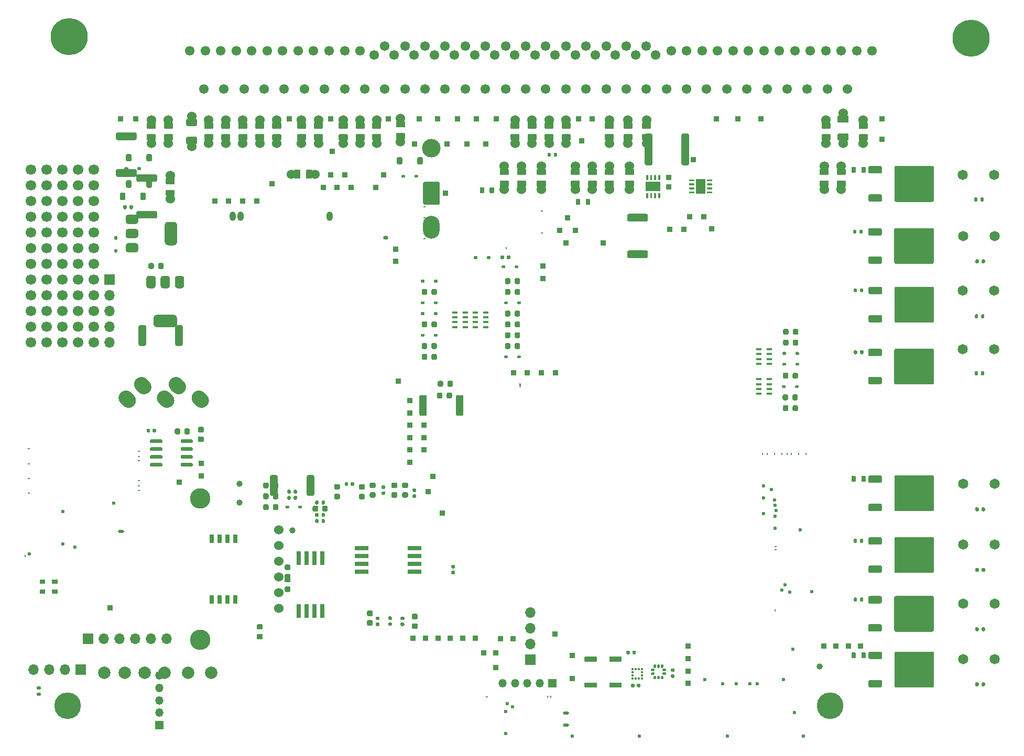
<source format=gts>
G04 #@! TF.GenerationSoftware,KiCad,Pcbnew,8.0.5-8.0.5-0~ubuntu22.04.1*
G04 #@! TF.CreationDate,2024-10-08T08:23:34+00:00*
G04 #@! TF.ProjectId,uefi2,75656669-322e-46b6-9963-61645f706362,rev?*
G04 #@! TF.SameCoordinates,PX403adf0PY916f720*
G04 #@! TF.FileFunction,Soldermask,Top*
G04 #@! TF.FilePolarity,Negative*
%FSLAX46Y46*%
G04 Gerber Fmt 4.6, Leading zero omitted, Abs format (unit mm)*
G04 Created by KiCad (PCBNEW 8.0.5-8.0.5-0~ubuntu22.04.1) date 2024-10-08 08:23:34*
%MOMM*%
%LPD*%
G01*
G04 APERTURE LIST*
%ADD10R,1.600000X2.400000*%
%ADD11C,1.524000*%
%ADD12R,0.850000X0.850000*%
%ADD13R,1.700000X1.700000*%
%ADD14O,1.700000X1.700000*%
%ADD15R,0.350000X0.375000*%
%ADD16R,0.375000X0.350000*%
%ADD17C,1.650000*%
%ADD18R,0.900000X0.400000*%
%ADD19O,0.500000X0.250000*%
%ADD20O,0.250000X0.500000*%
%ADD21C,1.700000*%
%ADD22C,6.000000*%
%ADD23C,1.550000*%
%ADD24C,1.000000*%
%ADD25R,0.640000X2.160000*%
%ADD26C,2.000000*%
%ADD27C,0.599999*%
%ADD28O,1.000001X0.499999*%
%ADD29O,0.499999X0.250000*%
%ADD30O,0.200000X0.499999*%
%ADD31C,3.302000*%
%ADD32R,0.690000X1.350000*%
%ADD33C,4.300000*%
%ADD34C,3.000000*%
%ADD35O,2.700000X3.700000*%
%ADD36R,2.160000X0.640000*%
%ADD37R,1.350000X1.350000*%
%ADD38O,1.350000X1.350000*%
%ADD39O,0.200000X0.399999*%
%ADD40O,0.250000X0.499999*%
%ADD41O,1.000001X1.500000*%
%ADD42O,0.800001X0.599999*%
%ADD43R,2.400000X1.600000*%
G04 APERTURE END LIST*
G04 #@! TO.C,R4*
G36*
G01*
X100625000Y93465000D02*
X100625000Y96315000D01*
G75*
G02*
X100875000Y96565000I250000J0D01*
G01*
X101600000Y96565000D01*
G75*
G02*
X101850000Y96315000I0J-250000D01*
G01*
X101850000Y93465000D01*
G75*
G02*
X101600000Y93215000I-250000J0D01*
G01*
X100875000Y93215000D01*
G75*
G02*
X100625000Y93465000I0J250000D01*
G01*
G37*
G36*
G01*
X106550000Y93465000D02*
X106550000Y96315000D01*
G75*
G02*
X106800000Y96565000I250000J0D01*
G01*
X107525000Y96565000D01*
G75*
G02*
X107775000Y96315000I0J-250000D01*
G01*
X107775000Y93465000D01*
G75*
G02*
X107525000Y93215000I-250000J0D01*
G01*
X106800000Y93215000D01*
G75*
G02*
X106550000Y93465000I0J250000D01*
G01*
G37*
G04 #@! TD*
G04 #@! TO.C,Q10*
G36*
G01*
X25075000Y75340000D02*
X25825000Y75340000D01*
G75*
G02*
X26200000Y74965000I0J-375000D01*
G01*
X26200000Y73715000D01*
G75*
G02*
X25825000Y73340000I-375000J0D01*
G01*
X25075000Y73340000D01*
G75*
G02*
X24700000Y73715000I0J375000D01*
G01*
X24700000Y74965000D01*
G75*
G02*
X25075000Y75340000I375000J0D01*
G01*
G37*
G36*
G01*
X22775000Y75340000D02*
X23525000Y75340000D01*
G75*
G02*
X23900000Y74965000I0J-375000D01*
G01*
X23900000Y73715000D01*
G75*
G02*
X23525000Y73340000I-375000J0D01*
G01*
X22775000Y73340000D01*
G75*
G02*
X22400000Y73715000I0J375000D01*
G01*
X22400000Y74965000D01*
G75*
G02*
X22775000Y75340000I375000J0D01*
G01*
G37*
G36*
G01*
X20475000Y75340000D02*
X21225000Y75340000D01*
G75*
G02*
X21600000Y74965000I0J-375000D01*
G01*
X21600000Y73715000D01*
G75*
G02*
X21225000Y73340000I-375000J0D01*
G01*
X20475000Y73340000D01*
G75*
G02*
X20100000Y73715000I0J375000D01*
G01*
X20100000Y74965000D01*
G75*
G02*
X20475000Y75340000I375000J0D01*
G01*
G37*
G36*
G01*
X21750000Y69040000D02*
X24550000Y69040000D01*
G75*
G02*
X25050000Y68540000I0J-500000D01*
G01*
X25050000Y67540000D01*
G75*
G02*
X24550000Y67040000I-500000J0D01*
G01*
X21750000Y67040000D01*
G75*
G02*
X21250000Y67540000I0J500000D01*
G01*
X21250000Y68540000D01*
G75*
G02*
X21750000Y69040000I500000J0D01*
G01*
G37*
G04 #@! TD*
G04 #@! TO.C,R19*
G36*
G01*
X42880000Y39255000D02*
X42880000Y39625000D01*
G75*
G02*
X43015000Y39760000I135000J0D01*
G01*
X43285000Y39760000D01*
G75*
G02*
X43420000Y39625000I0J-135000D01*
G01*
X43420000Y39255000D01*
G75*
G02*
X43285000Y39120000I-135000J0D01*
G01*
X43015000Y39120000D01*
G75*
G02*
X42880000Y39255000I0J135000D01*
G01*
G37*
G36*
G01*
X43900000Y39255000D02*
X43900000Y39625000D01*
G75*
G02*
X44035000Y39760000I135000J0D01*
G01*
X44305000Y39760000D01*
G75*
G02*
X44440000Y39625000I0J-135000D01*
G01*
X44440000Y39255000D01*
G75*
G02*
X44305000Y39120000I-135000J0D01*
G01*
X44035000Y39120000D01*
G75*
G02*
X43900000Y39255000I0J135000D01*
G01*
G37*
G04 #@! TD*
G04 #@! TO.C,U2*
G36*
G01*
X107771300Y90717200D02*
X107771300Y90867200D01*
G75*
G02*
X107846300Y90942200I75000J0D01*
G01*
X108546300Y90942200D01*
G75*
G02*
X108621300Y90867200I0J-75000D01*
G01*
X108621300Y90717200D01*
G75*
G02*
X108546300Y90642200I-75000J0D01*
G01*
X107846300Y90642200D01*
G75*
G02*
X107771300Y90717200I0J75000D01*
G01*
G37*
G36*
G01*
X107771300Y90067200D02*
X107771300Y90217200D01*
G75*
G02*
X107846300Y90292200I75000J0D01*
G01*
X108546300Y90292200D01*
G75*
G02*
X108621300Y90217200I0J-75000D01*
G01*
X108621300Y90067200D01*
G75*
G02*
X108546300Y89992200I-75000J0D01*
G01*
X107846300Y89992200D01*
G75*
G02*
X107771300Y90067200I0J75000D01*
G01*
G37*
G36*
G01*
X107771300Y89417200D02*
X107771300Y89567200D01*
G75*
G02*
X107846300Y89642200I75000J0D01*
G01*
X108546300Y89642200D01*
G75*
G02*
X108621300Y89567200I0J-75000D01*
G01*
X108621300Y89417200D01*
G75*
G02*
X108546300Y89342200I-75000J0D01*
G01*
X107846300Y89342200D01*
G75*
G02*
X107771300Y89417200I0J75000D01*
G01*
G37*
G36*
G01*
X107771300Y88767200D02*
X107771300Y88917200D01*
G75*
G02*
X107846300Y88992200I75000J0D01*
G01*
X108546300Y88992200D01*
G75*
G02*
X108621300Y88917200I0J-75000D01*
G01*
X108621300Y88767200D01*
G75*
G02*
X108546300Y88692200I-75000J0D01*
G01*
X107846300Y88692200D01*
G75*
G02*
X107771300Y88767200I0J75000D01*
G01*
G37*
G36*
G01*
X110671300Y88767200D02*
X110671300Y88917200D01*
G75*
G02*
X110746300Y88992200I75000J0D01*
G01*
X111446300Y88992200D01*
G75*
G02*
X111521300Y88917200I0J-75000D01*
G01*
X111521300Y88767200D01*
G75*
G02*
X111446300Y88692200I-75000J0D01*
G01*
X110746300Y88692200D01*
G75*
G02*
X110671300Y88767200I0J75000D01*
G01*
G37*
G36*
G01*
X110671300Y89417200D02*
X110671300Y89567200D01*
G75*
G02*
X110746300Y89642200I75000J0D01*
G01*
X111446300Y89642200D01*
G75*
G02*
X111521300Y89567200I0J-75000D01*
G01*
X111521300Y89417200D01*
G75*
G02*
X111446300Y89342200I-75000J0D01*
G01*
X110746300Y89342200D01*
G75*
G02*
X110671300Y89417200I0J75000D01*
G01*
G37*
G36*
G01*
X110671300Y90067200D02*
X110671300Y90217200D01*
G75*
G02*
X110746300Y90292200I75000J0D01*
G01*
X111446300Y90292200D01*
G75*
G02*
X111521300Y90217200I0J-75000D01*
G01*
X111521300Y90067200D01*
G75*
G02*
X111446300Y89992200I-75000J0D01*
G01*
X110746300Y89992200D01*
G75*
G02*
X110671300Y90067200I0J75000D01*
G01*
G37*
G36*
G01*
X110671300Y90717200D02*
X110671300Y90867200D01*
G75*
G02*
X110746300Y90942200I75000J0D01*
G01*
X111446300Y90942200D01*
G75*
G02*
X111521300Y90867200I0J-75000D01*
G01*
X111521300Y90717200D01*
G75*
G02*
X111446300Y90642200I-75000J0D01*
G01*
X110746300Y90642200D01*
G75*
G02*
X110671300Y90717200I0J75000D01*
G01*
G37*
D10*
X109646300Y89817200D03*
G04 #@! TD*
D11*
G04 #@! TO.C,JP18*
X82410000Y100595000D03*
G36*
G01*
X81785000Y100140001D02*
X83035000Y100140001D01*
G75*
G02*
X83135000Y100040001I0J-100000D01*
G01*
X83135000Y99240001D01*
G75*
G02*
X83035000Y99140001I-100000J0D01*
G01*
X81785000Y99140001D01*
G75*
G02*
X81685000Y99240001I0J100000D01*
G01*
X81685000Y100040001D01*
G75*
G02*
X81785000Y100140001I100000J0D01*
G01*
G37*
G36*
G01*
X81785000Y98239979D02*
X83035000Y98239979D01*
G75*
G02*
X83135000Y98139979I0J-100000D01*
G01*
X83135000Y97339979D01*
G75*
G02*
X83035000Y97239979I-100000J0D01*
G01*
X81785000Y97239979D01*
G75*
G02*
X81685000Y97339979I0J100000D01*
G01*
X81685000Y98139979D01*
G75*
G02*
X81785000Y98239979I100000J0D01*
G01*
G37*
X82410000Y96785000D03*
G04 #@! TD*
G04 #@! TO.C,Q6*
G36*
G01*
X136760000Y72610000D02*
X136760000Y73310000D01*
G75*
G02*
X137010000Y73560000I250000J0D01*
G01*
X138710000Y73560000D01*
G75*
G02*
X138960000Y73310000I0J-250000D01*
G01*
X138960000Y72610000D01*
G75*
G02*
X138710000Y72360000I-250000J0D01*
G01*
X137010000Y72360000D01*
G75*
G02*
X136760000Y72610000I0J250000D01*
G01*
G37*
G36*
G01*
X140960000Y68029997D02*
X140960000Y73330003D01*
G75*
G02*
X141209997Y73580000I249997J0D01*
G01*
X147110003Y73580000D01*
G75*
G02*
X147360000Y73330003I0J-249997D01*
G01*
X147360000Y68029997D01*
G75*
G02*
X147110003Y67780000I-249997J0D01*
G01*
X141209997Y67780000D01*
G75*
G02*
X140960000Y68029997I0J249997D01*
G01*
G37*
G36*
G01*
X136760000Y68050000D02*
X136760000Y68750000D01*
G75*
G02*
X137010000Y69000000I250000J0D01*
G01*
X138710000Y69000000D01*
G75*
G02*
X138960000Y68750000I0J-250000D01*
G01*
X138960000Y68050000D01*
G75*
G02*
X138710000Y67800000I-250000J0D01*
G01*
X137010000Y67800000D01*
G75*
G02*
X136760000Y68050000I0J250000D01*
G01*
G37*
G04 #@! TD*
D12*
G04 #@! TO.C,MMCU23*
X107660000Y15440000D03*
G04 #@! TD*
G04 #@! TO.C,D11*
G36*
G01*
X64460000Y69127500D02*
X64460000Y69352500D01*
G75*
G02*
X64572500Y69465000I112500J0D01*
G01*
X64947500Y69465000D01*
G75*
G02*
X65060000Y69352500I0J-112500D01*
G01*
X65060000Y69127500D01*
G75*
G02*
X64947500Y69015000I-112500J0D01*
G01*
X64572500Y69015000D01*
G75*
G02*
X64460000Y69127500I0J112500D01*
G01*
G37*
G36*
G01*
X66560000Y69127500D02*
X66560000Y69352500D01*
G75*
G02*
X66672500Y69465000I112500J0D01*
G01*
X67047500Y69465000D01*
G75*
G02*
X67160000Y69352500I0J-112500D01*
G01*
X67160000Y69127500D01*
G75*
G02*
X67047500Y69015000I-112500J0D01*
G01*
X66672500Y69015000D01*
G75*
G02*
X66560000Y69127500I0J112500D01*
G01*
G37*
G04 #@! TD*
D13*
G04 #@! TO.C,J9*
X9460000Y11690000D03*
D14*
X6920000Y11690000D03*
X4380000Y11690000D03*
X1840000Y11690000D03*
G04 #@! TD*
D11*
G04 #@! TO.C,JP26*
X89410000Y93095000D03*
G36*
G01*
X88785000Y92640001D02*
X90035000Y92640001D01*
G75*
G02*
X90135000Y92540001I0J-100000D01*
G01*
X90135000Y91740001D01*
G75*
G02*
X90035000Y91640001I-100000J0D01*
G01*
X88785000Y91640001D01*
G75*
G02*
X88685000Y91740001I0J100000D01*
G01*
X88685000Y92540001D01*
G75*
G02*
X88785000Y92640001I100000J0D01*
G01*
G37*
G36*
G01*
X88785000Y90739979D02*
X90035000Y90739979D01*
G75*
G02*
X90135000Y90639979I0J-100000D01*
G01*
X90135000Y89839979D01*
G75*
G02*
X90035000Y89739979I-100000J0D01*
G01*
X88785000Y89739979D01*
G75*
G02*
X88685000Y89839979I0J100000D01*
G01*
X88685000Y90639979D01*
G75*
G02*
X88785000Y90739979I100000J0D01*
G01*
G37*
X89410000Y89285000D03*
G04 #@! TD*
G04 #@! TO.C,D7*
G36*
G01*
X15272500Y79090000D02*
X15047500Y79090000D01*
G75*
G02*
X14935000Y79202500I0J112500D01*
G01*
X14935000Y79577500D01*
G75*
G02*
X15047500Y79690000I112500J0D01*
G01*
X15272500Y79690000D01*
G75*
G02*
X15385000Y79577500I0J-112500D01*
G01*
X15385000Y79202500D01*
G75*
G02*
X15272500Y79090000I-112500J0D01*
G01*
G37*
G36*
G01*
X15272500Y81190000D02*
X15047500Y81190000D01*
G75*
G02*
X14935000Y81302500I0J112500D01*
G01*
X14935000Y81677500D01*
G75*
G02*
X15047500Y81790000I112500J0D01*
G01*
X15272500Y81790000D01*
G75*
G02*
X15385000Y81677500I0J-112500D01*
G01*
X15385000Y81302500D01*
G75*
G02*
X15272500Y81190000I-112500J0D01*
G01*
G37*
G04 #@! TD*
D13*
G04 #@! TO.C,J1*
X14142000Y74696000D03*
D14*
X14142000Y72156000D03*
X14142000Y69616000D03*
X14142000Y67076000D03*
X14142000Y64536000D03*
G04 #@! TD*
D15*
G04 #@! TO.C,U7*
X100160000Y11762500D03*
X99660000Y11762500D03*
X99160000Y11762500D03*
X98660000Y11762500D03*
D16*
X98647500Y11250000D03*
X98647500Y10750000D03*
D15*
X98660000Y10237500D03*
X99160000Y10237500D03*
X99660000Y10237500D03*
X100160000Y10237500D03*
D16*
X100172500Y10750000D03*
X100172500Y11250000D03*
G04 #@! TD*
G04 #@! TO.C,Q8*
G36*
G01*
X136760000Y13607500D02*
X136760000Y14307500D01*
G75*
G02*
X137010000Y14557500I250000J0D01*
G01*
X138710000Y14557500D01*
G75*
G02*
X138960000Y14307500I0J-250000D01*
G01*
X138960000Y13607500D01*
G75*
G02*
X138710000Y13357500I-250000J0D01*
G01*
X137010000Y13357500D01*
G75*
G02*
X136760000Y13607500I0J250000D01*
G01*
G37*
G36*
G01*
X140960000Y9027497D02*
X140960000Y14327503D01*
G75*
G02*
X141209997Y14577500I249997J0D01*
G01*
X147110003Y14577500D01*
G75*
G02*
X147360000Y14327503I0J-249997D01*
G01*
X147360000Y9027497D01*
G75*
G02*
X147110003Y8777500I-249997J0D01*
G01*
X141209997Y8777500D01*
G75*
G02*
X140960000Y9027497I0J249997D01*
G01*
G37*
G36*
G01*
X136760000Y9047500D02*
X136760000Y9747500D01*
G75*
G02*
X137010000Y9997500I250000J0D01*
G01*
X138710000Y9997500D01*
G75*
G02*
X138960000Y9747500I0J-250000D01*
G01*
X138960000Y9047500D01*
G75*
G02*
X138710000Y8797500I-250000J0D01*
G01*
X137010000Y8797500D01*
G75*
G02*
X136760000Y9047500I0J250000D01*
G01*
G37*
G04 #@! TD*
D12*
G04 #@! TO.C,VIN2*
X84160000Y76940000D03*
G04 #@! TD*
G04 #@! TO.C,VOUT12*
X33410000Y87440000D03*
G04 #@! TD*
G04 #@! TO.C,MMCU7*
X83910000Y59690000D03*
G04 #@! TD*
G04 #@! TO.C,C19*
G36*
G01*
X59295000Y20255000D02*
X59635000Y20255000D01*
G75*
G02*
X59775000Y20115000I0J-140000D01*
G01*
X59775000Y19835000D01*
G75*
G02*
X59635000Y19695000I-140000J0D01*
G01*
X59295000Y19695000D01*
G75*
G02*
X59155000Y19835000I0J140000D01*
G01*
X59155000Y20115000D01*
G75*
G02*
X59295000Y20255000I140000J0D01*
G01*
G37*
G36*
G01*
X59295000Y19295000D02*
X59635000Y19295000D01*
G75*
G02*
X59775000Y19155000I0J-140000D01*
G01*
X59775000Y18875000D01*
G75*
G02*
X59635000Y18735000I-140000J0D01*
G01*
X59295000Y18735000D01*
G75*
G02*
X59155000Y18875000I0J140000D01*
G01*
X59155000Y19155000D01*
G75*
G02*
X59295000Y19295000I140000J0D01*
G01*
G37*
G04 #@! TD*
G04 #@! TO.C,Q4*
G36*
G01*
X136730000Y82100000D02*
X136730000Y82800000D01*
G75*
G02*
X136980000Y83050000I250000J0D01*
G01*
X138680000Y83050000D01*
G75*
G02*
X138930000Y82800000I0J-250000D01*
G01*
X138930000Y82100000D01*
G75*
G02*
X138680000Y81850000I-250000J0D01*
G01*
X136980000Y81850000D01*
G75*
G02*
X136730000Y82100000I0J250000D01*
G01*
G37*
G36*
G01*
X140930000Y77519997D02*
X140930000Y82820003D01*
G75*
G02*
X141179997Y83070000I249997J0D01*
G01*
X147080003Y83070000D01*
G75*
G02*
X147330000Y82820003I0J-249997D01*
G01*
X147330000Y77519997D01*
G75*
G02*
X147080003Y77270000I-249997J0D01*
G01*
X141179997Y77270000D01*
G75*
G02*
X140930000Y77519997I0J249997D01*
G01*
G37*
G36*
G01*
X136730000Y77540000D02*
X136730000Y78240000D01*
G75*
G02*
X136980000Y78490000I250000J0D01*
G01*
X138680000Y78490000D01*
G75*
G02*
X138930000Y78240000I0J-250000D01*
G01*
X138930000Y77540000D01*
G75*
G02*
X138680000Y77290000I-250000J0D01*
G01*
X136980000Y77290000D01*
G75*
G02*
X136730000Y77540000I0J250000D01*
G01*
G37*
G04 #@! TD*
D11*
G04 #@! TO.C,JP2*
X45160000Y100595000D03*
G36*
G01*
X44535000Y100140001D02*
X45785000Y100140001D01*
G75*
G02*
X45885000Y100040001I0J-100000D01*
G01*
X45885000Y99240001D01*
G75*
G02*
X45785000Y99140001I-100000J0D01*
G01*
X44535000Y99140001D01*
G75*
G02*
X44435000Y99240001I0J100000D01*
G01*
X44435000Y100040001D01*
G75*
G02*
X44535000Y100140001I100000J0D01*
G01*
G37*
G36*
G01*
X44535000Y98239979D02*
X45785000Y98239979D01*
G75*
G02*
X45885000Y98139979I0J-100000D01*
G01*
X45885000Y97339979D01*
G75*
G02*
X45785000Y97239979I-100000J0D01*
G01*
X44535000Y97239979D01*
G75*
G02*
X44435000Y97339979I0J100000D01*
G01*
X44435000Y98139979D01*
G75*
G02*
X44535000Y98239979I100000J0D01*
G01*
G37*
X45160000Y96785000D03*
G04 #@! TD*
D12*
G04 #@! TO.C,VOUT15*
X28960000Y42990000D03*
G04 #@! TD*
G04 #@! TO.C,VOUT21*
X62660000Y47190000D03*
G04 #@! TD*
G04 #@! TO.C,Q2*
G36*
G01*
X136750000Y92140000D02*
X136750000Y92840000D01*
G75*
G02*
X137000000Y93090000I250000J0D01*
G01*
X138700000Y93090000D01*
G75*
G02*
X138950000Y92840000I0J-250000D01*
G01*
X138950000Y92140000D01*
G75*
G02*
X138700000Y91890000I-250000J0D01*
G01*
X137000000Y91890000D01*
G75*
G02*
X136750000Y92140000I0J250000D01*
G01*
G37*
G36*
G01*
X140950000Y87559997D02*
X140950000Y92860003D01*
G75*
G02*
X141199997Y93110000I249997J0D01*
G01*
X147100003Y93110000D01*
G75*
G02*
X147350000Y92860003I0J-249997D01*
G01*
X147350000Y87559997D01*
G75*
G02*
X147100003Y87310000I-249997J0D01*
G01*
X141199997Y87310000D01*
G75*
G02*
X140950000Y87559997I0J249997D01*
G01*
G37*
G36*
G01*
X136750000Y87580000D02*
X136750000Y88280000D01*
G75*
G02*
X137000000Y88530000I250000J0D01*
G01*
X138700000Y88530000D01*
G75*
G02*
X138950000Y88280000I0J-250000D01*
G01*
X138950000Y87580000D01*
G75*
G02*
X138700000Y87330000I-250000J0D01*
G01*
X137000000Y87330000D01*
G75*
G02*
X136750000Y87580000I0J250000D01*
G01*
G37*
G04 #@! TD*
D11*
G04 #@! TO.C,JP6*
X38410000Y100595000D03*
G36*
G01*
X37785000Y100140001D02*
X39035000Y100140001D01*
G75*
G02*
X39135000Y100040001I0J-100000D01*
G01*
X39135000Y99240001D01*
G75*
G02*
X39035000Y99140001I-100000J0D01*
G01*
X37785000Y99140001D01*
G75*
G02*
X37685000Y99240001I0J100000D01*
G01*
X37685000Y100040001D01*
G75*
G02*
X37785000Y100140001I100000J0D01*
G01*
G37*
G36*
G01*
X37785000Y98239979D02*
X39035000Y98239979D01*
G75*
G02*
X39135000Y98139979I0J-100000D01*
G01*
X39135000Y97339979D01*
G75*
G02*
X39035000Y97239979I-100000J0D01*
G01*
X37785000Y97239979D01*
G75*
G02*
X37685000Y97339979I0J100000D01*
G01*
X37685000Y98139979D01*
G75*
G02*
X37785000Y98239979I100000J0D01*
G01*
G37*
X38410000Y96785000D03*
G04 #@! TD*
G04 #@! TO.C,D38*
G36*
G01*
X122847500Y60927500D02*
X122847500Y61152500D01*
G75*
G02*
X122960000Y61265000I112500J0D01*
G01*
X123335000Y61265000D01*
G75*
G02*
X123447500Y61152500I0J-112500D01*
G01*
X123447500Y60927500D01*
G75*
G02*
X123335000Y60815000I-112500J0D01*
G01*
X122960000Y60815000D01*
G75*
G02*
X122847500Y60927500I0J112500D01*
G01*
G37*
G36*
G01*
X124947500Y60927500D02*
X124947500Y61152500D01*
G75*
G02*
X125060000Y61265000I112500J0D01*
G01*
X125435000Y61265000D01*
G75*
G02*
X125547500Y61152500I0J-112500D01*
G01*
X125547500Y60927500D01*
G75*
G02*
X125435000Y60815000I-112500J0D01*
G01*
X125060000Y60815000D01*
G75*
G02*
X124947500Y60927500I0J112500D01*
G01*
G37*
G04 #@! TD*
G04 #@! TO.C,JP8*
X23960000Y91600000D03*
G36*
G01*
X23335000Y91145001D02*
X24585000Y91145001D01*
G75*
G02*
X24685000Y91045001I0J-100000D01*
G01*
X24685000Y90245001D01*
G75*
G02*
X24585000Y90145001I-100000J0D01*
G01*
X23335000Y90145001D01*
G75*
G02*
X23235000Y90245001I0J100000D01*
G01*
X23235000Y91045001D01*
G75*
G02*
X23335000Y91145001I100000J0D01*
G01*
G37*
G36*
G01*
X23335000Y89244979D02*
X24585000Y89244979D01*
G75*
G02*
X24685000Y89144979I0J-100000D01*
G01*
X24685000Y88344979D01*
G75*
G02*
X24585000Y88244979I-100000J0D01*
G01*
X23335000Y88244979D01*
G75*
G02*
X23235000Y88344979I0J100000D01*
G01*
X23235000Y89144979D01*
G75*
G02*
X23335000Y89244979I100000J0D01*
G01*
G37*
X23960000Y87790000D03*
G04 #@! TD*
D12*
G04 #@! TO.C,VIN11*
X104660000Y82890000D03*
G04 #@! TD*
D11*
G04 #@! TO.C,JP10*
X43528779Y91767200D03*
G36*
G01*
X43983778Y91142200D02*
X43983778Y92392200D01*
G75*
G02*
X44083778Y92492200I100000J0D01*
G01*
X44883778Y92492200D01*
G75*
G02*
X44983778Y92392200I0J-100000D01*
G01*
X44983778Y91142200D01*
G75*
G02*
X44883778Y91042200I-100000J0D01*
G01*
X44083778Y91042200D01*
G75*
G02*
X43983778Y91142200I0J100000D01*
G01*
G37*
G36*
G01*
X45883800Y91142200D02*
X45883800Y92392200D01*
G75*
G02*
X45983800Y92492200I100000J0D01*
G01*
X46783800Y92492200D01*
G75*
G02*
X46883800Y92392200I0J-100000D01*
G01*
X46883800Y91142200D01*
G75*
G02*
X46783800Y91042200I-100000J0D01*
G01*
X45983800Y91042200D01*
G75*
G02*
X45883800Y91142200I0J100000D01*
G01*
G37*
X47338779Y91767200D03*
G04 #@! TD*
D17*
G04 #@! TO.C,F3*
X157050000Y72990000D03*
X151970000Y72990000D03*
G04 #@! TD*
G04 #@! TO.C,D19*
G36*
G01*
X77510000Y76677500D02*
X77510000Y76902500D01*
G75*
G02*
X77622500Y77015000I112500J0D01*
G01*
X77997500Y77015000D01*
G75*
G02*
X78110000Y76902500I0J-112500D01*
G01*
X78110000Y76677500D01*
G75*
G02*
X77997500Y76565000I-112500J0D01*
G01*
X77622500Y76565000D01*
G75*
G02*
X77510000Y76677500I0J112500D01*
G01*
G37*
G36*
G01*
X79610000Y76677500D02*
X79610000Y76902500D01*
G75*
G02*
X79722500Y77015000I112500J0D01*
G01*
X80097500Y77015000D01*
G75*
G02*
X80210000Y76902500I0J-112500D01*
G01*
X80210000Y76677500D01*
G75*
G02*
X80097500Y76565000I-112500J0D01*
G01*
X79722500Y76565000D01*
G75*
G02*
X79610000Y76677500I0J112500D01*
G01*
G37*
G04 #@! TD*
D18*
G04 #@! TO.C,RN1*
X71660000Y67040000D03*
X71660000Y67840000D03*
X71660000Y68640000D03*
X71660000Y69440000D03*
X69960000Y69440000D03*
X69960000Y68640000D03*
X69960000Y67840000D03*
X69960000Y67040000D03*
G04 #@! TD*
D12*
G04 #@! TO.C,VIN10*
X106960000Y82890000D03*
G04 #@! TD*
G04 #@! TO.C,MMCU16*
X86110000Y17440000D03*
G04 #@! TD*
G04 #@! TO.C,VIN3*
X87910000Y80690000D03*
G04 #@! TD*
D11*
G04 #@! TO.C,JP4*
X23660000Y100595000D03*
G36*
G01*
X23035000Y100140001D02*
X24285000Y100140001D01*
G75*
G02*
X24385000Y100040001I0J-100000D01*
G01*
X24385000Y99240001D01*
G75*
G02*
X24285000Y99140001I-100000J0D01*
G01*
X23035000Y99140001D01*
G75*
G02*
X22935000Y99240001I0J100000D01*
G01*
X22935000Y100040001D01*
G75*
G02*
X23035000Y100140001I100000J0D01*
G01*
G37*
G36*
G01*
X23035000Y98239979D02*
X24285000Y98239979D01*
G75*
G02*
X24385000Y98139979I0J-100000D01*
G01*
X24385000Y97339979D01*
G75*
G02*
X24285000Y97239979I-100000J0D01*
G01*
X23035000Y97239979D01*
G75*
G02*
X22935000Y97339979I0J100000D01*
G01*
X22935000Y98139979D01*
G75*
G02*
X23035000Y98239979I100000J0D01*
G01*
G37*
X23660000Y96785000D03*
G04 #@! TD*
G04 #@! TO.C,R28*
G36*
G01*
X48940000Y35875000D02*
X48940000Y35505000D01*
G75*
G02*
X48805000Y35370000I-135000J0D01*
G01*
X48535000Y35370000D01*
G75*
G02*
X48400000Y35505000I0J135000D01*
G01*
X48400000Y35875000D01*
G75*
G02*
X48535000Y36010000I135000J0D01*
G01*
X48805000Y36010000D01*
G75*
G02*
X48940000Y35875000I0J-135000D01*
G01*
G37*
G36*
G01*
X47920000Y35875000D02*
X47920000Y35505000D01*
G75*
G02*
X47785000Y35370000I-135000J0D01*
G01*
X47515000Y35370000D01*
G75*
G02*
X47380000Y35505000I0J135000D01*
G01*
X47380000Y35875000D01*
G75*
G02*
X47515000Y36010000I135000J0D01*
G01*
X47785000Y36010000D01*
G75*
G02*
X47920000Y35875000I0J-135000D01*
G01*
G37*
G04 #@! TD*
D12*
G04 #@! TO.C,MMCU5*
X86210000Y59690000D03*
G04 #@! TD*
G04 #@! TO.C,MMCU27*
X129510000Y15490000D03*
G04 #@! TD*
G04 #@! TO.C,R12*
G36*
G01*
X98035000Y85365000D02*
X100885000Y85365000D01*
G75*
G02*
X101135000Y85115000I0J-250000D01*
G01*
X101135000Y84390000D01*
G75*
G02*
X100885000Y84140000I-250000J0D01*
G01*
X98035000Y84140000D01*
G75*
G02*
X97785000Y84390000I0J250000D01*
G01*
X97785000Y85115000D01*
G75*
G02*
X98035000Y85365000I250000J0D01*
G01*
G37*
G36*
G01*
X98035000Y79440000D02*
X100885000Y79440000D01*
G75*
G02*
X101135000Y79190000I0J-250000D01*
G01*
X101135000Y78465000D01*
G75*
G02*
X100885000Y78215000I-250000J0D01*
G01*
X98035000Y78215000D01*
G75*
G02*
X97785000Y78465000I0J250000D01*
G01*
X97785000Y79190000D01*
G75*
G02*
X98035000Y79440000I250000J0D01*
G01*
G37*
G04 #@! TD*
D19*
G04 #@! TO.C,M2*
X65035002Y81318414D03*
X65035002Y83043416D03*
X65035002Y84768416D03*
X65035002Y86468414D03*
D20*
X78235001Y79843414D03*
D19*
X83990875Y85864812D03*
X83985003Y82243414D03*
G04 #@! TD*
D12*
G04 #@! TO.C,VOUT22*
X60760000Y58290000D03*
G04 #@! TD*
G04 #@! TO.C,C20*
G36*
G01*
X55965000Y21215000D02*
X56465000Y21215000D01*
G75*
G02*
X56690000Y20990000I0J-225000D01*
G01*
X56690000Y20540000D01*
G75*
G02*
X56465000Y20315000I-225000J0D01*
G01*
X55965000Y20315000D01*
G75*
G02*
X55740000Y20540000I0J225000D01*
G01*
X55740000Y20990000D01*
G75*
G02*
X55965000Y21215000I225000J0D01*
G01*
G37*
G36*
G01*
X55965000Y19665000D02*
X56465000Y19665000D01*
G75*
G02*
X56690000Y19440000I0J-225000D01*
G01*
X56690000Y18990000D01*
G75*
G02*
X56465000Y18765000I-225000J0D01*
G01*
X55965000Y18765000D01*
G75*
G02*
X55740000Y18990000I0J225000D01*
G01*
X55740000Y19440000D01*
G75*
G02*
X55965000Y19665000I225000J0D01*
G01*
G37*
G04 #@! TD*
G04 #@! TO.C,D32*
G36*
G01*
X64585000Y61983750D02*
X64585000Y62496250D01*
G75*
G02*
X64803750Y62715000I218750J0D01*
G01*
X65241250Y62715000D01*
G75*
G02*
X65460000Y62496250I0J-218750D01*
G01*
X65460000Y61983750D01*
G75*
G02*
X65241250Y61765000I-218750J0D01*
G01*
X64803750Y61765000D01*
G75*
G02*
X64585000Y61983750I0J218750D01*
G01*
G37*
G36*
G01*
X66160000Y61983750D02*
X66160000Y62496250D01*
G75*
G02*
X66378750Y62715000I218750J0D01*
G01*
X66816250Y62715000D01*
G75*
G02*
X67035000Y62496250I0J-218750D01*
G01*
X67035000Y61983750D01*
G75*
G02*
X66816250Y61765000I-218750J0D01*
G01*
X66378750Y61765000D01*
G75*
G02*
X66160000Y61983750I0J218750D01*
G01*
G37*
G04 #@! TD*
G04 #@! TO.C,cr11*
X65810000Y96690000D03*
G04 #@! TD*
G04 #@! TO.C,D1*
G36*
G01*
X21010000Y90565000D02*
X21010000Y89815000D01*
G75*
G02*
X20785000Y89590000I-225000J0D01*
G01*
X20335000Y89590000D01*
G75*
G02*
X20110000Y89815000I0J225000D01*
G01*
X20110000Y90565000D01*
G75*
G02*
X20335000Y90790000I225000J0D01*
G01*
X20785000Y90790000D01*
G75*
G02*
X21010000Y90565000I0J-225000D01*
G01*
G37*
G36*
G01*
X17710000Y90565000D02*
X17710000Y89815000D01*
G75*
G02*
X17485000Y89590000I-225000J0D01*
G01*
X17035000Y89590000D01*
G75*
G02*
X16810000Y89815000I0J225000D01*
G01*
X16810000Y90565000D01*
G75*
G02*
X17035000Y90790000I225000J0D01*
G01*
X17485000Y90790000D01*
G75*
G02*
X17710000Y90565000I0J-225000D01*
G01*
G37*
G04 #@! TD*
G04 #@! TO.C,VOUT6*
X57160000Y89641215D03*
G04 #@! TD*
G04 #@! TO.C,C6*
G36*
G01*
X29160000Y48465000D02*
X28660000Y48465000D01*
G75*
G02*
X28435000Y48690000I0J225000D01*
G01*
X28435000Y49140000D01*
G75*
G02*
X28660000Y49365000I225000J0D01*
G01*
X29160000Y49365000D01*
G75*
G02*
X29385000Y49140000I0J-225000D01*
G01*
X29385000Y48690000D01*
G75*
G02*
X29160000Y48465000I-225000J0D01*
G01*
G37*
G36*
G01*
X29160000Y50015000D02*
X28660000Y50015000D01*
G75*
G02*
X28435000Y50240000I0J225000D01*
G01*
X28435000Y50690000D01*
G75*
G02*
X28660000Y50915000I225000J0D01*
G01*
X29160000Y50915000D01*
G75*
G02*
X29385000Y50690000I0J-225000D01*
G01*
X29385000Y50240000D01*
G75*
G02*
X29160000Y50015000I-225000J0D01*
G01*
G37*
G04 #@! TD*
G04 #@! TO.C,R13*
G36*
G01*
X135838800Y82675000D02*
X135838800Y82305000D01*
G75*
G02*
X135703800Y82170000I-135000J0D01*
G01*
X135433800Y82170000D01*
G75*
G02*
X135298800Y82305000I0J135000D01*
G01*
X135298800Y82675000D01*
G75*
G02*
X135433800Y82810000I135000J0D01*
G01*
X135703800Y82810000D01*
G75*
G02*
X135838800Y82675000I0J-135000D01*
G01*
G37*
G36*
G01*
X134818800Y82675000D02*
X134818800Y82305000D01*
G75*
G02*
X134683800Y82170000I-135000J0D01*
G01*
X134413800Y82170000D01*
G75*
G02*
X134278800Y82305000I0J135000D01*
G01*
X134278800Y82675000D01*
G75*
G02*
X134413800Y82810000I135000J0D01*
G01*
X134683800Y82810000D01*
G75*
G02*
X134818800Y82675000I0J-135000D01*
G01*
G37*
G04 #@! TD*
G04 #@! TO.C,R33*
G36*
G01*
X154030000Y18005000D02*
X154030000Y18375000D01*
G75*
G02*
X154165000Y18510000I135000J0D01*
G01*
X154435000Y18510000D01*
G75*
G02*
X154570000Y18375000I0J-135000D01*
G01*
X154570000Y18005000D01*
G75*
G02*
X154435000Y17870000I-135000J0D01*
G01*
X154165000Y17870000D01*
G75*
G02*
X154030000Y18005000I0J135000D01*
G01*
G37*
G36*
G01*
X155050000Y18005000D02*
X155050000Y18375000D01*
G75*
G02*
X155185000Y18510000I135000J0D01*
G01*
X155455000Y18510000D01*
G75*
G02*
X155590000Y18375000I0J-135000D01*
G01*
X155590000Y18005000D01*
G75*
G02*
X155455000Y17870000I-135000J0D01*
G01*
X155185000Y17870000D01*
G75*
G02*
X155050000Y18005000I0J135000D01*
G01*
G37*
G04 #@! TD*
G04 #@! TO.C,VOUT7*
X52160000Y91641215D03*
G04 #@! TD*
G04 #@! TO.C,VIN6*
X86910000Y82690000D03*
G04 #@! TD*
G04 #@! TO.C,VOUT5*
X48660000Y89641215D03*
G04 #@! TD*
G04 #@! TO.C,R8*
G36*
G01*
X18725000Y91765000D02*
X21575000Y91765000D01*
G75*
G02*
X21825000Y91515000I0J-250000D01*
G01*
X21825000Y90790000D01*
G75*
G02*
X21575000Y90540000I-250000J0D01*
G01*
X18725000Y90540000D01*
G75*
G02*
X18475000Y90790000I0J250000D01*
G01*
X18475000Y91515000D01*
G75*
G02*
X18725000Y91765000I250000J0D01*
G01*
G37*
G36*
G01*
X18725000Y85840000D02*
X21575000Y85840000D01*
G75*
G02*
X21825000Y85590000I0J-250000D01*
G01*
X21825000Y84865000D01*
G75*
G02*
X21575000Y84615000I-250000J0D01*
G01*
X18725000Y84615000D01*
G75*
G02*
X18475000Y84865000I0J250000D01*
G01*
X18475000Y85590000D01*
G75*
G02*
X18725000Y85840000I250000J0D01*
G01*
G37*
G04 #@! TD*
G04 #@! TO.C,D27*
G36*
G01*
X41422500Y39946250D02*
X41422500Y39433750D01*
G75*
G02*
X41203750Y39215000I-218750J0D01*
G01*
X40766250Y39215000D01*
G75*
G02*
X40547500Y39433750I0J218750D01*
G01*
X40547500Y39946250D01*
G75*
G02*
X40766250Y40165000I218750J0D01*
G01*
X41203750Y40165000D01*
G75*
G02*
X41422500Y39946250I0J-218750D01*
G01*
G37*
G36*
G01*
X39847500Y39946250D02*
X39847500Y39433750D01*
G75*
G02*
X39628750Y39215000I-218750J0D01*
G01*
X39191250Y39215000D01*
G75*
G02*
X38972500Y39433750I0J218750D01*
G01*
X38972500Y39946250D01*
G75*
G02*
X39191250Y40165000I218750J0D01*
G01*
X39628750Y40165000D01*
G75*
G02*
X39847500Y39946250I0J-218750D01*
G01*
G37*
G04 #@! TD*
G04 #@! TO.C,VOUT11*
X31160000Y87440000D03*
G04 #@! TD*
D21*
G04 #@! TO.C,G3*
X1442000Y84856000D03*
X3982000Y84856000D03*
X6522000Y84856000D03*
X9062000Y84856000D03*
X11602000Y84856000D03*
X1442000Y82316000D03*
X3982000Y82316000D03*
X6522000Y82316000D03*
X9062000Y82316000D03*
X11602000Y82316000D03*
X1442000Y79776000D03*
X3982000Y79776000D03*
X6522000Y79776000D03*
X9062000Y79776000D03*
X11602000Y79776000D03*
G04 #@! TD*
G04 #@! TO.C,R32*
G36*
G01*
X135938800Y23175000D02*
X135938800Y22805000D01*
G75*
G02*
X135803800Y22670000I-135000J0D01*
G01*
X135533800Y22670000D01*
G75*
G02*
X135398800Y22805000I0J135000D01*
G01*
X135398800Y23175000D01*
G75*
G02*
X135533800Y23310000I135000J0D01*
G01*
X135803800Y23310000D01*
G75*
G02*
X135938800Y23175000I0J-135000D01*
G01*
G37*
G36*
G01*
X134918800Y23175000D02*
X134918800Y22805000D01*
G75*
G02*
X134783800Y22670000I-135000J0D01*
G01*
X134513800Y22670000D01*
G75*
G02*
X134378800Y22805000I0J135000D01*
G01*
X134378800Y23175000D01*
G75*
G02*
X134513800Y23310000I135000J0D01*
G01*
X134783800Y23310000D01*
G75*
G02*
X134918800Y23175000I0J-135000D01*
G01*
G37*
G04 #@! TD*
G04 #@! TO.C,Q5*
G36*
G01*
X136730000Y62610000D02*
X136730000Y63310000D01*
G75*
G02*
X136980000Y63560000I250000J0D01*
G01*
X138680000Y63560000D01*
G75*
G02*
X138930000Y63310000I0J-250000D01*
G01*
X138930000Y62610000D01*
G75*
G02*
X138680000Y62360000I-250000J0D01*
G01*
X136980000Y62360000D01*
G75*
G02*
X136730000Y62610000I0J250000D01*
G01*
G37*
G36*
G01*
X140930000Y58029997D02*
X140930000Y63330003D01*
G75*
G02*
X141179997Y63580000I249997J0D01*
G01*
X147080003Y63580000D01*
G75*
G02*
X147330000Y63330003I0J-249997D01*
G01*
X147330000Y58029997D01*
G75*
G02*
X147080003Y57780000I-249997J0D01*
G01*
X141179997Y57780000D01*
G75*
G02*
X140930000Y58029997I0J249997D01*
G01*
G37*
G36*
G01*
X136730000Y58050000D02*
X136730000Y58750000D01*
G75*
G02*
X136980000Y59000000I250000J0D01*
G01*
X138680000Y59000000D01*
G75*
G02*
X138930000Y58750000I0J-250000D01*
G01*
X138930000Y58050000D01*
G75*
G02*
X138680000Y57800000I-250000J0D01*
G01*
X136980000Y57800000D01*
G75*
G02*
X136730000Y58050000I0J250000D01*
G01*
G37*
G04 #@! TD*
G04 #@! TO.C,D33*
G36*
G01*
X50653750Y41665000D02*
X51166250Y41665000D01*
G75*
G02*
X51385000Y41446250I0J-218750D01*
G01*
X51385000Y41008750D01*
G75*
G02*
X51166250Y40790000I-218750J0D01*
G01*
X50653750Y40790000D01*
G75*
G02*
X50435000Y41008750I0J218750D01*
G01*
X50435000Y41446250D01*
G75*
G02*
X50653750Y41665000I218750J0D01*
G01*
G37*
G36*
G01*
X50653750Y40090000D02*
X51166250Y40090000D01*
G75*
G02*
X51385000Y39871250I0J-218750D01*
G01*
X51385000Y39433750D01*
G75*
G02*
X51166250Y39215000I-218750J0D01*
G01*
X50653750Y39215000D01*
G75*
G02*
X50435000Y39433750I0J218750D01*
G01*
X50435000Y39871250D01*
G75*
G02*
X50653750Y40090000I218750J0D01*
G01*
G37*
G04 #@! TD*
G04 #@! TO.C,R10*
G36*
G01*
X91785489Y87680000D02*
X91785489Y86900000D01*
G75*
G02*
X91715489Y86830000I-70000J0D01*
G01*
X91155489Y86830000D01*
G75*
G02*
X91085489Y86900000I0J70000D01*
G01*
X91085489Y87680000D01*
G75*
G02*
X91155489Y87750000I70000J0D01*
G01*
X91715489Y87750000D01*
G75*
G02*
X91785489Y87680000I0J-70000D01*
G01*
G37*
G36*
G01*
X90185489Y87680000D02*
X90185489Y86900000D01*
G75*
G02*
X90115489Y86830000I-70000J0D01*
G01*
X89555489Y86830000D01*
G75*
G02*
X89485489Y86900000I0J70000D01*
G01*
X89485489Y87680000D01*
G75*
G02*
X89555489Y87750000I70000J0D01*
G01*
X90115489Y87750000D01*
G75*
G02*
X90185489Y87680000I0J-70000D01*
G01*
G37*
G04 #@! TD*
D22*
G04 #@! TO.C,PP1*
X7616400Y114023400D03*
X153326400Y113773400D03*
D23*
X27126400Y111773400D03*
X32126400Y111773400D03*
X37126400Y111773400D03*
X42126400Y111773400D03*
X47126400Y111773400D03*
X52126400Y111773400D03*
X56876400Y111023400D03*
X60126400Y111023400D03*
X63376400Y111023400D03*
X66626400Y111023400D03*
X69876400Y111023400D03*
X73126400Y111023400D03*
X76376400Y111023400D03*
X79626400Y111023400D03*
X82876400Y111023400D03*
X86126400Y111023400D03*
X89376400Y111023400D03*
X92626400Y111023400D03*
X95876400Y111023400D03*
X99126400Y111023400D03*
X102376400Y111023400D03*
X107376400Y111773400D03*
X112376400Y111773400D03*
X117376400Y111773400D03*
X122376400Y111773400D03*
X127376400Y111773400D03*
X132376400Y111773400D03*
X137376400Y111773400D03*
X29626400Y111773400D03*
X34626400Y111773400D03*
X39626400Y111773400D03*
X44626400Y111773400D03*
X49626400Y111773400D03*
X54626400Y111773400D03*
X58626400Y112523400D03*
X61876400Y112523400D03*
X65126400Y112523400D03*
X68376400Y112523400D03*
X71626400Y112523400D03*
X74876400Y112523400D03*
X78126400Y112523400D03*
X81376400Y112523400D03*
X84626400Y112523400D03*
X87876400Y112523400D03*
X91126400Y112523400D03*
X94376400Y112523400D03*
X97626400Y112523400D03*
X100876400Y112523400D03*
X104876400Y111773400D03*
X109876400Y111773400D03*
X114876400Y111773400D03*
X119876400Y111773400D03*
X124876400Y111773400D03*
X129876400Y111773400D03*
X134876400Y111773400D03*
X29376400Y105523400D03*
X32626400Y105523400D03*
X35876400Y105523400D03*
X39126400Y105523400D03*
X42376400Y105523400D03*
X45626400Y105523400D03*
X48876400Y105523400D03*
X52126400Y105523400D03*
X55376400Y105523400D03*
X58626400Y105523400D03*
X61876400Y105523400D03*
X65126400Y105523400D03*
X68376400Y105523400D03*
X71626400Y105523400D03*
X74876400Y105523400D03*
X78126400Y105523400D03*
X81376400Y105523400D03*
X84626400Y105523400D03*
X87876400Y105523400D03*
X91126400Y105523400D03*
X94376400Y105523400D03*
X97626400Y105523400D03*
X100876400Y105523400D03*
X104126400Y105523400D03*
X107376400Y105523400D03*
X110626400Y105523400D03*
X113876400Y105523400D03*
X117126400Y105523400D03*
X120376400Y105523400D03*
X123626400Y105523400D03*
X126876400Y105523400D03*
X130126400Y105523400D03*
X133376400Y105523400D03*
G04 #@! TD*
G04 #@! TO.C,R2*
G36*
G01*
X73970000Y88800000D02*
X73970000Y89580000D01*
G75*
G02*
X74040000Y89650000I70000J0D01*
G01*
X74600000Y89650000D01*
G75*
G02*
X74670000Y89580000I0J-70000D01*
G01*
X74670000Y88800000D01*
G75*
G02*
X74600000Y88730000I-70000J0D01*
G01*
X74040000Y88730000D01*
G75*
G02*
X73970000Y88800000I0J70000D01*
G01*
G37*
G36*
G01*
X75570000Y88800000D02*
X75570000Y89580000D01*
G75*
G02*
X75640000Y89650000I70000J0D01*
G01*
X76200000Y89650000D01*
G75*
G02*
X76270000Y89580000I0J-70000D01*
G01*
X76270000Y88800000D01*
G75*
G02*
X76200000Y88730000I-70000J0D01*
G01*
X75640000Y88730000D01*
G75*
G02*
X75570000Y88800000I0J70000D01*
G01*
G37*
G04 #@! TD*
D24*
G04 #@! TO.C,TP3*
X43660000Y34190000D03*
G04 #@! TD*
D11*
G04 #@! TO.C,JP12*
X54660000Y100595000D03*
G36*
G01*
X54035000Y100140001D02*
X55285000Y100140001D01*
G75*
G02*
X55385000Y100040001I0J-100000D01*
G01*
X55385000Y99240001D01*
G75*
G02*
X55285000Y99140001I-100000J0D01*
G01*
X54035000Y99140001D01*
G75*
G02*
X53935000Y99240001I0J100000D01*
G01*
X53935000Y100040001D01*
G75*
G02*
X54035000Y100140001I100000J0D01*
G01*
G37*
G36*
G01*
X54035000Y98239979D02*
X55285000Y98239979D01*
G75*
G02*
X55385000Y98139979I0J-100000D01*
G01*
X55385000Y97339979D01*
G75*
G02*
X55285000Y97239979I-100000J0D01*
G01*
X54035000Y97239979D01*
G75*
G02*
X53935000Y97339979I0J100000D01*
G01*
X53935000Y98139979D01*
G75*
G02*
X54035000Y98239979I100000J0D01*
G01*
G37*
X54660000Y96785000D03*
G04 #@! TD*
D25*
G04 #@! TO.C,U5*
X44755000Y21170000D03*
X46025000Y21170000D03*
X47295000Y21170000D03*
X48565000Y21170000D03*
X48565000Y29710000D03*
X47295000Y29710000D03*
X46025000Y29710000D03*
X44755000Y29710000D03*
G04 #@! TD*
G04 #@! TO.C,D42*
G36*
G01*
X45260000Y38052500D02*
X45260000Y37827500D01*
G75*
G02*
X45147500Y37715000I-112500J0D01*
G01*
X44772500Y37715000D01*
G75*
G02*
X44660000Y37827500I0J112500D01*
G01*
X44660000Y38052500D01*
G75*
G02*
X44772500Y38165000I112500J0D01*
G01*
X45147500Y38165000D01*
G75*
G02*
X45260000Y38052500I0J-112500D01*
G01*
G37*
G36*
G01*
X43160000Y38052500D02*
X43160000Y37827500D01*
G75*
G02*
X43047500Y37715000I-112500J0D01*
G01*
X42672500Y37715000D01*
G75*
G02*
X42560000Y37827500I0J112500D01*
G01*
X42560000Y38052500D01*
G75*
G02*
X42672500Y38165000I112500J0D01*
G01*
X43047500Y38165000D01*
G75*
G02*
X43160000Y38052500I0J-112500D01*
G01*
G37*
G04 #@! TD*
G04 #@! TO.C,D28*
G36*
G01*
X41422500Y41696250D02*
X41422500Y41183750D01*
G75*
G02*
X41203750Y40965000I-218750J0D01*
G01*
X40766250Y40965000D01*
G75*
G02*
X40547500Y41183750I0J218750D01*
G01*
X40547500Y41696250D01*
G75*
G02*
X40766250Y41915000I218750J0D01*
G01*
X41203750Y41915000D01*
G75*
G02*
X41422500Y41696250I0J-218750D01*
G01*
G37*
G36*
G01*
X39847500Y41696250D02*
X39847500Y41183750D01*
G75*
G02*
X39628750Y40965000I-218750J0D01*
G01*
X39191250Y40965000D01*
G75*
G02*
X38972500Y41183750I0J218750D01*
G01*
X38972500Y41696250D01*
G75*
G02*
X39191250Y41915000I218750J0D01*
G01*
X39628750Y41915000D01*
G75*
G02*
X39847500Y41696250I0J-218750D01*
G01*
G37*
G04 #@! TD*
G04 #@! TO.C,SW1*
G36*
G01*
X94963800Y13767201D02*
X96803800Y13767201D01*
G75*
G02*
X96883800Y13687201I0J-80000D01*
G01*
X96883800Y13047201D01*
G75*
G02*
X96803800Y12967201I-80000J0D01*
G01*
X94963800Y12967201D01*
G75*
G02*
X94883800Y13047201I0J80000D01*
G01*
X94883800Y13687201D01*
G75*
G02*
X94963800Y13767201I80000J0D01*
G01*
G37*
G36*
G01*
X94963800Y9567200D02*
X96803800Y9567200D01*
G75*
G02*
X96883800Y9487200I0J-80000D01*
G01*
X96883800Y8847200D01*
G75*
G02*
X96803800Y8767200I-80000J0D01*
G01*
X94963800Y8767200D01*
G75*
G02*
X94883800Y8847200I0J80000D01*
G01*
X94883800Y9487200D01*
G75*
G02*
X94963800Y9567200I80000J0D01*
G01*
G37*
G04 #@! TD*
G04 #@! TO.C,R23*
G36*
G01*
X136308800Y42880000D02*
X136308800Y42100000D01*
G75*
G02*
X136238800Y42030000I-70000J0D01*
G01*
X135678800Y42030000D01*
G75*
G02*
X135608800Y42100000I0J70000D01*
G01*
X135608800Y42880000D01*
G75*
G02*
X135678800Y42950000I70000J0D01*
G01*
X136238800Y42950000D01*
G75*
G02*
X136308800Y42880000I0J-70000D01*
G01*
G37*
G36*
G01*
X134708800Y42880000D02*
X134708800Y42100000D01*
G75*
G02*
X134638800Y42030000I-70000J0D01*
G01*
X134078800Y42030000D01*
G75*
G02*
X134008800Y42100000I0J70000D01*
G01*
X134008800Y42880000D01*
G75*
G02*
X134078800Y42950000I70000J0D01*
G01*
X134638800Y42950000D01*
G75*
G02*
X134708800Y42880000I0J-70000D01*
G01*
G37*
G04 #@! TD*
D12*
G04 #@! TO.C,MMCU11*
X67210000Y16740000D03*
G04 #@! TD*
G04 #@! TO.C,R36*
G36*
G01*
X2895000Y7410000D02*
X2525000Y7410000D01*
G75*
G02*
X2390000Y7545000I0J135000D01*
G01*
X2390000Y7815000D01*
G75*
G02*
X2525000Y7950000I135000J0D01*
G01*
X2895000Y7950000D01*
G75*
G02*
X3030000Y7815000I0J-135000D01*
G01*
X3030000Y7545000D01*
G75*
G02*
X2895000Y7410000I-135000J0D01*
G01*
G37*
G36*
G01*
X2895000Y8430000D02*
X2525000Y8430000D01*
G75*
G02*
X2390000Y8565000I0J135000D01*
G01*
X2390000Y8835000D01*
G75*
G02*
X2525000Y8970000I135000J0D01*
G01*
X2895000Y8970000D01*
G75*
G02*
X3030000Y8835000I0J-135000D01*
G01*
X3030000Y8565000D01*
G75*
G02*
X2895000Y8430000I-135000J0D01*
G01*
G37*
G04 #@! TD*
G04 #@! TO.C,cr14*
X73410000Y100690000D03*
G04 #@! TD*
G04 #@! TO.C,VOUT23*
X66410000Y42940000D03*
G04 #@! TD*
G04 #@! TO.C,C9*
G36*
G01*
X56910000Y39465000D02*
X56410000Y39465000D01*
G75*
G02*
X56185000Y39690000I0J225000D01*
G01*
X56185000Y40140000D01*
G75*
G02*
X56410000Y40365000I225000J0D01*
G01*
X56910000Y40365000D01*
G75*
G02*
X57135000Y40140000I0J-225000D01*
G01*
X57135000Y39690000D01*
G75*
G02*
X56910000Y39465000I-225000J0D01*
G01*
G37*
G36*
G01*
X56910000Y41015000D02*
X56410000Y41015000D01*
G75*
G02*
X56185000Y41240000I0J225000D01*
G01*
X56185000Y41690000D01*
G75*
G02*
X56410000Y41915000I225000J0D01*
G01*
X56910000Y41915000D01*
G75*
G02*
X57135000Y41690000I0J-225000D01*
G01*
X57135000Y41240000D01*
G75*
G02*
X56910000Y41015000I-225000J0D01*
G01*
G37*
G04 #@! TD*
D26*
G04 #@! TO.C,P2*
X19824213Y11190000D03*
G04 #@! TD*
G04 #@! TO.C,R6*
G36*
G01*
X136318801Y92880000D02*
X136318801Y92100000D01*
G75*
G02*
X136248801Y92030000I-70000J0D01*
G01*
X135688801Y92030000D01*
G75*
G02*
X135618801Y92100000I0J70000D01*
G01*
X135618801Y92880000D01*
G75*
G02*
X135688801Y92950000I70000J0D01*
G01*
X136248801Y92950000D01*
G75*
G02*
X136318801Y92880000I0J-70000D01*
G01*
G37*
G36*
G01*
X134718801Y92880000D02*
X134718801Y92100000D01*
G75*
G02*
X134648801Y92030000I-70000J0D01*
G01*
X134088801Y92030000D01*
G75*
G02*
X134018801Y92100000I0J70000D01*
G01*
X134018801Y92880000D01*
G75*
G02*
X134088801Y92950000I70000J0D01*
G01*
X134648801Y92950000D01*
G75*
G02*
X134718801Y92880000I0J-70000D01*
G01*
G37*
G04 #@! TD*
D27*
G04 #@! TO.C,M12*
X126235769Y902480D03*
X113972501Y902480D03*
X99772502Y902480D03*
X88872503Y902480D03*
D28*
X87852505Y4627491D03*
X87852500Y2727490D03*
D27*
X124847496Y4702492D03*
G04 #@! TD*
G04 #@! TO.C,D35*
G36*
G01*
X122935000Y58933750D02*
X122935000Y59446250D01*
G75*
G02*
X123153750Y59665000I218750J0D01*
G01*
X123591250Y59665000D01*
G75*
G02*
X123810000Y59446250I0J-218750D01*
G01*
X123810000Y58933750D01*
G75*
G02*
X123591250Y58715000I-218750J0D01*
G01*
X123153750Y58715000D01*
G75*
G02*
X122935000Y58933750I0J218750D01*
G01*
G37*
G36*
G01*
X124510000Y58933750D02*
X124510000Y59446250D01*
G75*
G02*
X124728750Y59665000I218750J0D01*
G01*
X125166250Y59665000D01*
G75*
G02*
X125385000Y59446250I0J-218750D01*
G01*
X125385000Y58933750D01*
G75*
G02*
X125166250Y58715000I-218750J0D01*
G01*
X124728750Y58715000D01*
G75*
G02*
X124510000Y58933750I0J218750D01*
G01*
G37*
G04 #@! TD*
D12*
G04 #@! TO.C,MMCU15*
X73210000Y16740000D03*
G04 #@! TD*
G04 #@! TO.C,VOUT4*
X50910000Y89641215D03*
G04 #@! TD*
G04 #@! TO.C,VOUT24*
X62660000Y51190000D03*
G04 #@! TD*
G04 #@! TO.C,MMCU9*
X71210000Y16740000D03*
G04 #@! TD*
G04 #@! TO.C,R29*
G36*
G01*
X48940000Y36875000D02*
X48940000Y36505000D01*
G75*
G02*
X48805000Y36370000I-135000J0D01*
G01*
X48535000Y36370000D01*
G75*
G02*
X48400000Y36505000I0J135000D01*
G01*
X48400000Y36875000D01*
G75*
G02*
X48535000Y37010000I135000J0D01*
G01*
X48805000Y37010000D01*
G75*
G02*
X48940000Y36875000I0J-135000D01*
G01*
G37*
G36*
G01*
X47920000Y36875000D02*
X47920000Y36505000D01*
G75*
G02*
X47785000Y36370000I-135000J0D01*
G01*
X47515000Y36370000D01*
G75*
G02*
X47380000Y36505000I0J135000D01*
G01*
X47380000Y36875000D01*
G75*
G02*
X47515000Y37010000I135000J0D01*
G01*
X47785000Y37010000D01*
G75*
G02*
X47920000Y36875000I0J-135000D01*
G01*
G37*
G04 #@! TD*
G04 #@! TO.C,VOUT25*
X62660000Y45190000D03*
G04 #@! TD*
G04 #@! TO.C,MMCU21*
X88910000Y13940000D03*
G04 #@! TD*
G04 #@! TO.C,C1*
G36*
G01*
X106478798Y93827200D02*
X106478798Y94507200D01*
G75*
G02*
X106563798Y94592200I85000J0D01*
G01*
X107243798Y94592200D01*
G75*
G02*
X107328798Y94507200I0J-85000D01*
G01*
X107328798Y93827200D01*
G75*
G02*
X107243798Y93742200I-85000J0D01*
G01*
X106563798Y93742200D01*
G75*
G02*
X106478798Y93827200I0J85000D01*
G01*
G37*
G36*
G01*
X108058800Y93827200D02*
X108058800Y94507200D01*
G75*
G02*
X108143800Y94592200I85000J0D01*
G01*
X108823800Y94592200D01*
G75*
G02*
X108908800Y94507200I0J-85000D01*
G01*
X108908800Y93827200D01*
G75*
G02*
X108823800Y93742200I-85000J0D01*
G01*
X108143800Y93742200D01*
G75*
G02*
X108058800Y93827200I0J85000D01*
G01*
G37*
G04 #@! TD*
D21*
G04 #@! TO.C,G2*
X1442000Y69616000D03*
X3982000Y69616000D03*
X6522000Y69616000D03*
X9062000Y69616000D03*
X11602000Y69616000D03*
X1442000Y67076000D03*
X3982000Y67076000D03*
X6522000Y67076000D03*
X9062000Y67076000D03*
X11602000Y67076000D03*
X1442000Y64536000D03*
X3982000Y64536000D03*
X6522000Y64536000D03*
X9062000Y64536000D03*
X11602000Y64536000D03*
G04 #@! TD*
G04 #@! TO.C,R16*
G36*
G01*
X155490000Y68975000D02*
X155490000Y68605000D01*
G75*
G02*
X155355000Y68470000I-135000J0D01*
G01*
X155085000Y68470000D01*
G75*
G02*
X154950000Y68605000I0J135000D01*
G01*
X154950000Y68975000D01*
G75*
G02*
X155085000Y69110000I135000J0D01*
G01*
X155355000Y69110000D01*
G75*
G02*
X155490000Y68975000I0J-135000D01*
G01*
G37*
G36*
G01*
X154470000Y68975000D02*
X154470000Y68605000D01*
G75*
G02*
X154335000Y68470000I-135000J0D01*
G01*
X154065000Y68470000D01*
G75*
G02*
X153930000Y68605000I0J135000D01*
G01*
X153930000Y68975000D01*
G75*
G02*
X154065000Y69110000I135000J0D01*
G01*
X154335000Y69110000D01*
G75*
G02*
X154470000Y68975000I0J-135000D01*
G01*
G37*
G04 #@! TD*
D12*
G04 #@! TO.C,VOUT18*
X62660000Y49190000D03*
G04 #@! TD*
G04 #@! TO.C,D41*
G36*
G01*
X38678753Y16566498D02*
X38166253Y16566498D01*
G75*
G02*
X37947503Y16785248I0J218750D01*
G01*
X37947503Y17222748D01*
G75*
G02*
X38166253Y17441498I218750J0D01*
G01*
X38678753Y17441498D01*
G75*
G02*
X38897503Y17222748I0J-218750D01*
G01*
X38897503Y16785248D01*
G75*
G02*
X38678753Y16566498I-218750J0D01*
G01*
G37*
G36*
G01*
X38678753Y18141498D02*
X38166253Y18141498D01*
G75*
G02*
X37947503Y18360248I0J218750D01*
G01*
X37947503Y18797748D01*
G75*
G02*
X38166253Y19016498I218750J0D01*
G01*
X38678753Y19016498D01*
G75*
G02*
X38897503Y18797748I0J-218750D01*
G01*
X38897503Y18360248D01*
G75*
G02*
X38678753Y18141498I-218750J0D01*
G01*
G37*
G04 #@! TD*
D17*
G04 #@! TO.C,F5*
X157150000Y41690000D03*
X152070000Y41690000D03*
G04 #@! TD*
D12*
G04 #@! TO.C,cr21*
X138910000Y97440000D03*
G04 #@! TD*
D11*
G04 #@! TO.C,JP21*
X94910000Y100595000D03*
G36*
G01*
X94285000Y100140001D02*
X95535000Y100140001D01*
G75*
G02*
X95635000Y100040001I0J-100000D01*
G01*
X95635000Y99240001D01*
G75*
G02*
X95535000Y99140001I-100000J0D01*
G01*
X94285000Y99140001D01*
G75*
G02*
X94185000Y99240001I0J100000D01*
G01*
X94185000Y100040001D01*
G75*
G02*
X94285000Y100140001I100000J0D01*
G01*
G37*
G36*
G01*
X94285000Y98239979D02*
X95535000Y98239979D01*
G75*
G02*
X95635000Y98139979I0J-100000D01*
G01*
X95635000Y97339979D01*
G75*
G02*
X95535000Y97239979I-100000J0D01*
G01*
X94285000Y97239979D01*
G75*
G02*
X94185000Y97339979I0J100000D01*
G01*
X94185000Y98139979D01*
G75*
G02*
X94285000Y98239979I100000J0D01*
G01*
G37*
X94910000Y96785000D03*
G04 #@! TD*
G04 #@! TO.C,JP15*
X51910000Y100595000D03*
G36*
G01*
X51285000Y100140001D02*
X52535000Y100140001D01*
G75*
G02*
X52635000Y100040001I0J-100000D01*
G01*
X52635000Y99240001D01*
G75*
G02*
X52535000Y99140001I-100000J0D01*
G01*
X51285000Y99140001D01*
G75*
G02*
X51185000Y99240001I0J100000D01*
G01*
X51185000Y100040001D01*
G75*
G02*
X51285000Y100140001I100000J0D01*
G01*
G37*
G36*
G01*
X51285000Y98239979D02*
X52535000Y98239979D01*
G75*
G02*
X52635000Y98139979I0J-100000D01*
G01*
X52635000Y97339979D01*
G75*
G02*
X52535000Y97239979I-100000J0D01*
G01*
X51285000Y97239979D01*
G75*
G02*
X51185000Y97339979I0J100000D01*
G01*
X51185000Y98139979D01*
G75*
G02*
X51285000Y98239979I100000J0D01*
G01*
G37*
X51910000Y96785000D03*
G04 #@! TD*
D12*
G04 #@! TO.C,VOUT9*
X37910000Y87440000D03*
G04 #@! TD*
G04 #@! TO.C,MMCU18*
X79310000Y16640000D03*
G04 #@! TD*
G04 #@! TO.C,C18*
G36*
G01*
X46955000Y37440000D02*
X46955000Y37940000D01*
G75*
G02*
X47180000Y38165000I225000J0D01*
G01*
X47630000Y38165000D01*
G75*
G02*
X47855000Y37940000I0J-225000D01*
G01*
X47855000Y37440000D01*
G75*
G02*
X47630000Y37215000I-225000J0D01*
G01*
X47180000Y37215000D01*
G75*
G02*
X46955000Y37440000I0J225000D01*
G01*
G37*
G36*
G01*
X48505000Y37440000D02*
X48505000Y37940000D01*
G75*
G02*
X48730000Y38165000I225000J0D01*
G01*
X49180000Y38165000D01*
G75*
G02*
X49405000Y37940000I0J-225000D01*
G01*
X49405000Y37440000D01*
G75*
G02*
X49180000Y37215000I-225000J0D01*
G01*
X48730000Y37215000D01*
G75*
G02*
X48505000Y37440000I0J225000D01*
G01*
G37*
G04 #@! TD*
G04 #@! TO.C,D39*
G36*
G01*
X122935000Y53683750D02*
X122935000Y54196250D01*
G75*
G02*
X123153750Y54415000I218750J0D01*
G01*
X123591250Y54415000D01*
G75*
G02*
X123810000Y54196250I0J-218750D01*
G01*
X123810000Y53683750D01*
G75*
G02*
X123591250Y53465000I-218750J0D01*
G01*
X123153750Y53465000D01*
G75*
G02*
X122935000Y53683750I0J218750D01*
G01*
G37*
G36*
G01*
X124510000Y53683750D02*
X124510000Y54196250D01*
G75*
G02*
X124728750Y54415000I218750J0D01*
G01*
X125166250Y54415000D01*
G75*
G02*
X125385000Y54196250I0J-218750D01*
G01*
X125385000Y53683750D01*
G75*
G02*
X125166250Y53465000I-218750J0D01*
G01*
X124728750Y53465000D01*
G75*
G02*
X124510000Y53683750I0J218750D01*
G01*
G37*
G04 #@! TD*
G04 #@! TO.C,C7*
G36*
G01*
X62160000Y39465000D02*
X61660000Y39465000D01*
G75*
G02*
X61435000Y39690000I0J225000D01*
G01*
X61435000Y40140000D01*
G75*
G02*
X61660000Y40365000I225000J0D01*
G01*
X62160000Y40365000D01*
G75*
G02*
X62385000Y40140000I0J-225000D01*
G01*
X62385000Y39690000D01*
G75*
G02*
X62160000Y39465000I-225000J0D01*
G01*
G37*
G36*
G01*
X62160000Y41015000D02*
X61660000Y41015000D01*
G75*
G02*
X61435000Y41240000I0J225000D01*
G01*
X61435000Y41690000D01*
G75*
G02*
X61660000Y41915000I225000J0D01*
G01*
X62160000Y41915000D01*
G75*
G02*
X62385000Y41690000I0J-225000D01*
G01*
X62385000Y41240000D01*
G75*
G02*
X62160000Y41015000I-225000J0D01*
G01*
G37*
G04 #@! TD*
G04 #@! TO.C,C5*
G36*
G01*
X27135000Y50440000D02*
X27135000Y49940000D01*
G75*
G02*
X26910000Y49715000I-225000J0D01*
G01*
X26460000Y49715000D01*
G75*
G02*
X26235000Y49940000I0J225000D01*
G01*
X26235000Y50440000D01*
G75*
G02*
X26460000Y50665000I225000J0D01*
G01*
X26910000Y50665000D01*
G75*
G02*
X27135000Y50440000I0J-225000D01*
G01*
G37*
G36*
G01*
X25585000Y50440000D02*
X25585000Y49940000D01*
G75*
G02*
X25360000Y49715000I-225000J0D01*
G01*
X24910000Y49715000D01*
G75*
G02*
X24685000Y49940000I0J225000D01*
G01*
X24685000Y50440000D01*
G75*
G02*
X24910000Y50665000I225000J0D01*
G01*
X25360000Y50665000D01*
G75*
G02*
X25585000Y50440000I0J-225000D01*
G01*
G37*
G04 #@! TD*
G04 #@! TO.C,MMCU28*
X76560000Y12040000D03*
G04 #@! TD*
D29*
G04 #@! TO.C,M4*
X18910000Y42227476D03*
X18910000Y41352476D03*
X18910000Y40652475D03*
X1085002Y40202476D03*
X1085002Y42602479D03*
G04 #@! TD*
G04 #@! TO.C,D13*
G36*
G01*
X64460000Y65627500D02*
X64460000Y65852500D01*
G75*
G02*
X64572500Y65965000I112500J0D01*
G01*
X64947500Y65965000D01*
G75*
G02*
X65060000Y65852500I0J-112500D01*
G01*
X65060000Y65627500D01*
G75*
G02*
X64947500Y65515000I-112500J0D01*
G01*
X64572500Y65515000D01*
G75*
G02*
X64460000Y65627500I0J112500D01*
G01*
G37*
G36*
G01*
X66560000Y65627500D02*
X66560000Y65852500D01*
G75*
G02*
X66672500Y65965000I112500J0D01*
G01*
X67047500Y65965000D01*
G75*
G02*
X67160000Y65852500I0J-112500D01*
G01*
X67160000Y65627500D01*
G75*
G02*
X67047500Y65515000I-112500J0D01*
G01*
X66672500Y65515000D01*
G75*
G02*
X66560000Y65627500I0J112500D01*
G01*
G37*
G04 #@! TD*
D12*
G04 #@! TO.C,J4*
X88160000Y84690000D03*
G04 #@! TD*
G04 #@! TO.C,D17*
G36*
G01*
X77910000Y70877500D02*
X77910000Y71102500D01*
G75*
G02*
X78022500Y71215000I112500J0D01*
G01*
X78397500Y71215000D01*
G75*
G02*
X78510000Y71102500I0J-112500D01*
G01*
X78510000Y70877500D01*
G75*
G02*
X78397500Y70765000I-112500J0D01*
G01*
X78022500Y70765000D01*
G75*
G02*
X77910000Y70877500I0J112500D01*
G01*
G37*
G36*
G01*
X80010000Y70877500D02*
X80010000Y71102500D01*
G75*
G02*
X80122500Y71215000I112500J0D01*
G01*
X80497500Y71215000D01*
G75*
G02*
X80610000Y71102500I0J-112500D01*
G01*
X80610000Y70877500D01*
G75*
G02*
X80497500Y70765000I-112500J0D01*
G01*
X80122500Y70765000D01*
G75*
G02*
X80010000Y70877500I0J112500D01*
G01*
G37*
G04 #@! TD*
D28*
G04 #@! TO.C,M8*
X16018985Y34052113D03*
D30*
X493985Y30002103D03*
D27*
X14843984Y38552112D03*
X6618984Y37227108D03*
X6636489Y31994614D03*
X8518985Y31502108D03*
X1168992Y30377122D03*
G04 #@! TD*
D26*
G04 #@! TO.C,P5*
X23074213Y11190000D03*
G04 #@! TD*
G04 #@! TO.C,R5*
G36*
G01*
X100624999Y95265000D02*
X100624999Y98115000D01*
G75*
G02*
X100874999Y98365000I250000J0D01*
G01*
X101599999Y98365000D01*
G75*
G02*
X101849999Y98115000I0J-250000D01*
G01*
X101849999Y95265000D01*
G75*
G02*
X101599999Y95015000I-250000J0D01*
G01*
X100874999Y95015000D01*
G75*
G02*
X100624999Y95265000I0J250000D01*
G01*
G37*
G36*
G01*
X106549999Y95265000D02*
X106549999Y98115000D01*
G75*
G02*
X106799999Y98365000I250000J0D01*
G01*
X107524999Y98365000D01*
G75*
G02*
X107774999Y98115000I0J-250000D01*
G01*
X107774999Y95265000D01*
G75*
G02*
X107524999Y95015000I-250000J0D01*
G01*
X106799999Y95015000D01*
G75*
G02*
X106549999Y95265000I0J250000D01*
G01*
G37*
G04 #@! TD*
G04 #@! TO.C,R26*
G36*
G01*
X2920000Y26240000D02*
X3700000Y26240000D01*
G75*
G02*
X3770000Y26170000I0J-70000D01*
G01*
X3770000Y25610000D01*
G75*
G02*
X3700000Y25540000I-70000J0D01*
G01*
X2920000Y25540000D01*
G75*
G02*
X2850000Y25610000I0J70000D01*
G01*
X2850000Y26170000D01*
G75*
G02*
X2920000Y26240000I70000J0D01*
G01*
G37*
G36*
G01*
X2920000Y24640000D02*
X3700000Y24640000D01*
G75*
G02*
X3770000Y24570000I0J-70000D01*
G01*
X3770000Y24010000D01*
G75*
G02*
X3700000Y23940000I-70000J0D01*
G01*
X2920000Y23940000D01*
G75*
G02*
X2850000Y24010000I0J70000D01*
G01*
X2850000Y24570000D01*
G75*
G02*
X2920000Y24640000I70000J0D01*
G01*
G37*
G04 #@! TD*
D31*
G04 #@! TO.C,U4*
X28806750Y16510000D03*
X28806750Y39370000D03*
D32*
X30686750Y22997500D03*
X30686750Y32840000D03*
X31956750Y32840000D03*
X33226750Y32840000D03*
X34496750Y32840000D03*
D11*
X41506750Y21590000D03*
D32*
X34496750Y22997500D03*
X33226750Y22997500D03*
D11*
X41506750Y24130000D03*
D32*
X31956750Y22997500D03*
D11*
X41506750Y26670000D03*
X41506750Y29210000D03*
X41506750Y31750000D03*
X41506750Y34290000D03*
G04 #@! TD*
G04 #@! TO.C,JP28*
X97910000Y100595000D03*
G36*
G01*
X97285000Y100140001D02*
X98535000Y100140001D01*
G75*
G02*
X98635000Y100040001I0J-100000D01*
G01*
X98635000Y99240001D01*
G75*
G02*
X98535000Y99140001I-100000J0D01*
G01*
X97285000Y99140001D01*
G75*
G02*
X97185000Y99240001I0J100000D01*
G01*
X97185000Y100040001D01*
G75*
G02*
X97285000Y100140001I100000J0D01*
G01*
G37*
G36*
G01*
X97285000Y98239979D02*
X98535000Y98239979D01*
G75*
G02*
X98635000Y98139979I0J-100000D01*
G01*
X98635000Y97339979D01*
G75*
G02*
X98535000Y97239979I-100000J0D01*
G01*
X97285000Y97239979D01*
G75*
G02*
X97185000Y97339979I0J100000D01*
G01*
X97185000Y98139979D01*
G75*
G02*
X97285000Y98239979I100000J0D01*
G01*
G37*
X97910000Y96785000D03*
G04 #@! TD*
G04 #@! TO.C,U3*
G36*
G01*
X20710000Y48445000D02*
X20710000Y48745000D01*
G75*
G02*
X20860000Y48895000I150000J0D01*
G01*
X22510000Y48895000D01*
G75*
G02*
X22660000Y48745000I0J-150000D01*
G01*
X22660000Y48445000D01*
G75*
G02*
X22510000Y48295000I-150000J0D01*
G01*
X20860000Y48295000D01*
G75*
G02*
X20710000Y48445000I0J150000D01*
G01*
G37*
G36*
G01*
X20710000Y47175000D02*
X20710000Y47475000D01*
G75*
G02*
X20860000Y47625000I150000J0D01*
G01*
X22510000Y47625000D01*
G75*
G02*
X22660000Y47475000I0J-150000D01*
G01*
X22660000Y47175000D01*
G75*
G02*
X22510000Y47025000I-150000J0D01*
G01*
X20860000Y47025000D01*
G75*
G02*
X20710000Y47175000I0J150000D01*
G01*
G37*
G36*
G01*
X20710000Y45905000D02*
X20710000Y46205000D01*
G75*
G02*
X20860000Y46355000I150000J0D01*
G01*
X22510000Y46355000D01*
G75*
G02*
X22660000Y46205000I0J-150000D01*
G01*
X22660000Y45905000D01*
G75*
G02*
X22510000Y45755000I-150000J0D01*
G01*
X20860000Y45755000D01*
G75*
G02*
X20710000Y45905000I0J150000D01*
G01*
G37*
G36*
G01*
X20710000Y44635000D02*
X20710000Y44935000D01*
G75*
G02*
X20860000Y45085000I150000J0D01*
G01*
X22510000Y45085000D01*
G75*
G02*
X22660000Y44935000I0J-150000D01*
G01*
X22660000Y44635000D01*
G75*
G02*
X22510000Y44485000I-150000J0D01*
G01*
X20860000Y44485000D01*
G75*
G02*
X20710000Y44635000I0J150000D01*
G01*
G37*
G36*
G01*
X25660000Y44635000D02*
X25660000Y44935000D01*
G75*
G02*
X25810000Y45085000I150000J0D01*
G01*
X27460000Y45085000D01*
G75*
G02*
X27610000Y44935000I0J-150000D01*
G01*
X27610000Y44635000D01*
G75*
G02*
X27460000Y44485000I-150000J0D01*
G01*
X25810000Y44485000D01*
G75*
G02*
X25660000Y44635000I0J150000D01*
G01*
G37*
G36*
G01*
X25660000Y45905000D02*
X25660000Y46205000D01*
G75*
G02*
X25810000Y46355000I150000J0D01*
G01*
X27460000Y46355000D01*
G75*
G02*
X27610000Y46205000I0J-150000D01*
G01*
X27610000Y45905000D01*
G75*
G02*
X27460000Y45755000I-150000J0D01*
G01*
X25810000Y45755000D01*
G75*
G02*
X25660000Y45905000I0J150000D01*
G01*
G37*
G36*
G01*
X25660000Y47175000D02*
X25660000Y47475000D01*
G75*
G02*
X25810000Y47625000I150000J0D01*
G01*
X27460000Y47625000D01*
G75*
G02*
X27610000Y47475000I0J-150000D01*
G01*
X27610000Y47175000D01*
G75*
G02*
X27460000Y47025000I-150000J0D01*
G01*
X25810000Y47025000D01*
G75*
G02*
X25660000Y47175000I0J150000D01*
G01*
G37*
G36*
G01*
X25660000Y48445000D02*
X25660000Y48745000D01*
G75*
G02*
X25810000Y48895000I150000J0D01*
G01*
X27460000Y48895000D01*
G75*
G02*
X27610000Y48745000I0J-150000D01*
G01*
X27610000Y48445000D01*
G75*
G02*
X27460000Y48295000I-150000J0D01*
G01*
X25810000Y48295000D01*
G75*
G02*
X25660000Y48445000I0J150000D01*
G01*
G37*
G04 #@! TD*
G04 #@! TO.C,Q3*
G36*
G01*
X136740000Y42110000D02*
X136740000Y42810000D01*
G75*
G02*
X136990000Y43060000I250000J0D01*
G01*
X138690000Y43060000D01*
G75*
G02*
X138940000Y42810000I0J-250000D01*
G01*
X138940000Y42110000D01*
G75*
G02*
X138690000Y41860000I-250000J0D01*
G01*
X136990000Y41860000D01*
G75*
G02*
X136740000Y42110000I0J250000D01*
G01*
G37*
G36*
G01*
X140940000Y37529997D02*
X140940000Y42830003D01*
G75*
G02*
X141189997Y43080000I249997J0D01*
G01*
X147090003Y43080000D01*
G75*
G02*
X147340000Y42830003I0J-249997D01*
G01*
X147340000Y37529997D01*
G75*
G02*
X147090003Y37280000I-249997J0D01*
G01*
X141189997Y37280000D01*
G75*
G02*
X140940000Y37529997I0J249997D01*
G01*
G37*
G36*
G01*
X136740000Y37550000D02*
X136740000Y38250000D01*
G75*
G02*
X136990000Y38500000I250000J0D01*
G01*
X138690000Y38500000D01*
G75*
G02*
X138940000Y38250000I0J-250000D01*
G01*
X138940000Y37550000D01*
G75*
G02*
X138690000Y37300000I-250000J0D01*
G01*
X136990000Y37300000D01*
G75*
G02*
X136740000Y37550000I0J250000D01*
G01*
G37*
G04 #@! TD*
G04 #@! TO.C,Q1*
G36*
G01*
X136740000Y32120000D02*
X136740000Y32820000D01*
G75*
G02*
X136990000Y33070000I250000J0D01*
G01*
X138690000Y33070000D01*
G75*
G02*
X138940000Y32820000I0J-250000D01*
G01*
X138940000Y32120000D01*
G75*
G02*
X138690000Y31870000I-250000J0D01*
G01*
X136990000Y31870000D01*
G75*
G02*
X136740000Y32120000I0J250000D01*
G01*
G37*
G36*
G01*
X140940000Y27539997D02*
X140940000Y32840003D01*
G75*
G02*
X141189997Y33090000I249997J0D01*
G01*
X147090003Y33090000D01*
G75*
G02*
X147340000Y32840003I0J-249997D01*
G01*
X147340000Y27539997D01*
G75*
G02*
X147090003Y27290000I-249997J0D01*
G01*
X141189997Y27290000D01*
G75*
G02*
X140940000Y27539997I0J249997D01*
G01*
G37*
G36*
G01*
X136740000Y27560000D02*
X136740000Y28260000D01*
G75*
G02*
X136990000Y28510000I250000J0D01*
G01*
X138690000Y28510000D01*
G75*
G02*
X138940000Y28260000I0J-250000D01*
G01*
X138940000Y27560000D01*
G75*
G02*
X138690000Y27310000I-250000J0D01*
G01*
X136990000Y27310000D01*
G75*
G02*
X136740000Y27560000I0J250000D01*
G01*
G37*
G04 #@! TD*
D12*
G04 #@! TO.C,cr5*
X68660000Y96690000D03*
G04 #@! TD*
D11*
G04 #@! TO.C,JP32*
X132660000Y101690000D03*
G36*
G01*
X131760000Y100345010D02*
X131760000Y101035010D01*
G75*
G02*
X131990000Y101265010I230000J0D01*
G01*
X133330000Y101265010D01*
G75*
G02*
X133560000Y101035010I0J-230000D01*
G01*
X133560000Y100345010D01*
G75*
G02*
X133330000Y100115010I-230000J0D01*
G01*
X131990000Y100115010D01*
G75*
G02*
X131760000Y100345010I0J230000D01*
G01*
G37*
G36*
G01*
X131760000Y97444990D02*
X131760000Y98134990D01*
G75*
G02*
X131990000Y98364990I230000J0D01*
G01*
X133330000Y98364990D01*
G75*
G02*
X133560000Y98134990I0J-230000D01*
G01*
X133560000Y97444990D01*
G75*
G02*
X133330000Y97214990I-230000J0D01*
G01*
X131990000Y97214990D01*
G75*
G02*
X131760000Y97444990I0J230000D01*
G01*
G37*
X132660000Y96790000D03*
G04 #@! TD*
D12*
G04 #@! TO.C,cr20*
X115660000Y100690000D03*
G04 #@! TD*
G04 #@! TO.C,MMCU17*
X77310000Y16640000D03*
G04 #@! TD*
G04 #@! TO.C,D20*
G36*
G01*
X80485000Y69496250D02*
X80485000Y68983750D01*
G75*
G02*
X80266250Y68765000I-218750J0D01*
G01*
X79828750Y68765000D01*
G75*
G02*
X79610000Y68983750I0J218750D01*
G01*
X79610000Y69496250D01*
G75*
G02*
X79828750Y69715000I218750J0D01*
G01*
X80266250Y69715000D01*
G75*
G02*
X80485000Y69496250I0J-218750D01*
G01*
G37*
G36*
G01*
X78910000Y69496250D02*
X78910000Y68983750D01*
G75*
G02*
X78691250Y68765000I-218750J0D01*
G01*
X78253750Y68765000D01*
G75*
G02*
X78035000Y68983750I0J218750D01*
G01*
X78035000Y69496250D01*
G75*
G02*
X78253750Y69715000I218750J0D01*
G01*
X78691250Y69715000D01*
G75*
G02*
X78910000Y69496250I0J-218750D01*
G01*
G37*
G04 #@! TD*
G04 #@! TO.C,MMCU29*
X88910000Y10190000D03*
G04 #@! TD*
G04 #@! TO.C,VOUT14*
X60410000Y79690000D03*
G04 #@! TD*
G04 #@! TO.C,R35*
G36*
G01*
X154030000Y37405000D02*
X154030000Y37775000D01*
G75*
G02*
X154165000Y37910000I135000J0D01*
G01*
X154435000Y37910000D01*
G75*
G02*
X154570000Y37775000I0J-135000D01*
G01*
X154570000Y37405000D01*
G75*
G02*
X154435000Y37270000I-135000J0D01*
G01*
X154165000Y37270000D01*
G75*
G02*
X154030000Y37405000I0J135000D01*
G01*
G37*
G36*
G01*
X155050000Y37405000D02*
X155050000Y37775000D01*
G75*
G02*
X155185000Y37910000I135000J0D01*
G01*
X155455000Y37910000D01*
G75*
G02*
X155590000Y37775000I0J-135000D01*
G01*
X155590000Y37405000D01*
G75*
G02*
X155455000Y37270000I-135000J0D01*
G01*
X155185000Y37270000D01*
G75*
G02*
X155050000Y37405000I0J135000D01*
G01*
G37*
G04 #@! TD*
G04 #@! TO.C,D36*
G36*
G01*
X122847500Y62677500D02*
X122847500Y62902500D01*
G75*
G02*
X122960000Y63015000I112500J0D01*
G01*
X123335000Y63015000D01*
G75*
G02*
X123447500Y62902500I0J-112500D01*
G01*
X123447500Y62677500D01*
G75*
G02*
X123335000Y62565000I-112500J0D01*
G01*
X122960000Y62565000D01*
G75*
G02*
X122847500Y62677500I0J112500D01*
G01*
G37*
G36*
G01*
X124947500Y62677500D02*
X124947500Y62902500D01*
G75*
G02*
X125060000Y63015000I112500J0D01*
G01*
X125435000Y63015000D01*
G75*
G02*
X125547500Y62902500I0J-112500D01*
G01*
X125547500Y62677500D01*
G75*
G02*
X125435000Y62565000I-112500J0D01*
G01*
X125060000Y62565000D01*
G75*
G02*
X124947500Y62677500I0J112500D01*
G01*
G37*
G04 #@! TD*
D33*
G04 #@! TO.C,H1*
X7416000Y5830000D03*
G04 #@! TD*
G04 #@! TO.C,D37*
G36*
G01*
X122897500Y55433750D02*
X122897500Y55946250D01*
G75*
G02*
X123116250Y56165000I218750J0D01*
G01*
X123553750Y56165000D01*
G75*
G02*
X123772500Y55946250I0J-218750D01*
G01*
X123772500Y55433750D01*
G75*
G02*
X123553750Y55215000I-218750J0D01*
G01*
X123116250Y55215000D01*
G75*
G02*
X122897500Y55433750I0J218750D01*
G01*
G37*
G36*
G01*
X124472500Y55433750D02*
X124472500Y55946250D01*
G75*
G02*
X124691250Y56165000I218750J0D01*
G01*
X125128750Y56165000D01*
G75*
G02*
X125347500Y55946250I0J-218750D01*
G01*
X125347500Y55433750D01*
G75*
G02*
X125128750Y55215000I-218750J0D01*
G01*
X124691250Y55215000D01*
G75*
G02*
X124472500Y55433750I0J218750D01*
G01*
G37*
G04 #@! TD*
D11*
G04 #@! TO.C,JP7*
X27410000Y101140000D03*
G36*
G01*
X26510000Y99795010D02*
X26510000Y100485010D01*
G75*
G02*
X26740000Y100715010I230000J0D01*
G01*
X28080000Y100715010D01*
G75*
G02*
X28310000Y100485010I0J-230000D01*
G01*
X28310000Y99795010D01*
G75*
G02*
X28080000Y99565010I-230000J0D01*
G01*
X26740000Y99565010D01*
G75*
G02*
X26510000Y99795010I0J230000D01*
G01*
G37*
G36*
G01*
X26510000Y96894990D02*
X26510000Y97584990D01*
G75*
G02*
X26740000Y97814990I230000J0D01*
G01*
X28080000Y97814990D01*
G75*
G02*
X28310000Y97584990I0J-230000D01*
G01*
X28310000Y96894990D01*
G75*
G02*
X28080000Y96664990I-230000J0D01*
G01*
X26740000Y96664990D01*
G75*
G02*
X26510000Y96894990I0J230000D01*
G01*
G37*
X27410000Y96240000D03*
G04 #@! TD*
D12*
G04 #@! TO.C,VIN7*
X110160000Y84940000D03*
G04 #@! TD*
G04 #@! TO.C,VIN4*
X89410000Y82690000D03*
G04 #@! TD*
G04 #@! TO.C,R7*
G36*
G01*
X16380000Y86255000D02*
X16380000Y86625000D01*
G75*
G02*
X16515000Y86760000I135000J0D01*
G01*
X16785000Y86760000D01*
G75*
G02*
X16920000Y86625000I0J-135000D01*
G01*
X16920000Y86255000D01*
G75*
G02*
X16785000Y86120000I-135000J0D01*
G01*
X16515000Y86120000D01*
G75*
G02*
X16380000Y86255000I0J135000D01*
G01*
G37*
G36*
G01*
X17400000Y86255000D02*
X17400000Y86625000D01*
G75*
G02*
X17535000Y86760000I135000J0D01*
G01*
X17805000Y86760000D01*
G75*
G02*
X17940000Y86625000I0J-135000D01*
G01*
X17940000Y86255000D01*
G75*
G02*
X17805000Y86120000I-135000J0D01*
G01*
X17535000Y86120000D01*
G75*
G02*
X17400000Y86255000I0J135000D01*
G01*
G37*
G04 #@! TD*
G04 #@! TO.C,J3*
X68410000Y88690000D03*
G04 #@! TD*
G04 #@! TO.C,R20*
G36*
G01*
X42880000Y40255000D02*
X42880000Y40625000D01*
G75*
G02*
X43015000Y40760000I135000J0D01*
G01*
X43285000Y40760000D01*
G75*
G02*
X43420000Y40625000I0J-135000D01*
G01*
X43420000Y40255000D01*
G75*
G02*
X43285000Y40120000I-135000J0D01*
G01*
X43015000Y40120000D01*
G75*
G02*
X42880000Y40255000I0J135000D01*
G01*
G37*
G36*
G01*
X43900000Y40255000D02*
X43900000Y40625000D01*
G75*
G02*
X44035000Y40760000I135000J0D01*
G01*
X44305000Y40760000D01*
G75*
G02*
X44440000Y40625000I0J-135000D01*
G01*
X44440000Y40255000D01*
G75*
G02*
X44305000Y40120000I-135000J0D01*
G01*
X44035000Y40120000D01*
G75*
G02*
X43900000Y40255000I0J135000D01*
G01*
G37*
G04 #@! TD*
G04 #@! TO.C,SW2*
G36*
G01*
X90963800Y13767201D02*
X92803800Y13767201D01*
G75*
G02*
X92883800Y13687201I0J-80000D01*
G01*
X92883800Y13047201D01*
G75*
G02*
X92803800Y12967201I-80000J0D01*
G01*
X90963800Y12967201D01*
G75*
G02*
X90883800Y13047201I0J80000D01*
G01*
X90883800Y13687201D01*
G75*
G02*
X90963800Y13767201I80000J0D01*
G01*
G37*
G36*
G01*
X90963800Y9567200D02*
X92803800Y9567200D01*
G75*
G02*
X92883800Y9487200I0J-80000D01*
G01*
X92883800Y8847200D01*
G75*
G02*
X92803800Y8767200I-80000J0D01*
G01*
X90963800Y8767200D01*
G75*
G02*
X90883800Y8847200I0J80000D01*
G01*
X90883800Y9487200D01*
G75*
G02*
X90963800Y9567200I80000J0D01*
G01*
G37*
G04 #@! TD*
G04 #@! TO.C,R1*
G36*
G01*
X15435000Y98515000D02*
X18285000Y98515000D01*
G75*
G02*
X18535000Y98265000I0J-250000D01*
G01*
X18535000Y97540000D01*
G75*
G02*
X18285000Y97290000I-250000J0D01*
G01*
X15435000Y97290000D01*
G75*
G02*
X15185000Y97540000I0J250000D01*
G01*
X15185000Y98265000D01*
G75*
G02*
X15435000Y98515000I250000J0D01*
G01*
G37*
G36*
G01*
X15435000Y92590000D02*
X18285000Y92590000D01*
G75*
G02*
X18535000Y92340000I0J-250000D01*
G01*
X18535000Y91615000D01*
G75*
G02*
X18285000Y91365000I-250000J0D01*
G01*
X15435000Y91365000D01*
G75*
G02*
X15185000Y91615000I0J250000D01*
G01*
X15185000Y92340000D01*
G75*
G02*
X15435000Y92590000I250000J0D01*
G01*
G37*
G04 #@! TD*
D11*
G04 #@! TO.C,JP30*
X98160000Y93095000D03*
G36*
G01*
X97535000Y92640001D02*
X98785000Y92640001D01*
G75*
G02*
X98885000Y92540001I0J-100000D01*
G01*
X98885000Y91740001D01*
G75*
G02*
X98785000Y91640001I-100000J0D01*
G01*
X97535000Y91640001D01*
G75*
G02*
X97435000Y91740001I0J100000D01*
G01*
X97435000Y92540001D01*
G75*
G02*
X97535000Y92640001I100000J0D01*
G01*
G37*
G36*
G01*
X97535000Y90739979D02*
X98785000Y90739979D01*
G75*
G02*
X98885000Y90639979I0J-100000D01*
G01*
X98885000Y89839979D01*
G75*
G02*
X98785000Y89739979I-100000J0D01*
G01*
X97535000Y89739979D01*
G75*
G02*
X97435000Y89839979I0J100000D01*
G01*
X97435000Y90639979D01*
G75*
G02*
X97535000Y90739979I100000J0D01*
G01*
G37*
X98160000Y89285000D03*
G04 #@! TD*
G04 #@! TO.C,C3*
G36*
G01*
X21670000Y50460000D02*
X21670000Y50120000D01*
G75*
G02*
X21530000Y49980000I-140000J0D01*
G01*
X21250000Y49980000D01*
G75*
G02*
X21110000Y50120000I0J140000D01*
G01*
X21110000Y50460000D01*
G75*
G02*
X21250000Y50600000I140000J0D01*
G01*
X21530000Y50600000D01*
G75*
G02*
X21670000Y50460000I0J-140000D01*
G01*
G37*
G36*
G01*
X20710000Y50460000D02*
X20710000Y50120000D01*
G75*
G02*
X20570000Y49980000I-140000J0D01*
G01*
X20290000Y49980000D01*
G75*
G02*
X20150000Y50120000I0J140000D01*
G01*
X20150000Y50460000D01*
G75*
G02*
X20290000Y50600000I140000J0D01*
G01*
X20570000Y50600000D01*
G75*
G02*
X20710000Y50460000I0J-140000D01*
G01*
G37*
G04 #@! TD*
D12*
G04 #@! TO.C,VOUT19*
X62660000Y55190000D03*
G04 #@! TD*
G04 #@! TO.C,C4*
G36*
G01*
X53670000Y41860000D02*
X53670000Y41520000D01*
G75*
G02*
X53530000Y41380000I-140000J0D01*
G01*
X53250000Y41380000D01*
G75*
G02*
X53110000Y41520000I0J140000D01*
G01*
X53110000Y41860000D01*
G75*
G02*
X53250000Y42000000I140000J0D01*
G01*
X53530000Y42000000D01*
G75*
G02*
X53670000Y41860000I0J-140000D01*
G01*
G37*
G36*
G01*
X52710000Y41860000D02*
X52710000Y41520000D01*
G75*
G02*
X52570000Y41380000I-140000J0D01*
G01*
X52290000Y41380000D01*
G75*
G02*
X52150000Y41520000I0J140000D01*
G01*
X52150000Y41860000D01*
G75*
G02*
X52290000Y42000000I140000J0D01*
G01*
X52570000Y42000000D01*
G75*
G02*
X52710000Y41860000I0J-140000D01*
G01*
G37*
G04 #@! TD*
D34*
G04 #@! TO.C,J2*
X66160000Y95990000D03*
G36*
G01*
X64810000Y87090001D02*
X64810000Y90289999D01*
G75*
G02*
X65060001Y90540000I250001J0D01*
G01*
X67259999Y90540000D01*
G75*
G02*
X67510000Y90289999I0J-250001D01*
G01*
X67510000Y87090001D01*
G75*
G02*
X67259999Y86840000I-250001J0D01*
G01*
X65060001Y86840000D01*
G75*
G02*
X64810000Y87090001I0J250001D01*
G01*
G37*
D35*
X66160000Y83190000D03*
G04 #@! TD*
G04 #@! TO.C,C8*
G36*
G01*
X63580000Y39430000D02*
X63240000Y39430000D01*
G75*
G02*
X63100000Y39570000I0J140000D01*
G01*
X63100000Y39850000D01*
G75*
G02*
X63240000Y39990000I140000J0D01*
G01*
X63580000Y39990000D01*
G75*
G02*
X63720000Y39850000I0J-140000D01*
G01*
X63720000Y39570000D01*
G75*
G02*
X63580000Y39430000I-140000J0D01*
G01*
G37*
G36*
G01*
X63580000Y40390000D02*
X63240000Y40390000D01*
G75*
G02*
X63100000Y40530000I0J140000D01*
G01*
X63100000Y40810000D01*
G75*
G02*
X63240000Y40950000I140000J0D01*
G01*
X63580000Y40950000D01*
G75*
G02*
X63720000Y40810000I0J-140000D01*
G01*
X63720000Y40530000D01*
G75*
G02*
X63580000Y40390000I-140000J0D01*
G01*
G37*
G04 #@! TD*
G04 #@! TO.C,R11*
G36*
G01*
X78890000Y78525000D02*
X78890000Y78155000D01*
G75*
G02*
X78755000Y78020000I-135000J0D01*
G01*
X78485000Y78020000D01*
G75*
G02*
X78350000Y78155000I0J135000D01*
G01*
X78350000Y78525000D01*
G75*
G02*
X78485000Y78660000I135000J0D01*
G01*
X78755000Y78660000D01*
G75*
G02*
X78890000Y78525000I0J-135000D01*
G01*
G37*
G36*
G01*
X77870000Y78525000D02*
X77870000Y78155000D01*
G75*
G02*
X77735000Y78020000I-135000J0D01*
G01*
X77465000Y78020000D01*
G75*
G02*
X77330000Y78155000I0J135000D01*
G01*
X77330000Y78525000D01*
G75*
G02*
X77465000Y78660000I135000J0D01*
G01*
X77735000Y78660000D01*
G75*
G02*
X77870000Y78525000I0J-135000D01*
G01*
G37*
G04 #@! TD*
D36*
G04 #@! TO.C,U6*
X63430000Y27535000D03*
X63430000Y28805000D03*
X63430000Y30075000D03*
X63430000Y31345000D03*
X54890000Y31345000D03*
X54890000Y30075000D03*
X54890000Y28805000D03*
X54890000Y27535000D03*
G04 #@! TD*
D12*
G04 #@! TO.C,MMCU1*
X64910000Y47190000D03*
G04 #@! TD*
D11*
G04 #@! TO.C,JP29*
X100910000Y100595000D03*
G36*
G01*
X100285000Y100140001D02*
X101535000Y100140001D01*
G75*
G02*
X101635000Y100040001I0J-100000D01*
G01*
X101635000Y99240001D01*
G75*
G02*
X101535000Y99140001I-100000J0D01*
G01*
X100285000Y99140001D01*
G75*
G02*
X100185000Y99240001I0J100000D01*
G01*
X100185000Y100040001D01*
G75*
G02*
X100285000Y100140001I100000J0D01*
G01*
G37*
G36*
G01*
X100285000Y98239979D02*
X101535000Y98239979D01*
G75*
G02*
X101635000Y98139979I0J-100000D01*
G01*
X101635000Y97339979D01*
G75*
G02*
X101535000Y97239979I-100000J0D01*
G01*
X100285000Y97239979D01*
G75*
G02*
X100185000Y97339979I0J100000D01*
G01*
X100185000Y98139979D01*
G75*
G02*
X100285000Y98239979I100000J0D01*
G01*
G37*
X100910000Y96785000D03*
G04 #@! TD*
D26*
G04 #@! TO.C,P3*
X13324213Y11190000D03*
G04 #@! TD*
G04 #@! TO.C,C23*
G36*
G01*
X98400000Y8920000D02*
X98400000Y9260000D01*
G75*
G02*
X98540000Y9400000I140000J0D01*
G01*
X98820000Y9400000D01*
G75*
G02*
X98960000Y9260000I0J-140000D01*
G01*
X98960000Y8920000D01*
G75*
G02*
X98820000Y8780000I-140000J0D01*
G01*
X98540000Y8780000D01*
G75*
G02*
X98400000Y8920000I0J140000D01*
G01*
G37*
G36*
G01*
X99360000Y8920000D02*
X99360000Y9260000D01*
G75*
G02*
X99500000Y9400000I140000J0D01*
G01*
X99780000Y9400000D01*
G75*
G02*
X99920000Y9260000I0J-140000D01*
G01*
X99920000Y8920000D01*
G75*
G02*
X99780000Y8780000I-140000J0D01*
G01*
X99500000Y8780000D01*
G75*
G02*
X99360000Y8920000I0J140000D01*
G01*
G37*
G04 #@! TD*
G04 #@! TO.C,C22*
G36*
G01*
X105317500Y10342500D02*
X104977500Y10342500D01*
G75*
G02*
X104837500Y10482500I0J140000D01*
G01*
X104837500Y10762500D01*
G75*
G02*
X104977500Y10902500I140000J0D01*
G01*
X105317500Y10902500D01*
G75*
G02*
X105457500Y10762500I0J-140000D01*
G01*
X105457500Y10482500D01*
G75*
G02*
X105317500Y10342500I-140000J0D01*
G01*
G37*
G36*
G01*
X105317500Y11302500D02*
X104977500Y11302500D01*
G75*
G02*
X104837500Y11442500I0J140000D01*
G01*
X104837500Y11722500D01*
G75*
G02*
X104977500Y11862500I140000J0D01*
G01*
X105317500Y11862500D01*
G75*
G02*
X105457500Y11722500I0J-140000D01*
G01*
X105457500Y11442500D01*
G75*
G02*
X105317500Y11302500I-140000J0D01*
G01*
G37*
G04 #@! TD*
D13*
G04 #@! TO.C,J7*
X10685000Y16690000D03*
D14*
X13225000Y16690000D03*
X15765000Y16690000D03*
X18305000Y16690000D03*
X20845000Y16690000D03*
X23385000Y16690000D03*
G04 #@! TD*
D26*
G04 #@! TO.C,P4*
X30574213Y11190000D03*
G04 #@! TD*
D11*
G04 #@! TO.C,JP13*
X61160000Y100797500D03*
G36*
G01*
X60535000Y100342501D02*
X61785000Y100342501D01*
G75*
G02*
X61885000Y100242501I0J-100000D01*
G01*
X61885000Y99442501D01*
G75*
G02*
X61785000Y99342501I-100000J0D01*
G01*
X60535000Y99342501D01*
G75*
G02*
X60435000Y99442501I0J100000D01*
G01*
X60435000Y100242501D01*
G75*
G02*
X60535000Y100342501I100000J0D01*
G01*
G37*
G36*
G01*
X60535000Y98442479D02*
X61785000Y98442479D01*
G75*
G02*
X61885000Y98342479I0J-100000D01*
G01*
X61885000Y97542479D01*
G75*
G02*
X61785000Y97442479I-100000J0D01*
G01*
X60535000Y97442479D01*
G75*
G02*
X60435000Y97542479I0J100000D01*
G01*
X60435000Y98342479D01*
G75*
G02*
X60535000Y98442479I100000J0D01*
G01*
G37*
X61160000Y96987500D03*
G04 #@! TD*
D12*
G04 #@! TO.C,MMCU26*
X131510001Y15490000D03*
G04 #@! TD*
G04 #@! TO.C,D16*
G36*
G01*
X78035000Y74233750D02*
X78035000Y74746250D01*
G75*
G02*
X78253750Y74965000I218750J0D01*
G01*
X78691250Y74965000D01*
G75*
G02*
X78910000Y74746250I0J-218750D01*
G01*
X78910000Y74233750D01*
G75*
G02*
X78691250Y74015000I-218750J0D01*
G01*
X78253750Y74015000D01*
G75*
G02*
X78035000Y74233750I0J218750D01*
G01*
G37*
G36*
G01*
X79610000Y74233750D02*
X79610000Y74746250D01*
G75*
G02*
X79828750Y74965000I218750J0D01*
G01*
X80266250Y74965000D01*
G75*
G02*
X80485000Y74746250I0J-218750D01*
G01*
X80485000Y74233750D01*
G75*
G02*
X80266250Y74015000I-218750J0D01*
G01*
X79828750Y74015000D01*
G75*
G02*
X79610000Y74233750I0J218750D01*
G01*
G37*
G04 #@! TD*
D11*
G04 #@! TO.C,JP22*
X85160000Y100595000D03*
G36*
G01*
X84535000Y100140001D02*
X85785000Y100140001D01*
G75*
G02*
X85885000Y100040001I0J-100000D01*
G01*
X85885000Y99240001D01*
G75*
G02*
X85785000Y99140001I-100000J0D01*
G01*
X84535000Y99140001D01*
G75*
G02*
X84435000Y99240001I0J100000D01*
G01*
X84435000Y100040001D01*
G75*
G02*
X84535000Y100140001I100000J0D01*
G01*
G37*
G36*
G01*
X84535000Y98239979D02*
X85785000Y98239979D01*
G75*
G02*
X85885000Y98139979I0J-100000D01*
G01*
X85885000Y97339979D01*
G75*
G02*
X85785000Y97239979I-100000J0D01*
G01*
X84535000Y97239979D01*
G75*
G02*
X84435000Y97339979I0J100000D01*
G01*
X84435000Y98139979D01*
G75*
G02*
X84535000Y98239979I100000J0D01*
G01*
G37*
X85160000Y96785000D03*
G04 #@! TD*
D12*
G04 #@! TO.C,cr6*
X67160000Y100690000D03*
G04 #@! TD*
D18*
G04 #@! TO.C,RN2*
X73210000Y69440000D03*
X73210000Y68640000D03*
X73210000Y67840000D03*
X73210000Y67040000D03*
X74910000Y67040000D03*
X74910000Y67840000D03*
X74910000Y68640000D03*
X74910000Y69440000D03*
G04 #@! TD*
G04 #@! TO.C,D34*
G36*
G01*
X80610000Y62352500D02*
X80610000Y62127500D01*
G75*
G02*
X80497500Y62015000I-112500J0D01*
G01*
X80122500Y62015000D01*
G75*
G02*
X80010000Y62127500I0J112500D01*
G01*
X80010000Y62352500D01*
G75*
G02*
X80122500Y62465000I112500J0D01*
G01*
X80497500Y62465000D01*
G75*
G02*
X80610000Y62352500I0J-112500D01*
G01*
G37*
G36*
G01*
X78510000Y62352500D02*
X78510000Y62127500D01*
G75*
G02*
X78397500Y62015000I-112500J0D01*
G01*
X78022500Y62015000D01*
G75*
G02*
X77910000Y62127500I0J112500D01*
G01*
X77910000Y62352500D01*
G75*
G02*
X78022500Y62465000I112500J0D01*
G01*
X78397500Y62465000D01*
G75*
G02*
X78510000Y62352500I0J-112500D01*
G01*
G37*
G04 #@! TD*
D12*
G04 #@! TO.C,cr8*
X63410000Y96690000D03*
G04 #@! TD*
D17*
G04 #@! TO.C,F2*
X157150000Y81790000D03*
X152070000Y81790000D03*
G04 #@! TD*
D12*
G04 #@! TO.C,KNOCK_RAW2*
X74910000Y96690000D03*
G04 #@! TD*
G04 #@! TO.C,M6*
G36*
G01*
X80330000Y57415000D02*
X80330000Y57865000D01*
G75*
G02*
X80455000Y57990000I125000J0D01*
G01*
X80455000Y57990000D01*
G75*
G02*
X80580000Y57865000I0J-125000D01*
G01*
X80580000Y57415000D01*
G75*
G02*
X80455000Y57290000I-125000J0D01*
G01*
X80455000Y57290000D01*
G75*
G02*
X80330000Y57415000I0J125000D01*
G01*
G37*
G04 #@! TD*
D11*
G04 #@! TO.C,JP35*
X135910000Y100595000D03*
G36*
G01*
X135285000Y100140001D02*
X136535000Y100140001D01*
G75*
G02*
X136635000Y100040001I0J-100000D01*
G01*
X136635000Y99240001D01*
G75*
G02*
X136535000Y99140001I-100000J0D01*
G01*
X135285000Y99140001D01*
G75*
G02*
X135185000Y99240001I0J100000D01*
G01*
X135185000Y100040001D01*
G75*
G02*
X135285000Y100140001I100000J0D01*
G01*
G37*
G36*
G01*
X135285000Y98239979D02*
X136535000Y98239979D01*
G75*
G02*
X136635000Y98139979I0J-100000D01*
G01*
X136635000Y97339979D01*
G75*
G02*
X136535000Y97239979I-100000J0D01*
G01*
X135285000Y97239979D01*
G75*
G02*
X135185000Y97339979I0J100000D01*
G01*
X135185000Y98139979D01*
G75*
G02*
X135285000Y98239979I100000J0D01*
G01*
G37*
X135910000Y96785000D03*
G04 #@! TD*
D12*
G04 #@! TO.C,MMCU20*
X74560000Y14340000D03*
G04 #@! TD*
D11*
G04 #@! TO.C,JP24*
X80710000Y93095000D03*
G36*
G01*
X80085000Y92640001D02*
X81335000Y92640001D01*
G75*
G02*
X81435000Y92540001I0J-100000D01*
G01*
X81435000Y91740001D01*
G75*
G02*
X81335000Y91640001I-100000J0D01*
G01*
X80085000Y91640001D01*
G75*
G02*
X79985000Y91740001I0J100000D01*
G01*
X79985000Y92540001D01*
G75*
G02*
X80085000Y92640001I100000J0D01*
G01*
G37*
G36*
G01*
X80085000Y90739979D02*
X81335000Y90739979D01*
G75*
G02*
X81435000Y90639979I0J-100000D01*
G01*
X81435000Y89839979D01*
G75*
G02*
X81335000Y89739979I-100000J0D01*
G01*
X80085000Y89739979D01*
G75*
G02*
X79985000Y89839979I0J100000D01*
G01*
X79985000Y90639979D01*
G75*
G02*
X80085000Y90739979I100000J0D01*
G01*
G37*
X80710000Y89285000D03*
G04 #@! TD*
D12*
G04 #@! TO.C,VOUT10*
X35660000Y87440000D03*
G04 #@! TD*
G04 #@! TO.C,R31*
G36*
G01*
X135938800Y32675000D02*
X135938800Y32305000D01*
G75*
G02*
X135803800Y32170000I-135000J0D01*
G01*
X135533800Y32170000D01*
G75*
G02*
X135398800Y32305000I0J135000D01*
G01*
X135398800Y32675000D01*
G75*
G02*
X135533800Y32810000I135000J0D01*
G01*
X135803800Y32810000D01*
G75*
G02*
X135938800Y32675000I0J-135000D01*
G01*
G37*
G36*
G01*
X134918800Y32675000D02*
X134918800Y32305000D01*
G75*
G02*
X134783800Y32170000I-135000J0D01*
G01*
X134513800Y32170000D01*
G75*
G02*
X134378800Y32305000I0J135000D01*
G01*
X134378800Y32675000D01*
G75*
G02*
X134513800Y32810000I135000J0D01*
G01*
X134783800Y32810000D01*
G75*
G02*
X134918800Y32675000I0J-135000D01*
G01*
G37*
G04 #@! TD*
G04 #@! TO.C,R21*
G36*
G01*
X71335000Y55815000D02*
X71335000Y52965000D01*
G75*
G02*
X71085000Y52715000I-250000J0D01*
G01*
X70360000Y52715000D01*
G75*
G02*
X70110000Y52965000I0J250000D01*
G01*
X70110000Y55815000D01*
G75*
G02*
X70360000Y56065000I250000J0D01*
G01*
X71085000Y56065000D01*
G75*
G02*
X71335000Y55815000I0J-250000D01*
G01*
G37*
G36*
G01*
X65410000Y55815000D02*
X65410000Y52965000D01*
G75*
G02*
X65160000Y52715000I-250000J0D01*
G01*
X64435000Y52715000D01*
G75*
G02*
X64185000Y52965000I0J250000D01*
G01*
X64185000Y55815000D01*
G75*
G02*
X64435000Y56065000I250000J0D01*
G01*
X65160000Y56065000D01*
G75*
G02*
X65410000Y55815000I0J-250000D01*
G01*
G37*
G04 #@! TD*
G04 #@! TO.C,R30*
G36*
G01*
X136308801Y14370000D02*
X136308801Y13590000D01*
G75*
G02*
X136238801Y13520000I-70000J0D01*
G01*
X135678801Y13520000D01*
G75*
G02*
X135608801Y13590000I0J70000D01*
G01*
X135608801Y14370000D01*
G75*
G02*
X135678801Y14440000I70000J0D01*
G01*
X136238801Y14440000D01*
G75*
G02*
X136308801Y14370000I0J-70000D01*
G01*
G37*
G36*
G01*
X134708801Y14370000D02*
X134708801Y13590000D01*
G75*
G02*
X134638801Y13520000I-70000J0D01*
G01*
X134078801Y13520000D01*
G75*
G02*
X134008801Y13590000I0J70000D01*
G01*
X134008801Y14370000D01*
G75*
G02*
X134078801Y14440000I70000J0D01*
G01*
X134638801Y14440000D01*
G75*
G02*
X134708801Y14370000I0J-70000D01*
G01*
G37*
G04 #@! TD*
G04 #@! TO.C,D14*
G36*
G01*
X67035000Y67746250D02*
X67035000Y67233750D01*
G75*
G02*
X66816250Y67015000I-218750J0D01*
G01*
X66378750Y67015000D01*
G75*
G02*
X66160000Y67233750I0J218750D01*
G01*
X66160000Y67746250D01*
G75*
G02*
X66378750Y67965000I218750J0D01*
G01*
X66816250Y67965000D01*
G75*
G02*
X67035000Y67746250I0J-218750D01*
G01*
G37*
G36*
G01*
X65460000Y67746250D02*
X65460000Y67233750D01*
G75*
G02*
X65241250Y67015000I-218750J0D01*
G01*
X64803750Y67015000D01*
G75*
G02*
X64585000Y67233750I0J218750D01*
G01*
X64585000Y67746250D01*
G75*
G02*
X64803750Y67965000I218750J0D01*
G01*
X65241250Y67965000D01*
G75*
G02*
X65460000Y67746250I0J-218750D01*
G01*
G37*
G04 #@! TD*
G04 #@! TO.C,MMCU13*
X67910000Y36940000D03*
G04 #@! TD*
D11*
G04 #@! TO.C,JP11*
X32910000Y100595000D03*
G36*
G01*
X32285000Y100140001D02*
X33535000Y100140001D01*
G75*
G02*
X33635000Y100040001I0J-100000D01*
G01*
X33635000Y99240001D01*
G75*
G02*
X33535000Y99140001I-100000J0D01*
G01*
X32285000Y99140001D01*
G75*
G02*
X32185000Y99240001I0J100000D01*
G01*
X32185000Y100040001D01*
G75*
G02*
X32285000Y100140001I100000J0D01*
G01*
G37*
G36*
G01*
X32285000Y98239979D02*
X33535000Y98239979D01*
G75*
G02*
X33635000Y98139979I0J-100000D01*
G01*
X33635000Y97339979D01*
G75*
G02*
X33535000Y97239979I-100000J0D01*
G01*
X32285000Y97239979D01*
G75*
G02*
X32185000Y97339979I0J100000D01*
G01*
X32185000Y98139979D01*
G75*
G02*
X32285000Y98239979I100000J0D01*
G01*
G37*
X32910000Y96785000D03*
G04 #@! TD*
G04 #@! TO.C,C2*
G36*
G01*
X104856301Y89277213D02*
X104176301Y89277213D01*
G75*
G02*
X104091301Y89362213I0J85000D01*
G01*
X104091301Y90042213D01*
G75*
G02*
X104176301Y90127213I85000J0D01*
G01*
X104856301Y90127213D01*
G75*
G02*
X104941301Y90042213I0J-85000D01*
G01*
X104941301Y89362213D01*
G75*
G02*
X104856301Y89277213I-85000J0D01*
G01*
G37*
G36*
G01*
X104856301Y90857215D02*
X104176301Y90857215D01*
G75*
G02*
X104091301Y90942215I0J85000D01*
G01*
X104091301Y91622215D01*
G75*
G02*
X104176301Y91707215I85000J0D01*
G01*
X104856301Y91707215D01*
G75*
G02*
X104941301Y91622215I0J-85000D01*
G01*
X104941301Y90942215D01*
G75*
G02*
X104856301Y90857215I-85000J0D01*
G01*
G37*
G04 #@! TD*
G04 #@! TO.C,R14*
G36*
G01*
X135938800Y73175000D02*
X135938800Y72805000D01*
G75*
G02*
X135803800Y72670000I-135000J0D01*
G01*
X135533800Y72670000D01*
G75*
G02*
X135398800Y72805000I0J135000D01*
G01*
X135398800Y73175000D01*
G75*
G02*
X135533800Y73310000I135000J0D01*
G01*
X135803800Y73310000D01*
G75*
G02*
X135938800Y73175000I0J-135000D01*
G01*
G37*
G36*
G01*
X134918800Y73175000D02*
X134918800Y72805000D01*
G75*
G02*
X134783800Y72670000I-135000J0D01*
G01*
X134513800Y72670000D01*
G75*
G02*
X134378800Y72805000I0J135000D01*
G01*
X134378800Y73175000D01*
G75*
G02*
X134513800Y73310000I135000J0D01*
G01*
X134783800Y73310000D01*
G75*
G02*
X134918800Y73175000I0J-135000D01*
G01*
G37*
G04 #@! TD*
D24*
G04 #@! TO.C,TP2*
X35160000Y38690000D03*
G04 #@! TD*
G04 #@! TO.C,R18*
G36*
G01*
X40085000Y40015000D02*
X40085000Y42865000D01*
G75*
G02*
X40335000Y43115000I250000J0D01*
G01*
X41060000Y43115000D01*
G75*
G02*
X41310000Y42865000I0J-250000D01*
G01*
X41310000Y40015000D01*
G75*
G02*
X41060000Y39765000I-250000J0D01*
G01*
X40335000Y39765000D01*
G75*
G02*
X40085000Y40015000I0J250000D01*
G01*
G37*
G36*
G01*
X46010000Y40015000D02*
X46010000Y42865000D01*
G75*
G02*
X46260000Y43115000I250000J0D01*
G01*
X46985000Y43115000D01*
G75*
G02*
X47235000Y42865000I0J-250000D01*
G01*
X47235000Y40015000D01*
G75*
G02*
X46985000Y39765000I-250000J0D01*
G01*
X46260000Y39765000D01*
G75*
G02*
X46010000Y40015000I0J250000D01*
G01*
G37*
G04 #@! TD*
D11*
G04 #@! TO.C,JP27*
X83910000Y93095000D03*
G36*
G01*
X83285000Y92640001D02*
X84535000Y92640001D01*
G75*
G02*
X84635000Y92540001I0J-100000D01*
G01*
X84635000Y91740001D01*
G75*
G02*
X84535000Y91640001I-100000J0D01*
G01*
X83285000Y91640001D01*
G75*
G02*
X83185000Y91740001I0J100000D01*
G01*
X83185000Y92540001D01*
G75*
G02*
X83285000Y92640001I100000J0D01*
G01*
G37*
G36*
G01*
X83285000Y90739979D02*
X84535000Y90739979D01*
G75*
G02*
X84635000Y90639979I0J-100000D01*
G01*
X84635000Y89839979D01*
G75*
G02*
X84535000Y89739979I-100000J0D01*
G01*
X83285000Y89739979D01*
G75*
G02*
X83185000Y89839979I0J100000D01*
G01*
X83185000Y90639979D01*
G75*
G02*
X83285000Y90739979I100000J0D01*
G01*
G37*
X83910000Y89285000D03*
G04 #@! TD*
G04 #@! TO.C,C12*
G36*
G01*
X42660000Y26665000D02*
X43160000Y26665000D01*
G75*
G02*
X43385000Y26440000I0J-225000D01*
G01*
X43385000Y25990000D01*
G75*
G02*
X43160000Y25765000I-225000J0D01*
G01*
X42660000Y25765000D01*
G75*
G02*
X42435000Y25990000I0J225000D01*
G01*
X42435000Y26440000D01*
G75*
G02*
X42660000Y26665000I225000J0D01*
G01*
G37*
G36*
G01*
X42660000Y25115000D02*
X43160000Y25115000D01*
G75*
G02*
X43385000Y24890000I0J-225000D01*
G01*
X43385000Y24440000D01*
G75*
G02*
X43160000Y24215000I-225000J0D01*
G01*
X42660000Y24215000D01*
G75*
G02*
X42435000Y24440000I0J225000D01*
G01*
X42435000Y24890000D01*
G75*
G02*
X42660000Y25115000I225000J0D01*
G01*
G37*
G04 #@! TD*
D12*
G04 #@! TO.C,cr4*
X59160000Y100690000D03*
G04 #@! TD*
G04 #@! TO.C,VOUT1*
X40410000Y90190000D03*
G04 #@! TD*
G04 #@! TO.C,cr3*
X43160000Y100690000D03*
G04 #@! TD*
G04 #@! TO.C,MMCU8*
X81660000Y59690000D03*
G04 #@! TD*
G04 #@! TO.C,R34*
G36*
G01*
X154030000Y27605000D02*
X154030000Y27975000D01*
G75*
G02*
X154165000Y28110000I135000J0D01*
G01*
X154435000Y28110000D01*
G75*
G02*
X154570000Y27975000I0J-135000D01*
G01*
X154570000Y27605000D01*
G75*
G02*
X154435000Y27470000I-135000J0D01*
G01*
X154165000Y27470000D01*
G75*
G02*
X154030000Y27605000I0J135000D01*
G01*
G37*
G36*
G01*
X155050000Y27605000D02*
X155050000Y27975000D01*
G75*
G02*
X155185000Y28110000I135000J0D01*
G01*
X155455000Y28110000D01*
G75*
G02*
X155590000Y27975000I0J-135000D01*
G01*
X155590000Y27605000D01*
G75*
G02*
X155455000Y27470000I-135000J0D01*
G01*
X155185000Y27470000D01*
G75*
G02*
X155050000Y27605000I0J135000D01*
G01*
G37*
G04 #@! TD*
G04 #@! TO.C,D12*
G36*
G01*
X67035000Y64246250D02*
X67035000Y63733750D01*
G75*
G02*
X66816250Y63515000I-218750J0D01*
G01*
X66378750Y63515000D01*
G75*
G02*
X66160000Y63733750I0J218750D01*
G01*
X66160000Y64246250D01*
G75*
G02*
X66378750Y64465000I218750J0D01*
G01*
X66816250Y64465000D01*
G75*
G02*
X67035000Y64246250I0J-218750D01*
G01*
G37*
G36*
G01*
X65460000Y64246250D02*
X65460000Y63733750D01*
G75*
G02*
X65241250Y63515000I-218750J0D01*
G01*
X64803750Y63515000D01*
G75*
G02*
X64585000Y63733750I0J218750D01*
G01*
X64585000Y64246250D01*
G75*
G02*
X64803750Y64465000I218750J0D01*
G01*
X65241250Y64465000D01*
G75*
G02*
X65460000Y64246250I0J-218750D01*
G01*
G37*
G04 #@! TD*
D37*
G04 #@! TO.C,J11*
X85660000Y9440000D03*
D38*
X83660000Y9440000D03*
X81660000Y9440000D03*
X79660000Y9440000D03*
X77660000Y9440000D03*
G04 #@! TD*
D26*
G04 #@! TO.C,P1*
X16574213Y11190000D03*
G04 #@! TD*
D12*
G04 #@! TO.C,VIN8*
X107910000Y84940000D03*
G04 #@! TD*
D24*
G04 #@! TO.C,TP1*
X35160000Y41690000D03*
G04 #@! TD*
G04 #@! TO.C,D29*
G36*
G01*
X69485000Y56246250D02*
X69485000Y55733750D01*
G75*
G02*
X69266250Y55515000I-218750J0D01*
G01*
X68828750Y55515000D01*
G75*
G02*
X68610000Y55733750I0J218750D01*
G01*
X68610000Y56246250D01*
G75*
G02*
X68828750Y56465000I218750J0D01*
G01*
X69266250Y56465000D01*
G75*
G02*
X69485000Y56246250I0J-218750D01*
G01*
G37*
G36*
G01*
X67910000Y56246250D02*
X67910000Y55733750D01*
G75*
G02*
X67691250Y55515000I-218750J0D01*
G01*
X67253750Y55515000D01*
G75*
G02*
X67035000Y55733750I0J218750D01*
G01*
X67035000Y56246250D01*
G75*
G02*
X67253750Y56465000I218750J0D01*
G01*
X67691250Y56465000D01*
G75*
G02*
X67910000Y56246250I0J-218750D01*
G01*
G37*
G04 #@! TD*
D12*
G04 #@! TO.C,cr7*
X64160000Y100690000D03*
G04 #@! TD*
G04 #@! TO.C,R25*
G36*
G01*
X153930000Y59405000D02*
X153930000Y59775000D01*
G75*
G02*
X154065000Y59910000I135000J0D01*
G01*
X154335000Y59910000D01*
G75*
G02*
X154470000Y59775000I0J-135000D01*
G01*
X154470000Y59405000D01*
G75*
G02*
X154335000Y59270000I-135000J0D01*
G01*
X154065000Y59270000D01*
G75*
G02*
X153930000Y59405000I0J135000D01*
G01*
G37*
G36*
G01*
X154950000Y59405000D02*
X154950000Y59775000D01*
G75*
G02*
X155085000Y59910000I135000J0D01*
G01*
X155355000Y59910000D01*
G75*
G02*
X155490000Y59775000I0J-135000D01*
G01*
X155490000Y59405000D01*
G75*
G02*
X155355000Y59270000I-135000J0D01*
G01*
X155085000Y59270000D01*
G75*
G02*
X154950000Y59405000I0J135000D01*
G01*
G37*
G04 #@! TD*
G04 #@! TO.C,D21*
G36*
G01*
X75710000Y78402500D02*
X75710000Y78177500D01*
G75*
G02*
X75597500Y78065000I-112500J0D01*
G01*
X75222500Y78065000D01*
G75*
G02*
X75110000Y78177500I0J112500D01*
G01*
X75110000Y78402500D01*
G75*
G02*
X75222500Y78515000I112500J0D01*
G01*
X75597500Y78515000D01*
G75*
G02*
X75710000Y78402500I0J-112500D01*
G01*
G37*
G36*
G01*
X73610000Y78402500D02*
X73610000Y78177500D01*
G75*
G02*
X73497500Y78065000I-112500J0D01*
G01*
X73122500Y78065000D01*
G75*
G02*
X73010000Y78177500I0J112500D01*
G01*
X73010000Y78402500D01*
G75*
G02*
X73122500Y78515000I112500J0D01*
G01*
X73497500Y78515000D01*
G75*
G02*
X73610000Y78402500I0J-112500D01*
G01*
G37*
G04 #@! TD*
D11*
G04 #@! TO.C,JP23*
X77910000Y93095000D03*
G36*
G01*
X77285000Y92640001D02*
X78535000Y92640001D01*
G75*
G02*
X78635000Y92540001I0J-100000D01*
G01*
X78635000Y91740001D01*
G75*
G02*
X78535000Y91640001I-100000J0D01*
G01*
X77285000Y91640001D01*
G75*
G02*
X77185000Y91740001I0J100000D01*
G01*
X77185000Y92540001D01*
G75*
G02*
X77285000Y92640001I100000J0D01*
G01*
G37*
G36*
G01*
X77285000Y90739979D02*
X78535000Y90739979D01*
G75*
G02*
X78635000Y90639979I0J-100000D01*
G01*
X78635000Y89839979D01*
G75*
G02*
X78535000Y89739979I-100000J0D01*
G01*
X77285000Y89739979D01*
G75*
G02*
X77185000Y89839979I0J100000D01*
G01*
X77185000Y90639979D01*
G75*
G02*
X77285000Y90739979I100000J0D01*
G01*
G37*
X77910000Y89285000D03*
G04 #@! TD*
D17*
G04 #@! TO.C,F1*
X157050000Y91690000D03*
X151970000Y91690000D03*
G04 #@! TD*
G04 #@! TO.C,C13*
G36*
G01*
X43160000Y26215000D02*
X42660000Y26215000D01*
G75*
G02*
X42435000Y26440000I0J225000D01*
G01*
X42435000Y26890000D01*
G75*
G02*
X42660000Y27115000I225000J0D01*
G01*
X43160000Y27115000D01*
G75*
G02*
X43385000Y26890000I0J-225000D01*
G01*
X43385000Y26440000D01*
G75*
G02*
X43160000Y26215000I-225000J0D01*
G01*
G37*
G36*
G01*
X43160000Y27765000D02*
X42660000Y27765000D01*
G75*
G02*
X42435000Y27990000I0J225000D01*
G01*
X42435000Y28440000D01*
G75*
G02*
X42660000Y28665000I225000J0D01*
G01*
X43160000Y28665000D01*
G75*
G02*
X43385000Y28440000I0J-225000D01*
G01*
X43385000Y27990000D01*
G75*
G02*
X43160000Y27765000I-225000J0D01*
G01*
G37*
G04 #@! TD*
G04 #@! TO.C,Q9*
G36*
G01*
X16780000Y84107500D02*
X16780000Y84857500D01*
G75*
G02*
X17155000Y85232500I375000J0D01*
G01*
X18405000Y85232500D01*
G75*
G02*
X18780000Y84857500I0J-375000D01*
G01*
X18780000Y84107500D01*
G75*
G02*
X18405000Y83732500I-375000J0D01*
G01*
X17155000Y83732500D01*
G75*
G02*
X16780000Y84107500I0J375000D01*
G01*
G37*
G36*
G01*
X16780000Y81807500D02*
X16780000Y82557500D01*
G75*
G02*
X17155000Y82932500I375000J0D01*
G01*
X18405000Y82932500D01*
G75*
G02*
X18780000Y82557500I0J-375000D01*
G01*
X18780000Y81807500D01*
G75*
G02*
X18405000Y81432500I-375000J0D01*
G01*
X17155000Y81432500D01*
G75*
G02*
X16780000Y81807500I0J375000D01*
G01*
G37*
G36*
G01*
X16780000Y79507500D02*
X16780000Y80257500D01*
G75*
G02*
X17155000Y80632500I375000J0D01*
G01*
X18405000Y80632500D01*
G75*
G02*
X18780000Y80257500I0J-375000D01*
G01*
X18780000Y79507500D01*
G75*
G02*
X18405000Y79132500I-375000J0D01*
G01*
X17155000Y79132500D01*
G75*
G02*
X16780000Y79507500I0J375000D01*
G01*
G37*
G36*
G01*
X23080000Y80782500D02*
X23080000Y83582500D01*
G75*
G02*
X23580000Y84082500I500000J0D01*
G01*
X24580000Y84082500D01*
G75*
G02*
X25080000Y83582500I0J-500000D01*
G01*
X25080000Y80782500D01*
G75*
G02*
X24580000Y80282500I-500000J0D01*
G01*
X23580000Y80282500D01*
G75*
G02*
X23080000Y80782500I0J500000D01*
G01*
G37*
G04 #@! TD*
D39*
G04 #@! TO.C,M7*
X119635052Y46526475D03*
X120395031Y46526475D03*
X121570024Y46526475D03*
X122745011Y46526475D03*
X123584923Y46526475D03*
X124334995Y46526475D03*
X125510006Y46526475D03*
X126685003Y46526475D03*
D27*
X121645000Y36426868D03*
X119809990Y36851876D03*
X121859998Y37401873D03*
X121645003Y38276832D03*
X121569996Y39126855D03*
X119809990Y39451871D03*
X121119990Y40751838D03*
X119809990Y41401855D03*
X125735005Y34226852D03*
X121659999Y34526854D03*
G04 #@! TD*
G04 #@! TO.C,D10*
G36*
G01*
X64585000Y72483750D02*
X64585000Y72996250D01*
G75*
G02*
X64803750Y73215000I218750J0D01*
G01*
X65241250Y73215000D01*
G75*
G02*
X65460000Y72996250I0J-218750D01*
G01*
X65460000Y72483750D01*
G75*
G02*
X65241250Y72265000I-218750J0D01*
G01*
X64803750Y72265000D01*
G75*
G02*
X64585000Y72483750I0J218750D01*
G01*
G37*
G36*
G01*
X66160000Y72483750D02*
X66160000Y72996250D01*
G75*
G02*
X66378750Y73215000I218750J0D01*
G01*
X66816250Y73215000D01*
G75*
G02*
X67035000Y72996250I0J-218750D01*
G01*
X67035000Y72483750D01*
G75*
G02*
X66816250Y72265000I-218750J0D01*
G01*
X66378750Y72265000D01*
G75*
G02*
X66160000Y72483750I0J218750D01*
G01*
G37*
G04 #@! TD*
D12*
G04 #@! TO.C,MMCU24*
X135510000Y15490000D03*
G04 #@! TD*
G04 #@! TO.C,cr17*
X90410000Y97190000D03*
G04 #@! TD*
G04 #@! TO.C,cr9*
X49910000Y100690000D03*
G04 #@! TD*
G04 #@! TO.C,D26*
G36*
G01*
X122972500Y66033750D02*
X122972500Y66546250D01*
G75*
G02*
X123191250Y66765000I218750J0D01*
G01*
X123628750Y66765000D01*
G75*
G02*
X123847500Y66546250I0J-218750D01*
G01*
X123847500Y66033750D01*
G75*
G02*
X123628750Y65815000I-218750J0D01*
G01*
X123191250Y65815000D01*
G75*
G02*
X122972500Y66033750I0J218750D01*
G01*
G37*
G36*
G01*
X124547500Y66033750D02*
X124547500Y66546250D01*
G75*
G02*
X124766250Y66765000I218750J0D01*
G01*
X125203750Y66765000D01*
G75*
G02*
X125422500Y66546250I0J-218750D01*
G01*
X125422500Y66033750D01*
G75*
G02*
X125203750Y65815000I-218750J0D01*
G01*
X124766250Y65815000D01*
G75*
G02*
X124547500Y66033750I0J218750D01*
G01*
G37*
G04 #@! TD*
G04 #@! TO.C,VOUT16*
X25410000Y41940000D03*
G04 #@! TD*
G04 #@! TO.C,D4*
G36*
G01*
X64010000Y91552500D02*
X64010000Y91327500D01*
G75*
G02*
X63897500Y91215000I-112500J0D01*
G01*
X63522500Y91215000D01*
G75*
G02*
X63410000Y91327500I0J112500D01*
G01*
X63410000Y91552500D01*
G75*
G02*
X63522500Y91665000I112500J0D01*
G01*
X63897500Y91665000D01*
G75*
G02*
X64010000Y91552500I0J-112500D01*
G01*
G37*
G36*
G01*
X61910000Y91552500D02*
X61910000Y91327500D01*
G75*
G02*
X61797500Y91215000I-112500J0D01*
G01*
X61422500Y91215000D01*
G75*
G02*
X61310000Y91327500I0J112500D01*
G01*
X61310000Y91552500D01*
G75*
G02*
X61422500Y91665000I112500J0D01*
G01*
X61797500Y91665000D01*
G75*
G02*
X61910000Y91552500I0J-112500D01*
G01*
G37*
G04 #@! TD*
G04 #@! TO.C,cr12*
X50160000Y95440000D03*
G04 #@! TD*
G04 #@! TO.C,MMCU10*
X65210000Y16740000D03*
G04 #@! TD*
G04 #@! TO.C,D22*
G36*
G01*
X78035000Y67233750D02*
X78035000Y67746250D01*
G75*
G02*
X78253750Y67965000I218750J0D01*
G01*
X78691250Y67965000D01*
G75*
G02*
X78910000Y67746250I0J-218750D01*
G01*
X78910000Y67233750D01*
G75*
G02*
X78691250Y67015000I-218750J0D01*
G01*
X78253750Y67015000D01*
G75*
G02*
X78035000Y67233750I0J218750D01*
G01*
G37*
G36*
G01*
X79610000Y67233750D02*
X79610000Y67746250D01*
G75*
G02*
X79828750Y67965000I218750J0D01*
G01*
X80266250Y67965000D01*
G75*
G02*
X80485000Y67746250I0J-218750D01*
G01*
X80485000Y67233750D01*
G75*
G02*
X80266250Y67015000I-218750J0D01*
G01*
X79828750Y67015000D01*
G75*
G02*
X79610000Y67233750I0J218750D01*
G01*
G37*
G04 #@! TD*
G04 #@! TO.C,VOUT8*
X53160000Y89641215D03*
G04 #@! TD*
G04 #@! TO.C,D9*
G36*
G01*
X67160000Y74602500D02*
X67160000Y74377500D01*
G75*
G02*
X67047500Y74265000I-112500J0D01*
G01*
X66672500Y74265000D01*
G75*
G02*
X66560000Y74377500I0J112500D01*
G01*
X66560000Y74602500D01*
G75*
G02*
X66672500Y74715000I112500J0D01*
G01*
X67047500Y74715000D01*
G75*
G02*
X67160000Y74602500I0J-112500D01*
G01*
G37*
G36*
G01*
X65060000Y74602500D02*
X65060000Y74377500D01*
G75*
G02*
X64947500Y74265000I-112500J0D01*
G01*
X64572500Y74265000D01*
G75*
G02*
X64460000Y74377500I0J112500D01*
G01*
X64460000Y74602500D01*
G75*
G02*
X64572500Y74715000I112500J0D01*
G01*
X64947500Y74715000D01*
G75*
G02*
X65060000Y74602500I0J-112500D01*
G01*
G37*
G04 #@! TD*
D17*
G04 #@! TO.C,F8*
X157150000Y13390000D03*
X152070000Y13390000D03*
G04 #@! TD*
G04 #@! TO.C,D43*
G36*
G01*
X41422500Y38196250D02*
X41422500Y37683750D01*
G75*
G02*
X41203750Y37465000I-218750J0D01*
G01*
X40766250Y37465000D01*
G75*
G02*
X40547500Y37683750I0J218750D01*
G01*
X40547500Y38196250D01*
G75*
G02*
X40766250Y38415000I218750J0D01*
G01*
X41203750Y38415000D01*
G75*
G02*
X41422500Y38196250I0J-218750D01*
G01*
G37*
G36*
G01*
X39847500Y38196250D02*
X39847500Y37683750D01*
G75*
G02*
X39628750Y37465000I-218750J0D01*
G01*
X39191250Y37465000D01*
G75*
G02*
X38972500Y37683750I0J218750D01*
G01*
X38972500Y38196250D01*
G75*
G02*
X39191250Y38415000I218750J0D01*
G01*
X39628750Y38415000D01*
G75*
G02*
X39847500Y38196250I0J-218750D01*
G01*
G37*
G04 #@! TD*
D11*
G04 #@! TO.C,JP19*
X94910000Y93095000D03*
G36*
G01*
X94285000Y92640001D02*
X95535000Y92640001D01*
G75*
G02*
X95635000Y92540001I0J-100000D01*
G01*
X95635000Y91740001D01*
G75*
G02*
X95535000Y91640001I-100000J0D01*
G01*
X94285000Y91640001D01*
G75*
G02*
X94185000Y91740001I0J100000D01*
G01*
X94185000Y92540001D01*
G75*
G02*
X94285000Y92640001I100000J0D01*
G01*
G37*
G36*
G01*
X94285000Y90739979D02*
X95535000Y90739979D01*
G75*
G02*
X95635000Y90639979I0J-100000D01*
G01*
X95635000Y89839979D01*
G75*
G02*
X95535000Y89739979I-100000J0D01*
G01*
X94285000Y89739979D01*
G75*
G02*
X94185000Y89839979I0J100000D01*
G01*
X94185000Y90639979D01*
G75*
G02*
X94285000Y90739979I100000J0D01*
G01*
G37*
X94910000Y89285000D03*
G04 #@! TD*
G04 #@! TO.C,D30*
G36*
G01*
X67172500Y57633750D02*
X67172500Y58146250D01*
G75*
G02*
X67391250Y58365000I218750J0D01*
G01*
X67828750Y58365000D01*
G75*
G02*
X68047500Y58146250I0J-218750D01*
G01*
X68047500Y57633750D01*
G75*
G02*
X67828750Y57415000I-218750J0D01*
G01*
X67391250Y57415000D01*
G75*
G02*
X67172500Y57633750I0J218750D01*
G01*
G37*
G36*
G01*
X68747500Y57633750D02*
X68747500Y58146250D01*
G75*
G02*
X68966250Y58365000I218750J0D01*
G01*
X69403750Y58365000D01*
G75*
G02*
X69622500Y58146250I0J-218750D01*
G01*
X69622500Y57633750D01*
G75*
G02*
X69403750Y57415000I-218750J0D01*
G01*
X68966250Y57415000D01*
G75*
G02*
X68747500Y57633750I0J218750D01*
G01*
G37*
G04 #@! TD*
D12*
G04 #@! TO.C,MMCU22*
X107660000Y13440000D03*
G04 #@! TD*
G04 #@! TO.C,R22*
G36*
G01*
X47380000Y38505000D02*
X47380000Y38875000D01*
G75*
G02*
X47515000Y39010000I135000J0D01*
G01*
X47785000Y39010000D01*
G75*
G02*
X47920000Y38875000I0J-135000D01*
G01*
X47920000Y38505000D01*
G75*
G02*
X47785000Y38370000I-135000J0D01*
G01*
X47515000Y38370000D01*
G75*
G02*
X47380000Y38505000I0J135000D01*
G01*
G37*
G36*
G01*
X48400000Y38505000D02*
X48400000Y38875000D01*
G75*
G02*
X48535000Y39010000I135000J0D01*
G01*
X48805000Y39010000D01*
G75*
G02*
X48940000Y38875000I0J-135000D01*
G01*
X48940000Y38505000D01*
G75*
G02*
X48805000Y38370000I-135000J0D01*
G01*
X48535000Y38370000D01*
G75*
G02*
X48400000Y38505000I0J135000D01*
G01*
G37*
G04 #@! TD*
D11*
G04 #@! TO.C,JP14*
X57310000Y100595000D03*
G36*
G01*
X56685000Y100140001D02*
X57935000Y100140001D01*
G75*
G02*
X58035000Y100040001I0J-100000D01*
G01*
X58035000Y99240001D01*
G75*
G02*
X57935000Y99140001I-100000J0D01*
G01*
X56685000Y99140001D01*
G75*
G02*
X56585000Y99240001I0J100000D01*
G01*
X56585000Y100040001D01*
G75*
G02*
X56685000Y100140001I100000J0D01*
G01*
G37*
G36*
G01*
X56685000Y98239979D02*
X57935000Y98239979D01*
G75*
G02*
X58035000Y98139979I0J-100000D01*
G01*
X58035000Y97339979D01*
G75*
G02*
X57935000Y97239979I-100000J0D01*
G01*
X56685000Y97239979D01*
G75*
G02*
X56585000Y97339979I0J100000D01*
G01*
X56585000Y98139979D01*
G75*
G02*
X56685000Y98239979I100000J0D01*
G01*
G37*
X57310000Y96785000D03*
G04 #@! TD*
G04 #@! TO.C,C15*
G36*
G01*
X63215000Y20695000D02*
X63715000Y20695000D01*
G75*
G02*
X63940000Y20470000I0J-225000D01*
G01*
X63940000Y20020000D01*
G75*
G02*
X63715000Y19795000I-225000J0D01*
G01*
X63215000Y19795000D01*
G75*
G02*
X62990000Y20020000I0J225000D01*
G01*
X62990000Y20470000D01*
G75*
G02*
X63215000Y20695000I225000J0D01*
G01*
G37*
G36*
G01*
X63215000Y19145000D02*
X63715000Y19145000D01*
G75*
G02*
X63940000Y18920000I0J-225000D01*
G01*
X63940000Y18470000D01*
G75*
G02*
X63715000Y18245000I-225000J0D01*
G01*
X63215000Y18245000D01*
G75*
G02*
X62990000Y18470000I0J225000D01*
G01*
X62990000Y18920000D01*
G75*
G02*
X63215000Y19145000I225000J0D01*
G01*
G37*
G04 #@! TD*
D12*
G04 #@! TO.C,MMCU12*
X69210000Y16740000D03*
G04 #@! TD*
G04 #@! TO.C,R37*
G36*
G01*
X155590000Y9475000D02*
X155590000Y9105000D01*
G75*
G02*
X155455000Y8970000I-135000J0D01*
G01*
X155185000Y8970000D01*
G75*
G02*
X155050000Y9105000I0J135000D01*
G01*
X155050000Y9475000D01*
G75*
G02*
X155185000Y9610000I135000J0D01*
G01*
X155455000Y9610000D01*
G75*
G02*
X155590000Y9475000I0J-135000D01*
G01*
G37*
G36*
G01*
X154570000Y9475000D02*
X154570000Y9105000D01*
G75*
G02*
X154435000Y8970000I-135000J0D01*
G01*
X154165000Y8970000D01*
G75*
G02*
X154030000Y9105000I0J135000D01*
G01*
X154030000Y9475000D01*
G75*
G02*
X154165000Y9610000I135000J0D01*
G01*
X154435000Y9610000D01*
G75*
G02*
X154570000Y9475000I0J-135000D01*
G01*
G37*
G04 #@! TD*
G04 #@! TO.C,Q7*
G36*
G01*
X136720000Y22610000D02*
X136720000Y23310000D01*
G75*
G02*
X136970000Y23560000I250000J0D01*
G01*
X138670000Y23560000D01*
G75*
G02*
X138920000Y23310000I0J-250000D01*
G01*
X138920000Y22610000D01*
G75*
G02*
X138670000Y22360000I-250000J0D01*
G01*
X136970000Y22360000D01*
G75*
G02*
X136720000Y22610000I0J250000D01*
G01*
G37*
G36*
G01*
X140920000Y18029997D02*
X140920000Y23330003D01*
G75*
G02*
X141169997Y23580000I249997J0D01*
G01*
X147070003Y23580000D01*
G75*
G02*
X147320000Y23330003I0J-249997D01*
G01*
X147320000Y18029997D01*
G75*
G02*
X147070003Y17780000I-249997J0D01*
G01*
X141169997Y17780000D01*
G75*
G02*
X140920000Y18029997I0J249997D01*
G01*
G37*
G36*
G01*
X136720000Y18050000D02*
X136720000Y18750000D01*
G75*
G02*
X136970000Y19000000I250000J0D01*
G01*
X138670000Y19000000D01*
G75*
G02*
X138920000Y18750000I0J-250000D01*
G01*
X138920000Y18050000D01*
G75*
G02*
X138670000Y17800000I-250000J0D01*
G01*
X136970000Y17800000D01*
G75*
G02*
X136720000Y18050000I0J250000D01*
G01*
G37*
G04 #@! TD*
G04 #@! TO.C,C17*
G36*
G01*
X61295000Y20230000D02*
X61635000Y20230000D01*
G75*
G02*
X61775000Y20090000I0J-140000D01*
G01*
X61775000Y19810000D01*
G75*
G02*
X61635000Y19670000I-140000J0D01*
G01*
X61295000Y19670000D01*
G75*
G02*
X61155000Y19810000I0J140000D01*
G01*
X61155000Y20090000D01*
G75*
G02*
X61295000Y20230000I140000J0D01*
G01*
G37*
G36*
G01*
X61295000Y19270000D02*
X61635000Y19270000D01*
G75*
G02*
X61775000Y19130000I0J-140000D01*
G01*
X61775000Y18850000D01*
G75*
G02*
X61635000Y18710000I-140000J0D01*
G01*
X61295000Y18710000D01*
G75*
G02*
X61155000Y18850000I0J140000D01*
G01*
X61155000Y19130000D01*
G75*
G02*
X61295000Y19270000I140000J0D01*
G01*
G37*
G04 #@! TD*
G04 #@! TO.C,U8*
G36*
G01*
X104047500Y11102500D02*
X104047500Y10902500D01*
G75*
G02*
X103947500Y10802500I-100000J0D01*
G01*
X103597500Y10802500D01*
G75*
G02*
X103497500Y10902500I0J100000D01*
G01*
X103497500Y11102500D01*
G75*
G02*
X103597500Y11202500I100000J0D01*
G01*
X103947500Y11202500D01*
G75*
G02*
X104047500Y11102500I0J-100000D01*
G01*
G37*
G36*
G01*
X104047500Y11702500D02*
X104047500Y11502500D01*
G75*
G02*
X103947500Y11402500I-100000J0D01*
G01*
X103597500Y11402500D01*
G75*
G02*
X103497500Y11502500I0J100000D01*
G01*
X103497500Y11702500D01*
G75*
G02*
X103597500Y11802500I100000J0D01*
G01*
X103947500Y11802500D01*
G75*
G02*
X104047500Y11702500I0J-100000D01*
G01*
G37*
G36*
G01*
X103647500Y12402500D02*
X103647500Y12052500D01*
G75*
G02*
X103547500Y11952500I-100000J0D01*
G01*
X103347500Y11952500D01*
G75*
G02*
X103247500Y12052500I0J100000D01*
G01*
X103247500Y12402500D01*
G75*
G02*
X103347500Y12502500I100000J0D01*
G01*
X103547500Y12502500D01*
G75*
G02*
X103647500Y12402500I0J-100000D01*
G01*
G37*
G36*
G01*
X103047500Y12402500D02*
X103047500Y12052500D01*
G75*
G02*
X102947500Y11952500I-100000J0D01*
G01*
X102747500Y11952500D01*
G75*
G02*
X102647500Y12052500I0J100000D01*
G01*
X102647500Y12402500D01*
G75*
G02*
X102747500Y12502500I100000J0D01*
G01*
X102947500Y12502500D01*
G75*
G02*
X103047500Y12402500I0J-100000D01*
G01*
G37*
G36*
G01*
X102447500Y12402500D02*
X102447500Y12052500D01*
G75*
G02*
X102347500Y11952500I-100000J0D01*
G01*
X102147500Y11952500D01*
G75*
G02*
X102047500Y12052500I0J100000D01*
G01*
X102047500Y12402500D01*
G75*
G02*
X102147500Y12502500I100000J0D01*
G01*
X102347500Y12502500D01*
G75*
G02*
X102447500Y12402500I0J-100000D01*
G01*
G37*
G36*
G01*
X102197500Y11702500D02*
X102197500Y11502500D01*
G75*
G02*
X102097500Y11402500I-100000J0D01*
G01*
X101747500Y11402500D01*
G75*
G02*
X101647500Y11502500I0J100000D01*
G01*
X101647500Y11702500D01*
G75*
G02*
X101747500Y11802500I100000J0D01*
G01*
X102097500Y11802500D01*
G75*
G02*
X102197500Y11702500I0J-100000D01*
G01*
G37*
G36*
G01*
X102197500Y11102500D02*
X102197500Y10902500D01*
G75*
G02*
X102097500Y10802500I-100000J0D01*
G01*
X101747500Y10802500D01*
G75*
G02*
X101647500Y10902500I0J100000D01*
G01*
X101647500Y11102500D01*
G75*
G02*
X101747500Y11202500I100000J0D01*
G01*
X102097500Y11202500D01*
G75*
G02*
X102197500Y11102500I0J-100000D01*
G01*
G37*
G36*
G01*
X102447500Y10552500D02*
X102447500Y10202500D01*
G75*
G02*
X102347500Y10102500I-100000J0D01*
G01*
X102147500Y10102500D01*
G75*
G02*
X102047500Y10202500I0J100000D01*
G01*
X102047500Y10552500D01*
G75*
G02*
X102147500Y10652500I100000J0D01*
G01*
X102347500Y10652500D01*
G75*
G02*
X102447500Y10552500I0J-100000D01*
G01*
G37*
G36*
G01*
X103047500Y10552500D02*
X103047500Y10202500D01*
G75*
G02*
X102947500Y10102500I-100000J0D01*
G01*
X102747500Y10102500D01*
G75*
G02*
X102647500Y10202500I0J100000D01*
G01*
X102647500Y10552500D01*
G75*
G02*
X102747500Y10652500I100000J0D01*
G01*
X102947500Y10652500D01*
G75*
G02*
X103047500Y10552500I0J-100000D01*
G01*
G37*
G36*
G01*
X103647500Y10552500D02*
X103647500Y10202500D01*
G75*
G02*
X103547500Y10102500I-100000J0D01*
G01*
X103347500Y10102500D01*
G75*
G02*
X103247500Y10202500I0J100000D01*
G01*
X103247500Y10552500D01*
G75*
G02*
X103347500Y10652500I100000J0D01*
G01*
X103547500Y10652500D01*
G75*
G02*
X103647500Y10552500I0J-100000D01*
G01*
G37*
G04 #@! TD*
D33*
G04 #@! TO.C,H2*
X130606000Y5830000D03*
G04 #@! TD*
D12*
G04 #@! TO.C,J6*
X14260000Y21690000D03*
G04 #@! TD*
G04 #@! TO.C,VOUT2*
X58410000Y91641215D03*
G04 #@! TD*
G04 #@! TO.C,D18*
G36*
G01*
X80485000Y72996250D02*
X80485000Y72483750D01*
G75*
G02*
X80266250Y72265000I-218750J0D01*
G01*
X79828750Y72265000D01*
G75*
G02*
X79610000Y72483750I0J218750D01*
G01*
X79610000Y72996250D01*
G75*
G02*
X79828750Y73215000I218750J0D01*
G01*
X80266250Y73215000D01*
G75*
G02*
X80485000Y72996250I0J-218750D01*
G01*
G37*
G36*
G01*
X78910000Y72996250D02*
X78910000Y72483750D01*
G75*
G02*
X78691250Y72265000I-218750J0D01*
G01*
X78253750Y72265000D01*
G75*
G02*
X78035000Y72483750I0J218750D01*
G01*
X78035000Y72996250D01*
G75*
G02*
X78253750Y73215000I218750J0D01*
G01*
X78691250Y73215000D01*
G75*
G02*
X78910000Y72996250I0J-218750D01*
G01*
G37*
G04 #@! TD*
G04 #@! TO.C,C10*
G36*
G01*
X58580000Y39930000D02*
X58240000Y39930000D01*
G75*
G02*
X58100000Y40070000I0J140000D01*
G01*
X58100000Y40350000D01*
G75*
G02*
X58240000Y40490000I140000J0D01*
G01*
X58580000Y40490000D01*
G75*
G02*
X58720000Y40350000I0J-140000D01*
G01*
X58720000Y40070000D01*
G75*
G02*
X58580000Y39930000I-140000J0D01*
G01*
G37*
G36*
G01*
X58580000Y40890000D02*
X58240000Y40890000D01*
G75*
G02*
X58100000Y41030000I0J140000D01*
G01*
X58100000Y41310000D01*
G75*
G02*
X58240000Y41450000I140000J0D01*
G01*
X58580000Y41450000D01*
G75*
G02*
X58720000Y41310000I0J-140000D01*
G01*
X58720000Y41030000D01*
G75*
G02*
X58580000Y40890000I-140000J0D01*
G01*
G37*
G04 #@! TD*
D11*
G04 #@! TO.C,JP34*
X129610000Y93095000D03*
G36*
G01*
X128985000Y92640001D02*
X130235000Y92640001D01*
G75*
G02*
X130335000Y92540001I0J-100000D01*
G01*
X130335000Y91740001D01*
G75*
G02*
X130235000Y91640001I-100000J0D01*
G01*
X128985000Y91640001D01*
G75*
G02*
X128885000Y91740001I0J100000D01*
G01*
X128885000Y92540001D01*
G75*
G02*
X128985000Y92640001I100000J0D01*
G01*
G37*
G36*
G01*
X128985000Y90739979D02*
X130235000Y90739979D01*
G75*
G02*
X130335000Y90639979I0J-100000D01*
G01*
X130335000Y89839979D01*
G75*
G02*
X130235000Y89739979I-100000J0D01*
G01*
X128985000Y89739979D01*
G75*
G02*
X128885000Y89839979I0J100000D01*
G01*
X128885000Y90639979D01*
G75*
G02*
X128985000Y90739979I100000J0D01*
G01*
G37*
X129610000Y89285000D03*
G04 #@! TD*
D12*
G04 #@! TO.C,MMCU31*
X107660000Y11440000D03*
G04 #@! TD*
G04 #@! TO.C,VIN9*
X111410000Y82940000D03*
G04 #@! TD*
D21*
G04 #@! TO.C,G4*
X1442000Y77236000D03*
X3982000Y77236000D03*
X6522000Y77236000D03*
X9062000Y77236000D03*
X11602000Y77236000D03*
X1442000Y74696000D03*
X3982000Y74696000D03*
X6522000Y74696000D03*
X9062000Y74696000D03*
X11602000Y74696000D03*
X1442000Y72156000D03*
X3982000Y72156000D03*
X6522000Y72156000D03*
X9062000Y72156000D03*
X11602000Y72156000D03*
G04 #@! TD*
G04 #@! TO.C,G1*
X1442000Y92476000D03*
X3982000Y92476000D03*
X6522000Y92476000D03*
X9062000Y92476000D03*
X11602000Y92476000D03*
X1442000Y89936000D03*
X3982000Y89936000D03*
X6522000Y89936000D03*
X9062000Y89936000D03*
X11602000Y89936000D03*
X1442000Y87396000D03*
X3982000Y87396000D03*
X6522000Y87396000D03*
X9062000Y87396000D03*
X11602000Y87396000D03*
G04 #@! TD*
G04 #@! TO.C,D3*
G36*
G01*
X16560000Y92577500D02*
X16560000Y92802500D01*
G75*
G02*
X16672500Y92915000I112500J0D01*
G01*
X17047500Y92915000D01*
G75*
G02*
X17160000Y92802500I0J-112500D01*
G01*
X17160000Y92577500D01*
G75*
G02*
X17047500Y92465000I-112500J0D01*
G01*
X16672500Y92465000D01*
G75*
G02*
X16560000Y92577500I0J112500D01*
G01*
G37*
G36*
G01*
X18660000Y92577500D02*
X18660000Y92802500D01*
G75*
G02*
X18772500Y92915000I112500J0D01*
G01*
X19147500Y92915000D01*
G75*
G02*
X19260000Y92802500I0J-112500D01*
G01*
X19260000Y92577500D01*
G75*
G02*
X19147500Y92465000I-112500J0D01*
G01*
X18772500Y92465000D01*
G75*
G02*
X18660000Y92577500I0J112500D01*
G01*
G37*
G04 #@! TD*
D12*
G04 #@! TO.C,cr16*
X89910000Y100690000D03*
G04 #@! TD*
G04 #@! TO.C,VOUT20*
X62660000Y53190000D03*
G04 #@! TD*
G04 #@! TO.C,cr15*
X76660000Y100690000D03*
G04 #@! TD*
D11*
G04 #@! TO.C,JP20*
X92160000Y93095000D03*
G36*
G01*
X91535000Y92640001D02*
X92785000Y92640001D01*
G75*
G02*
X92885000Y92540001I0J-100000D01*
G01*
X92885000Y91740001D01*
G75*
G02*
X92785000Y91640001I-100000J0D01*
G01*
X91535000Y91640001D01*
G75*
G02*
X91435000Y91740001I0J100000D01*
G01*
X91435000Y92540001D01*
G75*
G02*
X91535000Y92640001I100000J0D01*
G01*
G37*
G36*
G01*
X91535000Y90739979D02*
X92785000Y90739979D01*
G75*
G02*
X92885000Y90639979I0J-100000D01*
G01*
X92885000Y89839979D01*
G75*
G02*
X92785000Y89739979I-100000J0D01*
G01*
X91535000Y89739979D01*
G75*
G02*
X91435000Y89839979I0J100000D01*
G01*
X91435000Y90639979D01*
G75*
G02*
X91535000Y90739979I100000J0D01*
G01*
G37*
X92160000Y89285000D03*
G04 #@! TD*
D12*
G04 #@! TO.C,MMCU2*
X64960000Y49190000D03*
G04 #@! TD*
G04 #@! TO.C,D24*
G36*
G01*
X78035000Y63733750D02*
X78035000Y64246250D01*
G75*
G02*
X78253750Y64465000I218750J0D01*
G01*
X78691250Y64465000D01*
G75*
G02*
X78910000Y64246250I0J-218750D01*
G01*
X78910000Y63733750D01*
G75*
G02*
X78691250Y63515000I-218750J0D01*
G01*
X78253750Y63515000D01*
G75*
G02*
X78035000Y63733750I0J218750D01*
G01*
G37*
G36*
G01*
X79610000Y63733750D02*
X79610000Y64246250D01*
G75*
G02*
X79828750Y64465000I218750J0D01*
G01*
X80266250Y64465000D01*
G75*
G02*
X80485000Y64246250I0J-218750D01*
G01*
X80485000Y63733750D01*
G75*
G02*
X80266250Y63515000I-218750J0D01*
G01*
X79828750Y63515000D01*
G75*
G02*
X79610000Y63733750I0J218750D01*
G01*
G37*
G04 #@! TD*
D11*
G04 #@! TO.C,JP9*
X35660000Y100595000D03*
G36*
G01*
X35035000Y100140001D02*
X36285000Y100140001D01*
G75*
G02*
X36385000Y100040001I0J-100000D01*
G01*
X36385000Y99240001D01*
G75*
G02*
X36285000Y99140001I-100000J0D01*
G01*
X35035000Y99140001D01*
G75*
G02*
X34935000Y99240001I0J100000D01*
G01*
X34935000Y100040001D01*
G75*
G02*
X35035000Y100140001I100000J0D01*
G01*
G37*
G36*
G01*
X35035000Y98239979D02*
X36285000Y98239979D01*
G75*
G02*
X36385000Y98139979I0J-100000D01*
G01*
X36385000Y97339979D01*
G75*
G02*
X36285000Y97239979I-100000J0D01*
G01*
X35035000Y97239979D01*
G75*
G02*
X34935000Y97339979I0J100000D01*
G01*
X34935000Y98139979D01*
G75*
G02*
X35035000Y98239979I100000J0D01*
G01*
G37*
X35660000Y96785000D03*
G04 #@! TD*
D12*
G04 #@! TO.C,cr19*
X112160000Y100690000D03*
G04 #@! TD*
G04 #@! TO.C,D31*
G36*
G01*
X55166250Y39215000D02*
X54653750Y39215000D01*
G75*
G02*
X54435000Y39433750I0J218750D01*
G01*
X54435000Y39871250D01*
G75*
G02*
X54653750Y40090000I218750J0D01*
G01*
X55166250Y40090000D01*
G75*
G02*
X55385000Y39871250I0J-218750D01*
G01*
X55385000Y39433750D01*
G75*
G02*
X55166250Y39215000I-218750J0D01*
G01*
G37*
G36*
G01*
X55166250Y40790000D02*
X54653750Y40790000D01*
G75*
G02*
X54435000Y41008750I0J218750D01*
G01*
X54435000Y41446250D01*
G75*
G02*
X54653750Y41665000I218750J0D01*
G01*
X55166250Y41665000D01*
G75*
G02*
X55385000Y41446250I0J-218750D01*
G01*
X55385000Y41008750D01*
G75*
G02*
X55166250Y40790000I-218750J0D01*
G01*
G37*
G04 #@! TD*
G04 #@! TO.C,VOUT3*
X49910000Y91641215D03*
G04 #@! TD*
D26*
G04 #@! TO.C,P6*
X26824213Y11190000D03*
G04 #@! TD*
D12*
G04 #@! TO.C,cr13*
X92160000Y100690000D03*
G04 #@! TD*
D11*
G04 #@! TO.C,JP31*
X129910000Y100595000D03*
G36*
G01*
X129285000Y100140001D02*
X130535000Y100140001D01*
G75*
G02*
X130635000Y100040001I0J-100000D01*
G01*
X130635000Y99240001D01*
G75*
G02*
X130535000Y99140001I-100000J0D01*
G01*
X129285000Y99140001D01*
G75*
G02*
X129185000Y99240001I0J100000D01*
G01*
X129185000Y100040001D01*
G75*
G02*
X129285000Y100140001I100000J0D01*
G01*
G37*
G36*
G01*
X129285000Y98239979D02*
X130535000Y98239979D01*
G75*
G02*
X130635000Y98139979I0J-100000D01*
G01*
X130635000Y97339979D01*
G75*
G02*
X130535000Y97239979I-100000J0D01*
G01*
X129285000Y97239979D01*
G75*
G02*
X129185000Y97339979I0J100000D01*
G01*
X129185000Y98139979D01*
G75*
G02*
X129285000Y98239979I100000J0D01*
G01*
G37*
X129910000Y96785000D03*
G04 #@! TD*
G04 #@! TO.C,JP3*
X30160000Y100595000D03*
G36*
G01*
X29535000Y100140001D02*
X30785000Y100140001D01*
G75*
G02*
X30885000Y100040001I0J-100000D01*
G01*
X30885000Y99240001D01*
G75*
G02*
X30785000Y99140001I-100000J0D01*
G01*
X29535000Y99140001D01*
G75*
G02*
X29435000Y99240001I0J100000D01*
G01*
X29435000Y100040001D01*
G75*
G02*
X29535000Y100140001I100000J0D01*
G01*
G37*
G36*
G01*
X29535000Y98239979D02*
X30785000Y98239979D01*
G75*
G02*
X30885000Y98139979I0J-100000D01*
G01*
X30885000Y97339979D01*
G75*
G02*
X30785000Y97239979I-100000J0D01*
G01*
X29535000Y97239979D01*
G75*
G02*
X29435000Y97339979I0J100000D01*
G01*
X29435000Y98139979D01*
G75*
G02*
X29535000Y98239979I100000J0D01*
G01*
G37*
X30160000Y96785000D03*
G04 #@! TD*
D12*
G04 #@! TO.C,VOUT13*
X60410000Y77690000D03*
G04 #@! TD*
G04 #@! TO.C,MMCU3*
X64960000Y53190000D03*
G04 #@! TD*
G04 #@! TO.C,cr18*
X119410000Y100690000D03*
G04 #@! TD*
G04 #@! TO.C,R3*
G36*
G01*
X84890000Y94755000D02*
X84890000Y95125000D01*
G75*
G02*
X85025000Y95260000I135000J0D01*
G01*
X85295000Y95260000D01*
G75*
G02*
X85430000Y95125000I0J-135000D01*
G01*
X85430000Y94755000D01*
G75*
G02*
X85295000Y94620000I-135000J0D01*
G01*
X85025000Y94620000D01*
G75*
G02*
X84890000Y94755000I0J135000D01*
G01*
G37*
G36*
G01*
X85910000Y94755000D02*
X85910000Y95125000D01*
G75*
G02*
X86045000Y95260000I135000J0D01*
G01*
X86315000Y95260000D01*
G75*
G02*
X86450000Y95125000I0J-135000D01*
G01*
X86450000Y94755000D01*
G75*
G02*
X86315000Y94620000I-135000J0D01*
G01*
X86045000Y94620000D01*
G75*
G02*
X85910000Y94755000I0J135000D01*
G01*
G37*
G04 #@! TD*
D24*
G04 #@! TO.C,TP4*
X128910000Y12190000D03*
G04 #@! TD*
D12*
G04 #@! TO.C,MMCU4*
X64960000Y51190000D03*
G04 #@! TD*
G04 #@! TO.C,C11*
G36*
G01*
X60410000Y39465000D02*
X59910000Y39465000D01*
G75*
G02*
X59685000Y39690000I0J225000D01*
G01*
X59685000Y40140000D01*
G75*
G02*
X59910000Y40365000I225000J0D01*
G01*
X60410000Y40365000D01*
G75*
G02*
X60635000Y40140000I0J-225000D01*
G01*
X60635000Y39690000D01*
G75*
G02*
X60410000Y39465000I-225000J0D01*
G01*
G37*
G36*
G01*
X60410000Y41015000D02*
X59910000Y41015000D01*
G75*
G02*
X59685000Y41240000I0J225000D01*
G01*
X59685000Y41690000D01*
G75*
G02*
X59910000Y41915000I225000J0D01*
G01*
X60410000Y41915000D01*
G75*
G02*
X60635000Y41690000I0J-225000D01*
G01*
X60635000Y41240000D01*
G75*
G02*
X60410000Y41015000I-225000J0D01*
G01*
G37*
G04 #@! TD*
D13*
G04 #@! TO.C,J8*
X82110000Y13240000D03*
D14*
X82110000Y15780000D03*
X82110000Y18320000D03*
X82110000Y20860000D03*
G04 #@! TD*
G04 #@! TO.C,D5*
G36*
G01*
X64760000Y94315000D02*
X64760000Y93565000D01*
G75*
G02*
X64535000Y93340000I-225000J0D01*
G01*
X64085000Y93340000D01*
G75*
G02*
X63860000Y93565000I0J225000D01*
G01*
X63860000Y94315000D01*
G75*
G02*
X64085000Y94540000I225000J0D01*
G01*
X64535000Y94540000D01*
G75*
G02*
X64760000Y94315000I0J-225000D01*
G01*
G37*
G36*
G01*
X61460000Y94315000D02*
X61460000Y93565000D01*
G75*
G02*
X61235000Y93340000I-225000J0D01*
G01*
X60785000Y93340000D01*
G75*
G02*
X60560000Y93565000I0J225000D01*
G01*
X60560000Y94315000D01*
G75*
G02*
X60785000Y94540000I225000J0D01*
G01*
X61235000Y94540000D01*
G75*
G02*
X61460000Y94315000I0J-225000D01*
G01*
G37*
G04 #@! TD*
D12*
G04 #@! TO.C,MMCU19*
X76560000Y14340000D03*
G04 #@! TD*
G04 #@! TO.C,R15*
G36*
G01*
X155390000Y87875000D02*
X155390000Y87505000D01*
G75*
G02*
X155255000Y87370000I-135000J0D01*
G01*
X154985000Y87370000D01*
G75*
G02*
X154850000Y87505000I0J135000D01*
G01*
X154850000Y87875000D01*
G75*
G02*
X154985000Y88010000I135000J0D01*
G01*
X155255000Y88010000D01*
G75*
G02*
X155390000Y87875000I0J-135000D01*
G01*
G37*
G36*
G01*
X154370000Y87875000D02*
X154370000Y87505000D01*
G75*
G02*
X154235000Y87370000I-135000J0D01*
G01*
X153965000Y87370000D01*
G75*
G02*
X153830000Y87505000I0J135000D01*
G01*
X153830000Y87875000D01*
G75*
G02*
X153965000Y88010000I135000J0D01*
G01*
X154235000Y88010000D01*
G75*
G02*
X154370000Y87875000I0J-135000D01*
G01*
G37*
G04 #@! TD*
G04 #@! TO.C,D6*
G36*
G01*
X15810000Y87815000D02*
X15810000Y88565000D01*
G75*
G02*
X16035000Y88790000I225000J0D01*
G01*
X16485000Y88790000D01*
G75*
G02*
X16710000Y88565000I0J-225000D01*
G01*
X16710000Y87815000D01*
G75*
G02*
X16485000Y87590000I-225000J0D01*
G01*
X16035000Y87590000D01*
G75*
G02*
X15810000Y87815000I0J225000D01*
G01*
G37*
G36*
G01*
X19110000Y87815000D02*
X19110000Y88565000D01*
G75*
G02*
X19335000Y88790000I225000J0D01*
G01*
X19785000Y88790000D01*
G75*
G02*
X20010000Y88565000I0J-225000D01*
G01*
X20010000Y87815000D01*
G75*
G02*
X19785000Y87590000I-225000J0D01*
G01*
X19335000Y87590000D01*
G75*
G02*
X19110000Y87815000I0J225000D01*
G01*
G37*
G04 #@! TD*
D11*
G04 #@! TO.C,JP33*
X132360000Y93095000D03*
G36*
G01*
X131735000Y92640001D02*
X132985000Y92640001D01*
G75*
G02*
X133085000Y92540001I0J-100000D01*
G01*
X133085000Y91740001D01*
G75*
G02*
X132985000Y91640001I-100000J0D01*
G01*
X131735000Y91640001D01*
G75*
G02*
X131635000Y91740001I0J100000D01*
G01*
X131635000Y92540001D01*
G75*
G02*
X131735000Y92640001I100000J0D01*
G01*
G37*
G36*
G01*
X131735000Y90739979D02*
X132985000Y90739979D01*
G75*
G02*
X133085000Y90639979I0J-100000D01*
G01*
X133085000Y89839979D01*
G75*
G02*
X132985000Y89739979I-100000J0D01*
G01*
X131735000Y89739979D01*
G75*
G02*
X131635000Y89839979I0J100000D01*
G01*
X131635000Y90639979D01*
G75*
G02*
X131735000Y90739979I100000J0D01*
G01*
G37*
X132360000Y89285000D03*
G04 #@! TD*
D12*
G04 #@! TO.C,MMCU14*
X63210000Y16740000D03*
G04 #@! TD*
G04 #@! TO.C,KNOCK_RAW1*
X71910000Y96690000D03*
G04 #@! TD*
G04 #@! TO.C,R27*
G36*
G01*
X4920000Y26240000D02*
X5700000Y26240000D01*
G75*
G02*
X5770000Y26170000I0J-70000D01*
G01*
X5770000Y25610000D01*
G75*
G02*
X5700000Y25540000I-70000J0D01*
G01*
X4920000Y25540000D01*
G75*
G02*
X4850000Y25610000I0J70000D01*
G01*
X4850000Y26170000D01*
G75*
G02*
X4920000Y26240000I70000J0D01*
G01*
G37*
G36*
G01*
X4920000Y24640000D02*
X5700000Y24640000D01*
G75*
G02*
X5770000Y24570000I0J-70000D01*
G01*
X5770000Y24010000D01*
G75*
G02*
X5700000Y23940000I-70000J0D01*
G01*
X4920000Y23940000D01*
G75*
G02*
X4850000Y24010000I0J70000D01*
G01*
X4850000Y24570000D01*
G75*
G02*
X4920000Y24640000I70000J0D01*
G01*
G37*
G04 #@! TD*
G04 #@! TO.C,D15*
G36*
G01*
X67160000Y71102500D02*
X67160000Y70877500D01*
G75*
G02*
X67047500Y70765000I-112500J0D01*
G01*
X66672500Y70765000D01*
G75*
G02*
X66560000Y70877500I0J112500D01*
G01*
X66560000Y71102500D01*
G75*
G02*
X66672500Y71215000I112500J0D01*
G01*
X67047500Y71215000D01*
G75*
G02*
X67160000Y71102500I0J-112500D01*
G01*
G37*
G36*
G01*
X65060000Y71102500D02*
X65060000Y70877500D01*
G75*
G02*
X64947500Y70765000I-112500J0D01*
G01*
X64572500Y70765000D01*
G75*
G02*
X64460000Y70877500I0J112500D01*
G01*
X64460000Y71102500D01*
G75*
G02*
X64572500Y71215000I112500J0D01*
G01*
X64947500Y71215000D01*
G75*
G02*
X65060000Y71102500I0J-112500D01*
G01*
G37*
G04 #@! TD*
D17*
G04 #@! TO.C,F6*
X157150000Y22290000D03*
X152070000Y22290000D03*
G04 #@! TD*
D18*
G04 #@! TO.C,RN3*
X119060000Y63490000D03*
X119060000Y62690000D03*
X119060000Y61890000D03*
X119060000Y61090000D03*
X120760000Y61090000D03*
X120760000Y61890000D03*
X120760000Y62690000D03*
X120760000Y63490000D03*
G04 #@! TD*
D17*
G04 #@! TO.C,F7*
X157150000Y31890000D03*
X152070000Y31890000D03*
G04 #@! TD*
G04 #@! TO.C,D8*
G36*
G01*
X20435000Y76683750D02*
X20435000Y77196250D01*
G75*
G02*
X20653750Y77415000I218750J0D01*
G01*
X21091250Y77415000D01*
G75*
G02*
X21310000Y77196250I0J-218750D01*
G01*
X21310000Y76683750D01*
G75*
G02*
X21091250Y76465000I-218750J0D01*
G01*
X20653750Y76465000D01*
G75*
G02*
X20435000Y76683750I0J218750D01*
G01*
G37*
G36*
G01*
X22010000Y76683750D02*
X22010000Y77196250D01*
G75*
G02*
X22228750Y77415000I218750J0D01*
G01*
X22666250Y77415000D01*
G75*
G02*
X22885000Y77196250I0J-218750D01*
G01*
X22885000Y76683750D01*
G75*
G02*
X22666250Y76465000I-218750J0D01*
G01*
X22228750Y76465000D01*
G75*
G02*
X22010000Y76683750I0J218750D01*
G01*
G37*
G04 #@! TD*
D11*
G04 #@! TO.C,JP1*
X20910000Y100595000D03*
G36*
G01*
X20285000Y100140001D02*
X21535000Y100140001D01*
G75*
G02*
X21635000Y100040001I0J-100000D01*
G01*
X21635000Y99240001D01*
G75*
G02*
X21535000Y99140001I-100000J0D01*
G01*
X20285000Y99140001D01*
G75*
G02*
X20185000Y99240001I0J100000D01*
G01*
X20185000Y100040001D01*
G75*
G02*
X20285000Y100140001I100000J0D01*
G01*
G37*
G36*
G01*
X20285000Y98239979D02*
X21535000Y98239979D01*
G75*
G02*
X21635000Y98139979I0J-100000D01*
G01*
X21635000Y97339979D01*
G75*
G02*
X21535000Y97239979I-100000J0D01*
G01*
X20285000Y97239979D01*
G75*
G02*
X20185000Y97339979I0J100000D01*
G01*
X20185000Y98139979D01*
G75*
G02*
X20285000Y98239979I100000J0D01*
G01*
G37*
X20910000Y96785000D03*
G04 #@! TD*
D12*
G04 #@! TO.C,cr2*
X15910000Y100690000D03*
G04 #@! TD*
D17*
G04 #@! TO.C,F4*
X157050000Y63490000D03*
X151970000Y63490000D03*
G04 #@! TD*
D40*
G04 #@! TO.C,M10*
X121685003Y21190007D03*
D29*
X121735001Y31540001D03*
X121735001Y31040000D03*
D27*
X122784999Y24490003D03*
X123309999Y25365005D03*
X124059997Y24190001D03*
X127609998Y24265004D03*
G04 #@! TD*
D12*
G04 #@! TO.C,cr22*
X138910000Y100690000D03*
G04 #@! TD*
G04 #@! TO.C,D25*
G36*
G01*
X122972500Y64283750D02*
X122972500Y64796250D01*
G75*
G02*
X123191250Y65015000I218750J0D01*
G01*
X123628750Y65015000D01*
G75*
G02*
X123847500Y64796250I0J-218750D01*
G01*
X123847500Y64283750D01*
G75*
G02*
X123628750Y64065000I-218750J0D01*
G01*
X123191250Y64065000D01*
G75*
G02*
X122972500Y64283750I0J218750D01*
G01*
G37*
G36*
G01*
X124547500Y64283750D02*
X124547500Y64796250D01*
G75*
G02*
X124766250Y65015000I218750J0D01*
G01*
X125203750Y65015000D01*
G75*
G02*
X125422500Y64796250I0J-218750D01*
G01*
X125422500Y64283750D01*
G75*
G02*
X125203750Y64065000I-218750J0D01*
G01*
X124766250Y64065000D01*
G75*
G02*
X124547500Y64283750I0J218750D01*
G01*
G37*
G04 #@! TD*
G04 #@! TO.C,D40*
G36*
G01*
X122810000Y57327500D02*
X122810000Y57552500D01*
G75*
G02*
X122922500Y57665000I112500J0D01*
G01*
X123297500Y57665000D01*
G75*
G02*
X123410000Y57552500I0J-112500D01*
G01*
X123410000Y57327500D01*
G75*
G02*
X123297500Y57215000I-112500J0D01*
G01*
X122922500Y57215000D01*
G75*
G02*
X122810000Y57327500I0J112500D01*
G01*
G37*
G36*
G01*
X124910000Y57327500D02*
X124910000Y57552500D01*
G75*
G02*
X125022500Y57665000I112500J0D01*
G01*
X125397500Y57665000D01*
G75*
G02*
X125510000Y57552500I0J-112500D01*
G01*
X125510000Y57327500D01*
G75*
G02*
X125397500Y57215000I-112500J0D01*
G01*
X125022500Y57215000D01*
G75*
G02*
X124910000Y57327500I0J112500D01*
G01*
G37*
G04 #@! TD*
G04 #@! TO.C,VIN1*
X84160000Y74940000D03*
G04 #@! TD*
D41*
G04 #@! TO.C,M1*
X34052570Y84989993D03*
X35308435Y84989993D03*
X49683461Y84989993D03*
D42*
X58738459Y81493709D03*
G04 #@! TD*
D11*
G04 #@! TO.C,JP17*
X87910000Y100595000D03*
G36*
G01*
X87285000Y100140001D02*
X88535000Y100140001D01*
G75*
G02*
X88635000Y100040001I0J-100000D01*
G01*
X88635000Y99240001D01*
G75*
G02*
X88535000Y99140001I-100000J0D01*
G01*
X87285000Y99140001D01*
G75*
G02*
X87185000Y99240001I0J100000D01*
G01*
X87185000Y100040001D01*
G75*
G02*
X87285000Y100140001I100000J0D01*
G01*
G37*
G36*
G01*
X87285000Y98239979D02*
X88535000Y98239979D01*
G75*
G02*
X88635000Y98139979I0J-100000D01*
G01*
X88635000Y97339979D01*
G75*
G02*
X88535000Y97239979I-100000J0D01*
G01*
X87285000Y97239979D01*
G75*
G02*
X87185000Y97339979I0J100000D01*
G01*
X87185000Y98139979D01*
G75*
G02*
X87285000Y98239979I100000J0D01*
G01*
G37*
X87910000Y96785000D03*
G04 #@! TD*
G04 #@! TO.C,JP25*
X79660000Y100595000D03*
G36*
G01*
X79035000Y100140001D02*
X80285000Y100140001D01*
G75*
G02*
X80385000Y100040001I0J-100000D01*
G01*
X80385000Y99240001D01*
G75*
G02*
X80285000Y99140001I-100000J0D01*
G01*
X79035000Y99140001D01*
G75*
G02*
X78935000Y99240001I0J100000D01*
G01*
X78935000Y100040001D01*
G75*
G02*
X79035000Y100140001I100000J0D01*
G01*
G37*
G36*
G01*
X79035000Y98239979D02*
X80285000Y98239979D01*
G75*
G02*
X80385000Y98139979I0J-100000D01*
G01*
X80385000Y97339979D01*
G75*
G02*
X80285000Y97239979I-100000J0D01*
G01*
X79035000Y97239979D01*
G75*
G02*
X78935000Y97339979I0J100000D01*
G01*
X78935000Y98139979D01*
G75*
G02*
X79035000Y98239979I100000J0D01*
G01*
G37*
X79660000Y96785000D03*
G04 #@! TD*
D29*
G04 #@! TO.C,M11*
X75122506Y7283334D03*
D40*
X85472500Y7233336D03*
X84972499Y7233336D03*
D27*
X78422502Y6183338D03*
X79297504Y5658338D03*
X78122500Y4908340D03*
X78197503Y1358339D03*
G04 #@! TD*
G04 #@! TO.C,R24*
G36*
G01*
X135948800Y63175000D02*
X135948800Y62805000D01*
G75*
G02*
X135813800Y62670000I-135000J0D01*
G01*
X135543800Y62670000D01*
G75*
G02*
X135408800Y62805000I0J135000D01*
G01*
X135408800Y63175000D01*
G75*
G02*
X135543800Y63310000I135000J0D01*
G01*
X135813800Y63310000D01*
G75*
G02*
X135948800Y63175000I0J-135000D01*
G01*
G37*
G36*
G01*
X134928800Y63175000D02*
X134928800Y62805000D01*
G75*
G02*
X134793800Y62670000I-135000J0D01*
G01*
X134523800Y62670000D01*
G75*
G02*
X134388800Y62805000I0J135000D01*
G01*
X134388800Y63175000D01*
G75*
G02*
X134523800Y63310000I135000J0D01*
G01*
X134793800Y63310000D01*
G75*
G02*
X134928800Y63175000I0J-135000D01*
G01*
G37*
G04 #@! TD*
D18*
G04 #@! TO.C,RN4*
X119060000Y58640000D03*
X119060000Y57840000D03*
X119060000Y57040000D03*
X119060000Y56240000D03*
X120760000Y56240000D03*
X120760000Y57040000D03*
X120760000Y57840000D03*
X120760000Y58640000D03*
G04 #@! TD*
D11*
G04 #@! TO.C,JP16*
X47910000Y100595000D03*
G36*
G01*
X47285000Y100140001D02*
X48535000Y100140001D01*
G75*
G02*
X48635000Y100040001I0J-100000D01*
G01*
X48635000Y99240001D01*
G75*
G02*
X48535000Y99140001I-100000J0D01*
G01*
X47285000Y99140001D01*
G75*
G02*
X47185000Y99240001I0J100000D01*
G01*
X47185000Y100040001D01*
G75*
G02*
X47285000Y100140001I100000J0D01*
G01*
G37*
G36*
G01*
X47285000Y98239979D02*
X48535000Y98239979D01*
G75*
G02*
X48635000Y98139979I0J-100000D01*
G01*
X48635000Y97339979D01*
G75*
G02*
X48535000Y97239979I-100000J0D01*
G01*
X47285000Y97239979D01*
G75*
G02*
X47185000Y97339979I0J100000D01*
G01*
X47185000Y98139979D01*
G75*
G02*
X47285000Y98239979I100000J0D01*
G01*
G37*
X47910000Y96785000D03*
G04 #@! TD*
D12*
G04 #@! TO.C,cr10*
X70410000Y100690000D03*
G04 #@! TD*
G04 #@! TO.C,D2*
G36*
G01*
X21010000Y94815000D02*
X21010000Y94065000D01*
G75*
G02*
X20785000Y93840000I-225000J0D01*
G01*
X20335000Y93840000D01*
G75*
G02*
X20110000Y94065000I0J225000D01*
G01*
X20110000Y94815000D01*
G75*
G02*
X20335000Y95040000I225000J0D01*
G01*
X20785000Y95040000D01*
G75*
G02*
X21010000Y94815000I0J-225000D01*
G01*
G37*
G36*
G01*
X17710000Y94815000D02*
X17710000Y94065000D01*
G75*
G02*
X17485000Y93840000I-225000J0D01*
G01*
X17035000Y93840000D01*
G75*
G02*
X16810000Y94065000I0J225000D01*
G01*
X16810000Y94815000D01*
G75*
G02*
X17035000Y95040000I225000J0D01*
G01*
X17485000Y95040000D01*
G75*
G02*
X17710000Y94815000I0J-225000D01*
G01*
G37*
G04 #@! TD*
D29*
G04 #@! TO.C,M5*
X18910000Y46977476D03*
X18910000Y46102476D03*
X18910000Y45402475D03*
X1085002Y44952476D03*
X1085002Y47352479D03*
G04 #@! TD*
D12*
G04 #@! TO.C,VIN5*
X93910000Y80690000D03*
G04 #@! TD*
G04 #@! TO.C,J5*
G36*
G01*
X26170660Y56529340D02*
X26170660Y56529340D01*
G75*
G02*
X24473604Y56529340I-848528J848528D01*
G01*
X24049340Y56953604D01*
G75*
G02*
X24049340Y58650660I848528J848528D01*
G01*
X24049340Y58650660D01*
G75*
G02*
X25746396Y58650660I848528J-848528D01*
G01*
X26170660Y58226396D01*
G75*
G02*
X26170660Y56529340I-848528J-848528D01*
G01*
G37*
G36*
G01*
X24270660Y54329340D02*
X24270660Y54329340D01*
G75*
G02*
X22573604Y54329340I-848528J848528D01*
G01*
X22149340Y54753604D01*
G75*
G02*
X22149340Y56450660I848528J848528D01*
G01*
X22149340Y56450660D01*
G75*
G02*
X23846396Y56450660I848528J-848528D01*
G01*
X24270660Y56026396D01*
G75*
G02*
X24270660Y54329340I-848528J-848528D01*
G01*
G37*
G36*
G01*
X18070660Y54329340D02*
X18070660Y54329340D01*
G75*
G02*
X16373604Y54329340I-848528J848528D01*
G01*
X15949340Y54753604D01*
G75*
G02*
X15949340Y56450660I848528J848528D01*
G01*
X15949340Y56450660D01*
G75*
G02*
X17646396Y56450660I848528J-848528D01*
G01*
X18070660Y56026396D01*
G75*
G02*
X18070660Y54329340I-848528J-848528D01*
G01*
G37*
G36*
G01*
X20570660Y56529340D02*
X20570660Y56529340D01*
G75*
G02*
X18873604Y56529340I-848528J848528D01*
G01*
X18449340Y56953604D01*
G75*
G02*
X18449340Y58650660I848528J848528D01*
G01*
X18449340Y58650660D01*
G75*
G02*
X20146396Y58650660I848528J-848528D01*
G01*
X20570660Y58226396D01*
G75*
G02*
X20570660Y56529340I-848528J-848528D01*
G01*
G37*
G36*
G01*
X29870660Y54329340D02*
X29870660Y54329340D01*
G75*
G02*
X28173604Y54329340I-848528J848528D01*
G01*
X27749340Y54753604D01*
G75*
G02*
X27749340Y56450660I848528J848528D01*
G01*
X27749340Y56450660D01*
G75*
G02*
X29446396Y56450660I848528J-848528D01*
G01*
X29870660Y56026396D01*
G75*
G02*
X29870660Y54329340I-848528J-848528D01*
G01*
G37*
G04 #@! TD*
G04 #@! TO.C,cr1*
X18410000Y100690000D03*
G04 #@! TD*
G04 #@! TO.C,MMCU6*
X79410000Y59690000D03*
G04 #@! TD*
G04 #@! TO.C,D23*
G36*
G01*
X80485000Y65996250D02*
X80485000Y65483750D01*
G75*
G02*
X80266250Y65265000I-218750J0D01*
G01*
X79828750Y65265000D01*
G75*
G02*
X79610000Y65483750I0J218750D01*
G01*
X79610000Y65996250D01*
G75*
G02*
X79828750Y66215000I218750J0D01*
G01*
X80266250Y66215000D01*
G75*
G02*
X80485000Y65996250I0J-218750D01*
G01*
G37*
G36*
G01*
X78910000Y65996250D02*
X78910000Y65483750D01*
G75*
G02*
X78691250Y65265000I-218750J0D01*
G01*
X78253750Y65265000D01*
G75*
G02*
X78035000Y65483750I0J218750D01*
G01*
X78035000Y65996250D01*
G75*
G02*
X78253750Y66215000I218750J0D01*
G01*
X78691250Y66215000D01*
G75*
G02*
X78910000Y65996250I0J-218750D01*
G01*
G37*
G04 #@! TD*
G04 #@! TO.C,R17*
G36*
G01*
X155590000Y77875000D02*
X155590000Y77505000D01*
G75*
G02*
X155455000Y77370000I-135000J0D01*
G01*
X155185000Y77370000D01*
G75*
G02*
X155050000Y77505000I0J135000D01*
G01*
X155050000Y77875000D01*
G75*
G02*
X155185000Y78010000I135000J0D01*
G01*
X155455000Y78010000D01*
G75*
G02*
X155590000Y77875000I0J-135000D01*
G01*
G37*
G36*
G01*
X154570000Y77875000D02*
X154570000Y77505000D01*
G75*
G02*
X154435000Y77370000I-135000J0D01*
G01*
X154165000Y77370000D01*
G75*
G02*
X154030000Y77505000I0J135000D01*
G01*
X154030000Y77875000D01*
G75*
G02*
X154165000Y78010000I135000J0D01*
G01*
X154435000Y78010000D01*
G75*
G02*
X154570000Y77875000I0J-135000D01*
G01*
G37*
G04 #@! TD*
D37*
G04 #@! TO.C,J10*
X22160000Y2690000D03*
D38*
X22160000Y4690000D03*
X22160000Y6690000D03*
X22160000Y8690000D03*
X22160000Y10690000D03*
G04 #@! TD*
G04 #@! TO.C,C14*
G36*
G01*
X57295000Y20230000D02*
X57635000Y20230000D01*
G75*
G02*
X57775000Y20090000I0J-140000D01*
G01*
X57775000Y19810000D01*
G75*
G02*
X57635000Y19670000I-140000J0D01*
G01*
X57295000Y19670000D01*
G75*
G02*
X57155000Y19810000I0J140000D01*
G01*
X57155000Y20090000D01*
G75*
G02*
X57295000Y20230000I140000J0D01*
G01*
G37*
G36*
G01*
X57295000Y19270000D02*
X57635000Y19270000D01*
G75*
G02*
X57775000Y19130000I0J-140000D01*
G01*
X57775000Y18850000D01*
G75*
G02*
X57635000Y18710000I-140000J0D01*
G01*
X57295000Y18710000D01*
G75*
G02*
X57155000Y18850000I0J140000D01*
G01*
X57155000Y19130000D01*
G75*
G02*
X57295000Y19270000I140000J0D01*
G01*
G37*
G04 #@! TD*
G04 #@! TO.C,C16*
G36*
G01*
X69490000Y28600000D02*
X69830000Y28600000D01*
G75*
G02*
X69970000Y28460000I0J-140000D01*
G01*
X69970000Y28180000D01*
G75*
G02*
X69830000Y28040000I-140000J0D01*
G01*
X69490000Y28040000D01*
G75*
G02*
X69350000Y28180000I0J140000D01*
G01*
X69350000Y28460000D01*
G75*
G02*
X69490000Y28600000I140000J0D01*
G01*
G37*
G36*
G01*
X69490000Y27640000D02*
X69830000Y27640000D01*
G75*
G02*
X69970000Y27500000I0J-140000D01*
G01*
X69970000Y27220000D01*
G75*
G02*
X69830000Y27080000I-140000J0D01*
G01*
X69490000Y27080000D01*
G75*
G02*
X69350000Y27220000I0J140000D01*
G01*
X69350000Y27500000D01*
G75*
G02*
X69490000Y27640000I140000J0D01*
G01*
G37*
G04 #@! TD*
D12*
G04 #@! TO.C,VOUT17*
X28960000Y44990000D03*
G04 #@! TD*
G04 #@! TO.C,C21*
G36*
G01*
X97650000Y14270000D02*
X97650000Y14610000D01*
G75*
G02*
X97790000Y14750000I140000J0D01*
G01*
X98070000Y14750000D01*
G75*
G02*
X98210000Y14610000I0J-140000D01*
G01*
X98210000Y14270000D01*
G75*
G02*
X98070000Y14130000I-140000J0D01*
G01*
X97790000Y14130000D01*
G75*
G02*
X97650000Y14270000I0J140000D01*
G01*
G37*
G36*
G01*
X98610000Y14270000D02*
X98610000Y14610000D01*
G75*
G02*
X98750000Y14750000I140000J0D01*
G01*
X99030000Y14750000D01*
G75*
G02*
X99170000Y14610000I0J-140000D01*
G01*
X99170000Y14270000D01*
G75*
G02*
X99030000Y14130000I-140000J0D01*
G01*
X98750000Y14130000D01*
G75*
G02*
X98610000Y14270000I0J140000D01*
G01*
G37*
G04 #@! TD*
G04 #@! TO.C,R9*
G36*
G01*
X18835000Y64265000D02*
X18835000Y67115000D01*
G75*
G02*
X19085000Y67365000I250000J0D01*
G01*
X19810000Y67365000D01*
G75*
G02*
X20060000Y67115000I0J-250000D01*
G01*
X20060000Y64265000D01*
G75*
G02*
X19810000Y64015000I-250000J0D01*
G01*
X19085000Y64015000D01*
G75*
G02*
X18835000Y64265000I0J250000D01*
G01*
G37*
G36*
G01*
X24760000Y64265000D02*
X24760000Y67115000D01*
G75*
G02*
X25010000Y67365000I250000J0D01*
G01*
X25735000Y67365000D01*
G75*
G02*
X25985000Y67115000I0J-250000D01*
G01*
X25985000Y64265000D01*
G75*
G02*
X25735000Y64015000I-250000J0D01*
G01*
X25010000Y64015000D01*
G75*
G02*
X24760000Y64265000I0J250000D01*
G01*
G37*
G04 #@! TD*
D11*
G04 #@! TO.C,JP5*
X41160000Y100595000D03*
G36*
G01*
X40535000Y100140001D02*
X41785000Y100140001D01*
G75*
G02*
X41885000Y100040001I0J-100000D01*
G01*
X41885000Y99240001D01*
G75*
G02*
X41785000Y99140001I-100000J0D01*
G01*
X40535000Y99140001D01*
G75*
G02*
X40435000Y99240001I0J100000D01*
G01*
X40435000Y100040001D01*
G75*
G02*
X40535000Y100140001I100000J0D01*
G01*
G37*
G36*
G01*
X40535000Y98239979D02*
X41785000Y98239979D01*
G75*
G02*
X41885000Y98139979I0J-100000D01*
G01*
X41885000Y97339979D01*
G75*
G02*
X41785000Y97239979I-100000J0D01*
G01*
X40535000Y97239979D01*
G75*
G02*
X40435000Y97339979I0J100000D01*
G01*
X40435000Y98139979D01*
G75*
G02*
X40535000Y98239979I100000J0D01*
G01*
G37*
X41160000Y96785000D03*
G04 #@! TD*
G04 #@! TO.C,U1*
G36*
G01*
X102883800Y91642200D02*
X103033800Y91642200D01*
G75*
G02*
X103108800Y91567200I0J-75000D01*
G01*
X103108800Y90867200D01*
G75*
G02*
X103033800Y90792200I-75000J0D01*
G01*
X102883800Y90792200D01*
G75*
G02*
X102808800Y90867200I0J75000D01*
G01*
X102808800Y91567200D01*
G75*
G02*
X102883800Y91642200I75000J0D01*
G01*
G37*
G36*
G01*
X102233800Y91642200D02*
X102383800Y91642200D01*
G75*
G02*
X102458800Y91567200I0J-75000D01*
G01*
X102458800Y90867200D01*
G75*
G02*
X102383800Y90792200I-75000J0D01*
G01*
X102233800Y90792200D01*
G75*
G02*
X102158800Y90867200I0J75000D01*
G01*
X102158800Y91567200D01*
G75*
G02*
X102233800Y91642200I75000J0D01*
G01*
G37*
G36*
G01*
X101583800Y91642200D02*
X101733800Y91642200D01*
G75*
G02*
X101808800Y91567200I0J-75000D01*
G01*
X101808800Y90867200D01*
G75*
G02*
X101733800Y90792200I-75000J0D01*
G01*
X101583800Y90792200D01*
G75*
G02*
X101508800Y90867200I0J75000D01*
G01*
X101508800Y91567200D01*
G75*
G02*
X101583800Y91642200I75000J0D01*
G01*
G37*
G36*
G01*
X100933800Y91642200D02*
X101083800Y91642200D01*
G75*
G02*
X101158800Y91567200I0J-75000D01*
G01*
X101158800Y90867200D01*
G75*
G02*
X101083800Y90792200I-75000J0D01*
G01*
X100933800Y90792200D01*
G75*
G02*
X100858800Y90867200I0J75000D01*
G01*
X100858800Y91567200D01*
G75*
G02*
X100933800Y91642200I75000J0D01*
G01*
G37*
G36*
G01*
X100933800Y88742200D02*
X101083800Y88742200D01*
G75*
G02*
X101158800Y88667200I0J-75000D01*
G01*
X101158800Y87967200D01*
G75*
G02*
X101083800Y87892200I-75000J0D01*
G01*
X100933800Y87892200D01*
G75*
G02*
X100858800Y87967200I0J75000D01*
G01*
X100858800Y88667200D01*
G75*
G02*
X100933800Y88742200I75000J0D01*
G01*
G37*
G36*
G01*
X101583800Y88742200D02*
X101733800Y88742200D01*
G75*
G02*
X101808800Y88667200I0J-75000D01*
G01*
X101808800Y87967200D01*
G75*
G02*
X101733800Y87892200I-75000J0D01*
G01*
X101583800Y87892200D01*
G75*
G02*
X101508800Y87967200I0J75000D01*
G01*
X101508800Y88667200D01*
G75*
G02*
X101583800Y88742200I75000J0D01*
G01*
G37*
G36*
G01*
X102233800Y88742200D02*
X102383800Y88742200D01*
G75*
G02*
X102458800Y88667200I0J-75000D01*
G01*
X102458800Y87967200D01*
G75*
G02*
X102383800Y87892200I-75000J0D01*
G01*
X102233800Y87892200D01*
G75*
G02*
X102158800Y87967200I0J75000D01*
G01*
X102158800Y88667200D01*
G75*
G02*
X102233800Y88742200I75000J0D01*
G01*
G37*
G36*
G01*
X102883800Y88742200D02*
X103033800Y88742200D01*
G75*
G02*
X103108800Y88667200I0J-75000D01*
G01*
X103108800Y87967200D01*
G75*
G02*
X103033800Y87892200I-75000J0D01*
G01*
X102883800Y87892200D01*
G75*
G02*
X102808800Y87967200I0J75000D01*
G01*
X102808800Y88667200D01*
G75*
G02*
X102883800Y88742200I75000J0D01*
G01*
G37*
D43*
X101983800Y89767200D03*
G04 #@! TD*
D12*
G04 #@! TO.C,MMCU30*
X107660000Y9440000D03*
G04 #@! TD*
G04 #@! TO.C,VOUT26*
X65660000Y40440000D03*
G04 #@! TD*
G04 #@! TO.C,MMCU25*
X133510000Y15490000D03*
G04 #@! TD*
D27*
G04 #@! TO.C,M13*
X124572505Y14974820D03*
X122997491Y10069811D03*
X110293473Y10078874D03*
X118772501Y9399810D03*
X117597497Y9399810D03*
X115422503Y9399810D03*
X113197501Y9399810D03*
G04 #@! TD*
M02*

</source>
